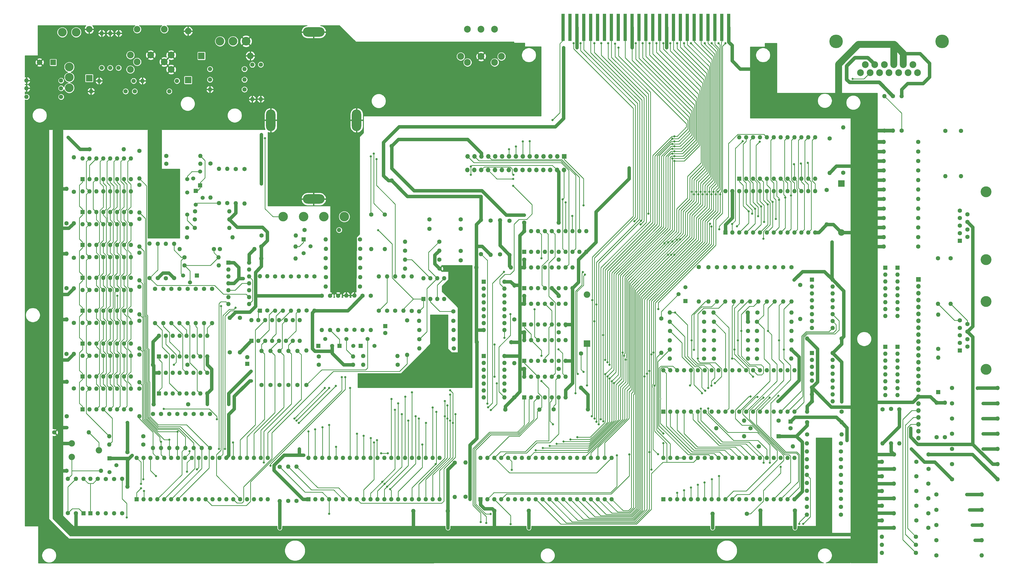
<source format=gtl>
G04 #@! TF.GenerationSoftware,KiCad,Pcbnew,(5.1.9-0-10_14)*
G04 #@! TF.CreationDate,2021-03-15T15:37:22+01:00*
G04 #@! TF.ProjectId,Atari800XL,41746172-6938-4303-9058-4c2e6b696361,rev?*
G04 #@! TF.SameCoordinates,Original*
G04 #@! TF.FileFunction,Copper,L1,Top*
G04 #@! TF.FilePolarity,Positive*
%FSLAX46Y46*%
G04 Gerber Fmt 4.6, Leading zero omitted, Abs format (unit mm)*
G04 Created by KiCad (PCBNEW (5.1.9-0-10_14)) date 2021-03-15 15:37:22*
%MOMM*%
%LPD*%
G01*
G04 APERTURE LIST*
G04 #@! TA.AperFunction,ComponentPad*
%ADD10O,1.600000X1.600000*%
G04 #@! TD*
G04 #@! TA.AperFunction,ComponentPad*
%ADD11R,1.600000X1.600000*%
G04 #@! TD*
G04 #@! TA.AperFunction,ConnectorPad*
%ADD12R,1.270000X10.000000*%
G04 #@! TD*
G04 #@! TA.AperFunction,ComponentPad*
%ADD13C,1.600000*%
G04 #@! TD*
G04 #@! TA.AperFunction,ComponentPad*
%ADD14C,4.000000*%
G04 #@! TD*
G04 #@! TA.AperFunction,ComponentPad*
%ADD15C,3.200000*%
G04 #@! TD*
G04 #@! TA.AperFunction,ComponentPad*
%ADD16R,1.500000X1.500000*%
G04 #@! TD*
G04 #@! TA.AperFunction,ComponentPad*
%ADD17C,1.500000*%
G04 #@! TD*
G04 #@! TA.AperFunction,ComponentPad*
%ADD18C,3.500000*%
G04 #@! TD*
G04 #@! TA.AperFunction,ComponentPad*
%ADD19O,3.500000X8.000000*%
G04 #@! TD*
G04 #@! TA.AperFunction,ComponentPad*
%ADD20O,8.000000X3.500000*%
G04 #@! TD*
G04 #@! TA.AperFunction,ComponentPad*
%ADD21C,2.500000*%
G04 #@! TD*
G04 #@! TA.AperFunction,ComponentPad*
%ADD22C,5.000000*%
G04 #@! TD*
G04 #@! TA.AperFunction,ComponentPad*
%ADD23C,2.340000*%
G04 #@! TD*
G04 #@! TA.AperFunction,ComponentPad*
%ADD24O,1.700000X1.700000*%
G04 #@! TD*
G04 #@! TA.AperFunction,ComponentPad*
%ADD25R,1.700000X1.700000*%
G04 #@! TD*
G04 #@! TA.AperFunction,ComponentPad*
%ADD26C,2.400000*%
G04 #@! TD*
G04 #@! TA.AperFunction,ComponentPad*
%ADD27O,2.400000X2.400000*%
G04 #@! TD*
G04 #@! TA.AperFunction,ComponentPad*
%ADD28R,2.400000X2.400000*%
G04 #@! TD*
G04 #@! TA.AperFunction,ComponentPad*
%ADD29C,2.000000*%
G04 #@! TD*
G04 #@! TA.AperFunction,ComponentPad*
%ADD30R,2.000000X2.000000*%
G04 #@! TD*
G04 #@! TA.AperFunction,ViaPad*
%ADD31C,0.800000*%
G04 #@! TD*
G04 #@! TA.AperFunction,Conductor*
%ADD32C,1.270000*%
G04 #@! TD*
G04 #@! TA.AperFunction,Conductor*
%ADD33C,0.250000*%
G04 #@! TD*
G04 #@! TA.AperFunction,Conductor*
%ADD34C,1.350000*%
G04 #@! TD*
G04 #@! TA.AperFunction,Conductor*
%ADD35C,1.240000*%
G04 #@! TD*
G04 #@! TA.AperFunction,Conductor*
%ADD36C,2.500000*%
G04 #@! TD*
G04 #@! TA.AperFunction,Conductor*
%ADD37C,0.254000*%
G04 #@! TD*
G04 #@! TA.AperFunction,Conductor*
%ADD38C,0.100000*%
G04 #@! TD*
G04 APERTURE END LIST*
D10*
X52800000Y-94380000D03*
X70580000Y-102000000D03*
X55340000Y-94380000D03*
X68040000Y-102000000D03*
X57880000Y-94380000D03*
X65500000Y-102000000D03*
X60420000Y-94380000D03*
X62960000Y-102000000D03*
X62960000Y-94380000D03*
X60420000Y-102000000D03*
X65500000Y-94380000D03*
X57880000Y-102000000D03*
X68040000Y-94380000D03*
X55340000Y-102000000D03*
X70580000Y-94380000D03*
D11*
X52800000Y-102000000D03*
D10*
X136000000Y-192460000D03*
X184260000Y-207700000D03*
X138540000Y-192460000D03*
X181720000Y-207700000D03*
X141080000Y-192460000D03*
X179180000Y-207700000D03*
X143620000Y-192460000D03*
X176640000Y-207700000D03*
X146160000Y-192460000D03*
X174100000Y-207700000D03*
X148700000Y-192460000D03*
X171560000Y-207700000D03*
X151240000Y-192460000D03*
X169020000Y-207700000D03*
X153780000Y-192460000D03*
X166480000Y-207700000D03*
X156320000Y-192460000D03*
X163940000Y-207700000D03*
X158860000Y-192460000D03*
X161400000Y-207700000D03*
X161400000Y-192460000D03*
X158860000Y-207700000D03*
X163940000Y-192460000D03*
X156320000Y-207700000D03*
X166480000Y-192460000D03*
X153780000Y-207700000D03*
X169020000Y-192460000D03*
X151240000Y-207700000D03*
X171560000Y-192460000D03*
X148700000Y-207700000D03*
X174100000Y-192460000D03*
X146160000Y-207700000D03*
X176640000Y-192460000D03*
X143620000Y-207700000D03*
X179180000Y-192460000D03*
X141080000Y-207700000D03*
X181720000Y-192460000D03*
X138540000Y-207700000D03*
X184260000Y-192460000D03*
D11*
X136000000Y-207700000D03*
D12*
X229725000Y-34000000D03*
X232265000Y-34000000D03*
X234805000Y-34000000D03*
X237345000Y-34000000D03*
X239885000Y-34000000D03*
X242425000Y-34000000D03*
X244965000Y-34000000D03*
X247505000Y-34000000D03*
X250045000Y-34000000D03*
X252585000Y-34000000D03*
X255125000Y-34000000D03*
X257665000Y-34000000D03*
X260205000Y-34000000D03*
X262745000Y-34000000D03*
X265285000Y-34000000D03*
X267825000Y-34000000D03*
X270365000Y-34000000D03*
X272905000Y-34000000D03*
X275445000Y-34000000D03*
X277985000Y-34000000D03*
X280525000Y-34000000D03*
X283065000Y-34000000D03*
X285605000Y-34000000D03*
X288145000Y-34000000D03*
X290685000Y-34000000D03*
D10*
X269000000Y-155900000D03*
D13*
X281600000Y-155900000D03*
D10*
X269000000Y-142400000D03*
D13*
X281600000Y-142400000D03*
D10*
X351400000Y-218200000D03*
D13*
X364100000Y-218200000D03*
D10*
X319400000Y-204600000D03*
D13*
X332000000Y-204600000D03*
D10*
X350400000Y-187200000D03*
D13*
X350400000Y-174500000D03*
D10*
X389600000Y-200400000D03*
D13*
X372900000Y-200400000D03*
D10*
X389600000Y-194800000D03*
D13*
X372900000Y-194800000D03*
D10*
X389600000Y-183600000D03*
D13*
X372900000Y-183600000D03*
D10*
X389600000Y-189200000D03*
D13*
X372900000Y-189200000D03*
D14*
X385400000Y-94500000D03*
X385400000Y-119500000D03*
D13*
X378540000Y-102845000D03*
X378540000Y-105615000D03*
X378540000Y-108385000D03*
X378540000Y-111155000D03*
X375700000Y-101460000D03*
X375700000Y-104230000D03*
X375700000Y-107000000D03*
X375700000Y-109770000D03*
D11*
X375700000Y-112540000D03*
D10*
X352800000Y-169360000D03*
X352800000Y-166820000D03*
X352800000Y-164280000D03*
X352800000Y-161740000D03*
X352800000Y-159200000D03*
X352800000Y-156660000D03*
X352800000Y-154120000D03*
D11*
X352800000Y-151580000D03*
D15*
X50450000Y-35800000D03*
X45350000Y-35800000D03*
X47900000Y-48600000D03*
X47900000Y-52400000D03*
X47900000Y-56300000D03*
D10*
X73700000Y-139660000D03*
D13*
X73700000Y-129500000D03*
D10*
X73700000Y-152160000D03*
D13*
X73700000Y-142000000D03*
D10*
X73700000Y-164660000D03*
D13*
X73700000Y-154500000D03*
D10*
X73700000Y-177160000D03*
D13*
X73700000Y-167000000D03*
D10*
X73700000Y-127160000D03*
D13*
X73700000Y-117000000D03*
D10*
X73700000Y-114660000D03*
D13*
X73700000Y-104500000D03*
D10*
X73700000Y-102160000D03*
D13*
X73700000Y-92000000D03*
D10*
X73700000Y-89660000D03*
D13*
X73700000Y-79500000D03*
D16*
X96100000Y-92200000D03*
D17*
X96100000Y-87120000D03*
X93560000Y-89660000D03*
D16*
X94500000Y-94200000D03*
D17*
X94500000Y-99280000D03*
X97040000Y-96740000D03*
D10*
X313800000Y-139000000D03*
D13*
X301200000Y-139000000D03*
D18*
X149150000Y-103700000D03*
X141650000Y-103700000D03*
X134150000Y-103700000D03*
X126650000Y-103700000D03*
D19*
X122100000Y-68200000D03*
X153700000Y-68200000D03*
D20*
X137900000Y-97200000D03*
X137900000Y-35700000D03*
D16*
X274700000Y-134800000D03*
D17*
X274700000Y-129720000D03*
X272160000Y-132260000D03*
D10*
X332200000Y-183900000D03*
D13*
X319500000Y-183900000D03*
D21*
X360200000Y-50700000D03*
X356700000Y-50700000D03*
X353200000Y-50700000D03*
X349700000Y-50700000D03*
X346200000Y-50700000D03*
X342700000Y-50700000D03*
X339200000Y-50700000D03*
X358450000Y-47700000D03*
X354950000Y-47700000D03*
X351450000Y-47700000D03*
X347950000Y-47700000D03*
X344450000Y-47700000D03*
X340950000Y-47700000D03*
D22*
X369200000Y-39200000D03*
X330200000Y-39200000D03*
D17*
X91350000Y-107800000D03*
X91350000Y-102900000D03*
X91350000Y-94800000D03*
X91350000Y-89900000D03*
D10*
X106800000Y-101700000D03*
D13*
X94200000Y-101700000D03*
D10*
X215400000Y-135780000D03*
X230640000Y-143400000D03*
X217940000Y-135780000D03*
X228100000Y-143400000D03*
X220480000Y-135780000D03*
X225560000Y-143400000D03*
X223020000Y-135780000D03*
X223020000Y-143400000D03*
X225560000Y-135780000D03*
X220480000Y-143400000D03*
X228100000Y-135780000D03*
X217940000Y-143400000D03*
X230640000Y-135780000D03*
D11*
X215400000Y-143400000D03*
D10*
X208120000Y-154960000D03*
X200500000Y-170200000D03*
X208120000Y-157500000D03*
X200500000Y-167660000D03*
X208120000Y-160040000D03*
X200500000Y-165120000D03*
X208120000Y-162580000D03*
X200500000Y-162580000D03*
X208120000Y-165120000D03*
X200500000Y-160040000D03*
X208120000Y-167660000D03*
X200500000Y-157500000D03*
X208120000Y-170200000D03*
D11*
X200500000Y-154960000D03*
D10*
X208120000Y-127620000D03*
X200500000Y-145400000D03*
X208120000Y-130160000D03*
X200500000Y-142860000D03*
X208120000Y-132700000D03*
X200500000Y-140320000D03*
X208120000Y-135240000D03*
X200500000Y-137780000D03*
X208120000Y-137780000D03*
X200500000Y-135240000D03*
X208120000Y-140320000D03*
X200500000Y-132700000D03*
X208120000Y-142860000D03*
X200500000Y-130160000D03*
X208120000Y-145400000D03*
D11*
X200500000Y-127620000D03*
D10*
X80900000Y-147580000D03*
X98680000Y-155200000D03*
X83440000Y-147580000D03*
X96140000Y-155200000D03*
X85980000Y-147580000D03*
X93600000Y-155200000D03*
X88520000Y-147580000D03*
X91060000Y-155200000D03*
X91060000Y-147580000D03*
X88520000Y-155200000D03*
X93600000Y-147580000D03*
X85980000Y-155200000D03*
X96140000Y-147580000D03*
X83440000Y-155200000D03*
X98680000Y-147580000D03*
D11*
X80900000Y-155200000D03*
D10*
X80900000Y-161180000D03*
X98680000Y-168800000D03*
X83440000Y-161180000D03*
X96140000Y-168800000D03*
X85980000Y-161180000D03*
X93600000Y-168800000D03*
X88520000Y-161180000D03*
X91060000Y-168800000D03*
X91060000Y-161180000D03*
X88520000Y-168800000D03*
X93600000Y-161180000D03*
X85980000Y-168800000D03*
X96140000Y-161180000D03*
X83440000Y-168800000D03*
X98680000Y-161180000D03*
D11*
X80900000Y-168800000D03*
D10*
X328900000Y-126920000D03*
X321280000Y-144700000D03*
X328900000Y-129460000D03*
X321280000Y-142160000D03*
X328900000Y-132000000D03*
X321280000Y-139620000D03*
X328900000Y-134540000D03*
X321280000Y-137080000D03*
X328900000Y-137080000D03*
X321280000Y-134540000D03*
X328900000Y-139620000D03*
X321280000Y-132000000D03*
X328900000Y-142160000D03*
X321280000Y-129460000D03*
X328900000Y-144700000D03*
D11*
X321280000Y-126920000D03*
D10*
X328900000Y-153920000D03*
X321280000Y-171700000D03*
X328900000Y-156460000D03*
X321280000Y-169160000D03*
X328900000Y-159000000D03*
X321280000Y-166620000D03*
X328900000Y-161540000D03*
X321280000Y-164080000D03*
X328900000Y-164080000D03*
X321280000Y-161540000D03*
X328900000Y-166620000D03*
X321280000Y-159000000D03*
X328900000Y-169160000D03*
X321280000Y-156460000D03*
X328900000Y-171700000D03*
D11*
X321280000Y-153920000D03*
D10*
X266600000Y-192460000D03*
X314860000Y-207700000D03*
X269140000Y-192460000D03*
X312320000Y-207700000D03*
X271680000Y-192460000D03*
X309780000Y-207700000D03*
X274220000Y-192460000D03*
X307240000Y-207700000D03*
X276760000Y-192460000D03*
X304700000Y-207700000D03*
X279300000Y-192460000D03*
X302160000Y-207700000D03*
X281840000Y-192460000D03*
X299620000Y-207700000D03*
X284380000Y-192460000D03*
X297080000Y-207700000D03*
X286920000Y-192460000D03*
X294540000Y-207700000D03*
X289460000Y-192460000D03*
X292000000Y-207700000D03*
X292000000Y-192460000D03*
X289460000Y-207700000D03*
X294540000Y-192460000D03*
X286920000Y-207700000D03*
X297080000Y-192460000D03*
X284380000Y-207700000D03*
X299620000Y-192460000D03*
X281840000Y-207700000D03*
X302160000Y-192460000D03*
X279300000Y-207700000D03*
X304700000Y-192460000D03*
X276760000Y-207700000D03*
X307240000Y-192460000D03*
X274220000Y-207700000D03*
X309780000Y-192460000D03*
X271680000Y-207700000D03*
X312320000Y-192460000D03*
X269140000Y-207700000D03*
X314860000Y-192460000D03*
D11*
X266600000Y-207700000D03*
D10*
X266600000Y-160260000D03*
X314860000Y-175500000D03*
X269140000Y-160260000D03*
X312320000Y-175500000D03*
X271680000Y-160260000D03*
X309780000Y-175500000D03*
X274220000Y-160260000D03*
X307240000Y-175500000D03*
X276760000Y-160260000D03*
X304700000Y-175500000D03*
X279300000Y-160260000D03*
X302160000Y-175500000D03*
X281840000Y-160260000D03*
X299620000Y-175500000D03*
X284380000Y-160260000D03*
X297080000Y-175500000D03*
X286920000Y-160260000D03*
X294540000Y-175500000D03*
X289460000Y-160260000D03*
X292000000Y-175500000D03*
X292000000Y-160260000D03*
X289460000Y-175500000D03*
X294540000Y-160260000D03*
X286920000Y-175500000D03*
X297080000Y-160260000D03*
X284380000Y-175500000D03*
X299620000Y-160260000D03*
X281840000Y-175500000D03*
X302160000Y-160260000D03*
X279300000Y-175500000D03*
X304700000Y-160260000D03*
X276760000Y-175500000D03*
X307240000Y-160260000D03*
X274220000Y-175500000D03*
X309780000Y-160260000D03*
X271680000Y-175500000D03*
X312320000Y-160260000D03*
X269140000Y-175500000D03*
X314860000Y-160260000D03*
D11*
X266600000Y-175500000D03*
D10*
X114120000Y-120660000D03*
X106500000Y-135900000D03*
X114120000Y-123200000D03*
X106500000Y-133360000D03*
X114120000Y-125740000D03*
X106500000Y-130820000D03*
X114120000Y-128280000D03*
X106500000Y-128280000D03*
X114120000Y-130820000D03*
X106500000Y-125740000D03*
X114120000Y-133360000D03*
X106500000Y-123200000D03*
X114120000Y-135900000D03*
D11*
X106500000Y-120660000D03*
X115000000Y-149400000D03*
D10*
X132780000Y-141780000D03*
X117540000Y-149400000D03*
X130240000Y-141780000D03*
X120080000Y-149400000D03*
X127700000Y-141780000D03*
X122620000Y-149400000D03*
X125160000Y-141780000D03*
X125160000Y-149400000D03*
X122620000Y-141780000D03*
X127700000Y-149400000D03*
X120080000Y-141780000D03*
X130240000Y-149400000D03*
X117540000Y-141780000D03*
X132780000Y-149400000D03*
X115000000Y-141780000D03*
D11*
X215400000Y-156800000D03*
D10*
X230640000Y-149180000D03*
X217940000Y-156800000D03*
X228100000Y-149180000D03*
X220480000Y-156800000D03*
X225560000Y-149180000D03*
X223020000Y-156800000D03*
X223020000Y-149180000D03*
X225560000Y-156800000D03*
X220480000Y-149180000D03*
X228100000Y-156800000D03*
X217940000Y-149180000D03*
X230640000Y-156800000D03*
X215400000Y-149180000D03*
X215400000Y-162580000D03*
X230640000Y-170200000D03*
X217940000Y-162580000D03*
X228100000Y-170200000D03*
X220480000Y-162580000D03*
X225560000Y-170200000D03*
X223020000Y-162580000D03*
X223020000Y-170200000D03*
X225560000Y-162580000D03*
X220480000Y-170200000D03*
X228100000Y-162580000D03*
X217940000Y-170200000D03*
X230640000Y-162580000D03*
D11*
X215400000Y-170200000D03*
D10*
X72700000Y-192460000D03*
X120960000Y-207700000D03*
X75240000Y-192460000D03*
X118420000Y-207700000D03*
X77780000Y-192460000D03*
X115880000Y-207700000D03*
X80320000Y-192460000D03*
X113340000Y-207700000D03*
X82860000Y-192460000D03*
X110800000Y-207700000D03*
X85400000Y-192460000D03*
X108260000Y-207700000D03*
X87940000Y-192460000D03*
X105720000Y-207700000D03*
X90480000Y-192460000D03*
X103180000Y-207700000D03*
X93020000Y-192460000D03*
X100640000Y-207700000D03*
X95560000Y-192460000D03*
X98100000Y-207700000D03*
X98100000Y-192460000D03*
X95560000Y-207700000D03*
X100640000Y-192460000D03*
X93020000Y-207700000D03*
X103180000Y-192460000D03*
X90480000Y-207700000D03*
X105720000Y-192460000D03*
X87940000Y-207700000D03*
X108260000Y-192460000D03*
X85400000Y-207700000D03*
X110800000Y-192460000D03*
X82860000Y-207700000D03*
X113340000Y-192460000D03*
X80320000Y-207700000D03*
X115880000Y-192460000D03*
X77780000Y-207700000D03*
X118420000Y-192460000D03*
X75240000Y-207700000D03*
X120960000Y-192460000D03*
D11*
X72700000Y-207700000D03*
D10*
X52800000Y-130680000D03*
X70580000Y-138300000D03*
X55340000Y-130680000D03*
X68040000Y-138300000D03*
X57880000Y-130680000D03*
X65500000Y-138300000D03*
X60420000Y-130680000D03*
X62960000Y-138300000D03*
X62960000Y-130680000D03*
X60420000Y-138300000D03*
X65500000Y-130680000D03*
X57880000Y-138300000D03*
X68040000Y-130680000D03*
X55340000Y-138300000D03*
X70580000Y-130680000D03*
D11*
X52800000Y-138300000D03*
D10*
X52800000Y-142780000D03*
X70580000Y-150400000D03*
X55340000Y-142780000D03*
X68040000Y-150400000D03*
X57880000Y-142780000D03*
X65500000Y-150400000D03*
X60420000Y-142780000D03*
X62960000Y-150400000D03*
X62960000Y-142780000D03*
X60420000Y-150400000D03*
X65500000Y-142780000D03*
X57880000Y-150400000D03*
X68040000Y-142780000D03*
X55340000Y-150400000D03*
X70580000Y-142780000D03*
D11*
X52800000Y-150400000D03*
D10*
X52800000Y-154880000D03*
X70580000Y-162500000D03*
X55340000Y-154880000D03*
X68040000Y-162500000D03*
X57880000Y-154880000D03*
X65500000Y-162500000D03*
X60420000Y-154880000D03*
X62960000Y-162500000D03*
X62960000Y-154880000D03*
X60420000Y-162500000D03*
X65500000Y-154880000D03*
X57880000Y-162500000D03*
X68040000Y-154880000D03*
X55340000Y-162500000D03*
X70580000Y-154880000D03*
D11*
X52800000Y-162500000D03*
D10*
X52800000Y-166980000D03*
X70580000Y-174600000D03*
X55340000Y-166980000D03*
X68040000Y-174600000D03*
X57880000Y-166980000D03*
X65500000Y-174600000D03*
X60420000Y-166980000D03*
X62960000Y-174600000D03*
X62960000Y-166980000D03*
X60420000Y-174600000D03*
X65500000Y-166980000D03*
X57880000Y-174600000D03*
X68040000Y-166980000D03*
X55340000Y-174600000D03*
X70580000Y-166980000D03*
D11*
X52800000Y-174600000D03*
D10*
X52800000Y-118580000D03*
X70580000Y-126200000D03*
X55340000Y-118580000D03*
X68040000Y-126200000D03*
X57880000Y-118580000D03*
X65500000Y-126200000D03*
X60420000Y-118580000D03*
X62960000Y-126200000D03*
X62960000Y-118580000D03*
X60420000Y-126200000D03*
X65500000Y-118580000D03*
X57880000Y-126200000D03*
X68040000Y-118580000D03*
X55340000Y-126200000D03*
X70580000Y-118580000D03*
D11*
X52800000Y-126200000D03*
D10*
X52800000Y-106480000D03*
X70580000Y-114100000D03*
X55340000Y-106480000D03*
X68040000Y-114100000D03*
X57880000Y-106480000D03*
X65500000Y-114100000D03*
X60420000Y-106480000D03*
X62960000Y-114100000D03*
X62960000Y-106480000D03*
X60420000Y-114100000D03*
X65500000Y-106480000D03*
X57880000Y-114100000D03*
X68040000Y-106480000D03*
X55340000Y-114100000D03*
X70580000Y-106480000D03*
D11*
X52800000Y-114100000D03*
D10*
X52800000Y-82280000D03*
X70580000Y-89900000D03*
X55340000Y-82280000D03*
X68040000Y-89900000D03*
X57880000Y-82280000D03*
X65500000Y-89900000D03*
X60420000Y-82280000D03*
X62960000Y-89900000D03*
X62960000Y-82280000D03*
X60420000Y-89900000D03*
X65500000Y-82280000D03*
X57880000Y-89900000D03*
X68040000Y-82280000D03*
X55340000Y-89900000D03*
X70580000Y-82280000D03*
D11*
X52800000Y-89900000D03*
D10*
X199300000Y-192460000D03*
X247560000Y-207700000D03*
X201840000Y-192460000D03*
X245020000Y-207700000D03*
X204380000Y-192460000D03*
X242480000Y-207700000D03*
X206920000Y-192460000D03*
X239940000Y-207700000D03*
X209460000Y-192460000D03*
X237400000Y-207700000D03*
X212000000Y-192460000D03*
X234860000Y-207700000D03*
X214540000Y-192460000D03*
X232320000Y-207700000D03*
X217080000Y-192460000D03*
X229780000Y-207700000D03*
X219620000Y-192460000D03*
X227240000Y-207700000D03*
X222160000Y-192460000D03*
X224700000Y-207700000D03*
X224700000Y-192460000D03*
X222160000Y-207700000D03*
X227240000Y-192460000D03*
X219620000Y-207700000D03*
X229780000Y-192460000D03*
X217080000Y-207700000D03*
X232320000Y-192460000D03*
X214540000Y-207700000D03*
X234860000Y-192460000D03*
X212000000Y-207700000D03*
X237400000Y-192460000D03*
X209460000Y-207700000D03*
X239940000Y-192460000D03*
X206920000Y-207700000D03*
X242480000Y-192460000D03*
X204380000Y-207700000D03*
X245020000Y-192460000D03*
X201840000Y-207700000D03*
X247560000Y-192460000D03*
D11*
X199300000Y-207700000D03*
D10*
X289480000Y-94260000D03*
X322500000Y-109500000D03*
X292020000Y-94260000D03*
X319960000Y-109500000D03*
X294560000Y-94260000D03*
X317420000Y-109500000D03*
X297100000Y-94260000D03*
X314880000Y-109500000D03*
X299640000Y-94260000D03*
X312340000Y-109500000D03*
X302180000Y-94260000D03*
X309800000Y-109500000D03*
X304720000Y-94260000D03*
X307260000Y-109500000D03*
X307260000Y-94260000D03*
X304720000Y-109500000D03*
X309800000Y-94260000D03*
X302180000Y-109500000D03*
X312340000Y-94260000D03*
X299640000Y-109500000D03*
X314880000Y-94260000D03*
X297100000Y-109500000D03*
X317420000Y-94260000D03*
X294560000Y-109500000D03*
X319960000Y-94260000D03*
X292020000Y-109500000D03*
X322500000Y-94260000D03*
D11*
X289480000Y-109500000D03*
D10*
X294560000Y-74460000D03*
X322500000Y-89700000D03*
X297100000Y-74460000D03*
X319960000Y-89700000D03*
X299640000Y-74460000D03*
X317420000Y-89700000D03*
X302180000Y-74460000D03*
X314880000Y-89700000D03*
X304720000Y-74460000D03*
X312340000Y-89700000D03*
X307260000Y-74460000D03*
X309800000Y-89700000D03*
X309800000Y-74460000D03*
X307260000Y-89700000D03*
X312340000Y-74460000D03*
X304720000Y-89700000D03*
X314880000Y-74460000D03*
X302180000Y-89700000D03*
X317420000Y-74460000D03*
X299640000Y-89700000D03*
X319960000Y-74460000D03*
X297100000Y-89700000D03*
X322500000Y-74460000D03*
D11*
X294560000Y-89700000D03*
D10*
X215400000Y-108980000D03*
X238260000Y-116600000D03*
X217940000Y-108980000D03*
X235720000Y-116600000D03*
X220480000Y-108980000D03*
X233180000Y-116600000D03*
X223020000Y-108980000D03*
X230640000Y-116600000D03*
X225560000Y-108980000D03*
X228100000Y-116600000D03*
X228100000Y-108980000D03*
X225560000Y-116600000D03*
X230640000Y-108980000D03*
X223020000Y-116600000D03*
X233180000Y-108980000D03*
X220480000Y-116600000D03*
X235720000Y-108980000D03*
X217940000Y-116600000D03*
X238260000Y-108980000D03*
D11*
X215400000Y-116600000D03*
D10*
X215400000Y-122380000D03*
X233180000Y-130000000D03*
X217940000Y-122380000D03*
X230640000Y-130000000D03*
X220480000Y-122380000D03*
X228100000Y-130000000D03*
X223020000Y-122380000D03*
X225560000Y-130000000D03*
X225560000Y-122380000D03*
X223020000Y-130000000D03*
X228100000Y-122380000D03*
X220480000Y-130000000D03*
X230640000Y-122380000D03*
X217940000Y-130000000D03*
X233180000Y-122380000D03*
D11*
X215400000Y-130000000D03*
D10*
X178300000Y-126380000D03*
X185920000Y-134000000D03*
X180840000Y-126380000D03*
X183380000Y-134000000D03*
X183380000Y-126380000D03*
X180840000Y-134000000D03*
X185920000Y-126380000D03*
D11*
X178300000Y-134000000D03*
D15*
X103400000Y-39100000D03*
X108200000Y-39100000D03*
X113000000Y-39100000D03*
D10*
X348300000Y-169380000D03*
X348300000Y-166840000D03*
X348300000Y-164300000D03*
X348300000Y-161760000D03*
X348300000Y-159220000D03*
X348300000Y-156680000D03*
X348300000Y-154140000D03*
D11*
X348300000Y-151600000D03*
D10*
X352800000Y-140280000D03*
X352800000Y-137740000D03*
X352800000Y-135200000D03*
X352800000Y-132660000D03*
X352800000Y-130120000D03*
X352800000Y-127580000D03*
X352800000Y-125040000D03*
D11*
X352800000Y-122500000D03*
D10*
X348300000Y-140260000D03*
X348300000Y-137720000D03*
X348300000Y-135180000D03*
X348300000Y-132640000D03*
X348300000Y-130100000D03*
X348300000Y-127560000D03*
X348300000Y-125020000D03*
D11*
X348300000Y-122480000D03*
D10*
X367800000Y-139750000D03*
D13*
X367800000Y-152350000D03*
D10*
X347000000Y-221500000D03*
D13*
X359600000Y-221500000D03*
D10*
X347000000Y-224500000D03*
D13*
X359600000Y-224500000D03*
D10*
X347000000Y-227500000D03*
D13*
X359600000Y-227500000D03*
D10*
X319400000Y-198800000D03*
D13*
X332000000Y-198800000D03*
D10*
X319400000Y-213400000D03*
D13*
X332000000Y-213400000D03*
D10*
X292500000Y-134900000D03*
D13*
X292500000Y-122300000D03*
D10*
X295600000Y-134900000D03*
D13*
X295600000Y-122300000D03*
D10*
X298500000Y-134900000D03*
D13*
X298500000Y-122300000D03*
D10*
X301600000Y-134900000D03*
D13*
X301600000Y-122300000D03*
D10*
X319400000Y-187200000D03*
D13*
X332000000Y-187200000D03*
D10*
X319400000Y-190100000D03*
D13*
X332000000Y-190100000D03*
D10*
X319400000Y-193000000D03*
D13*
X332000000Y-193000000D03*
D10*
X319400000Y-195900000D03*
D13*
X332000000Y-195900000D03*
D10*
X319400000Y-201700000D03*
D13*
X332000000Y-201700000D03*
D10*
X319400000Y-207600000D03*
D13*
X332000000Y-207600000D03*
D10*
X319400000Y-210500000D03*
D13*
X332000000Y-210500000D03*
D10*
X289400000Y-134900000D03*
D13*
X289400000Y-122300000D03*
D10*
X283200000Y-134900000D03*
D13*
X283200000Y-122300000D03*
D10*
X286300000Y-134900000D03*
D13*
X286300000Y-122300000D03*
D10*
X138200000Y-138300000D03*
D13*
X138200000Y-125700000D03*
D10*
X109200000Y-98800000D03*
D13*
X109200000Y-86200000D03*
D10*
X96200000Y-84200000D03*
D13*
X83600000Y-84200000D03*
D10*
X106100000Y-86100000D03*
D13*
X106100000Y-98700000D03*
D10*
X96200000Y-81300000D03*
D13*
X83600000Y-81300000D03*
D10*
X103000000Y-86100000D03*
D13*
X103000000Y-98700000D03*
D10*
X99900000Y-96700000D03*
D13*
X99900000Y-84100000D03*
D10*
X62600000Y-184500000D03*
D13*
X75200000Y-184500000D03*
D10*
X62600000Y-187600000D03*
D13*
X75200000Y-187600000D03*
D10*
X211700000Y-128900000D03*
D13*
X211700000Y-141500000D03*
D10*
X100500000Y-142900000D03*
D13*
X100500000Y-130300000D03*
D10*
X88500000Y-142900000D03*
D13*
X88500000Y-130300000D03*
D10*
X94500000Y-142900000D03*
D13*
X94500000Y-130300000D03*
D10*
X82500000Y-142900000D03*
D13*
X82500000Y-130300000D03*
D10*
X97500000Y-142900000D03*
D13*
X97500000Y-130300000D03*
D10*
X85500000Y-142900000D03*
D13*
X85500000Y-130300000D03*
D10*
X91500000Y-142900000D03*
D13*
X91500000Y-130300000D03*
D10*
X79500000Y-142900000D03*
D13*
X79500000Y-130300000D03*
D10*
X152400000Y-158200000D03*
D13*
X139800000Y-158200000D03*
D10*
X347300000Y-187200000D03*
D13*
X347300000Y-174600000D03*
D10*
X353500000Y-187200000D03*
D13*
X353500000Y-174600000D03*
D10*
X269000000Y-149200000D03*
D13*
X281600000Y-149200000D03*
D10*
X269000000Y-152600000D03*
D13*
X281600000Y-152600000D03*
D10*
X265800000Y-153800000D03*
D13*
X265800000Y-141200000D03*
D10*
X317000000Y-141400000D03*
D13*
X317000000Y-128800000D03*
D10*
X313650000Y-155900000D03*
D13*
X301050000Y-155900000D03*
D10*
X281700000Y-145800000D03*
D13*
X269100000Y-145800000D03*
D10*
X269000000Y-139000000D03*
D13*
X281600000Y-139000000D03*
D10*
X284700000Y-213100000D03*
D13*
X297300000Y-213100000D03*
D10*
X297800000Y-155900000D03*
D13*
X285200000Y-155900000D03*
D10*
X297800000Y-152600000D03*
D13*
X285200000Y-152600000D03*
D10*
X297800000Y-149200000D03*
D13*
X285200000Y-149200000D03*
D10*
X297800000Y-145800000D03*
D13*
X285200000Y-145800000D03*
D10*
X236300000Y-166700000D03*
D13*
X236300000Y-154100000D03*
D10*
X304700000Y-134900000D03*
D13*
X304700000Y-122300000D03*
D10*
X307600000Y-134900000D03*
D13*
X307600000Y-122300000D03*
D10*
X310700000Y-134900000D03*
D13*
X310700000Y-122300000D03*
D10*
X313800000Y-134900000D03*
D13*
X313800000Y-122300000D03*
D10*
X285100000Y-139000000D03*
D13*
X297700000Y-139000000D03*
D10*
X285200000Y-142400000D03*
D13*
X297800000Y-142400000D03*
D10*
X80500000Y-113700000D03*
D13*
X80500000Y-126300000D03*
D10*
X86500000Y-113700000D03*
D13*
X86500000Y-126300000D03*
D10*
X88550000Y-115600000D03*
D13*
X101150000Y-115600000D03*
D10*
X102900000Y-118650000D03*
D13*
X90300000Y-118650000D03*
D10*
X102950000Y-121650000D03*
D13*
X90350000Y-121650000D03*
D10*
X142300000Y-129400000D03*
D13*
X154900000Y-129400000D03*
D10*
X155000000Y-125950000D03*
D13*
X142400000Y-125950000D03*
D10*
X140900000Y-145400000D03*
D13*
X140900000Y-132800000D03*
D10*
X143900000Y-145400000D03*
D13*
X143900000Y-132800000D03*
D10*
X152400000Y-155200000D03*
D13*
X139800000Y-155200000D03*
D10*
X146900000Y-145400000D03*
D13*
X146900000Y-132800000D03*
D10*
X168700000Y-155000000D03*
D13*
X156100000Y-155000000D03*
D10*
X149900000Y-132700000D03*
D13*
X149900000Y-145300000D03*
D10*
X158900000Y-145400000D03*
D13*
X158900000Y-132800000D03*
D10*
X152900000Y-132700000D03*
D13*
X152900000Y-145300000D03*
D10*
X155900000Y-145400000D03*
D13*
X155900000Y-132800000D03*
D10*
X142400000Y-115500000D03*
D13*
X155000000Y-115500000D03*
X154950000Y-112050000D03*
D10*
X142350000Y-112050000D03*
X131300000Y-110600000D03*
D13*
X118700000Y-110600000D03*
D10*
X131200000Y-114700000D03*
D13*
X118600000Y-114700000D03*
D10*
X131200000Y-119100000D03*
D13*
X118600000Y-119100000D03*
D10*
X120800000Y-125600000D03*
D13*
X120800000Y-138200000D03*
D10*
X123700000Y-138300000D03*
D13*
X123700000Y-125700000D03*
D10*
X126600000Y-138300000D03*
D13*
X126600000Y-125700000D03*
D10*
X129500000Y-138300000D03*
D13*
X129500000Y-125700000D03*
D10*
X132400000Y-138300000D03*
D13*
X132400000Y-125700000D03*
D10*
X135300000Y-125600000D03*
D13*
X135300000Y-138200000D03*
D10*
X131900000Y-153100000D03*
D13*
X131900000Y-165700000D03*
D10*
X118700000Y-153100000D03*
D13*
X118700000Y-165700000D03*
D10*
X122000000Y-153100000D03*
D13*
X122000000Y-165700000D03*
D10*
X125300000Y-153100000D03*
D13*
X125300000Y-165700000D03*
D10*
X128600000Y-153100000D03*
D13*
X128600000Y-165700000D03*
D10*
X314300000Y-188300000D03*
D13*
X301700000Y-188300000D03*
D10*
X286050000Y-181600000D03*
D13*
X298650000Y-181600000D03*
D23*
X48800000Y-187200000D03*
X58800000Y-189700000D03*
X48800000Y-192200000D03*
D10*
X47400000Y-200200000D03*
D13*
X47400000Y-212800000D03*
D10*
X61400000Y-212900000D03*
D13*
X61400000Y-200300000D03*
D10*
X64400000Y-212900000D03*
D13*
X64400000Y-200300000D03*
D10*
X189800000Y-206900000D03*
D13*
X189800000Y-194300000D03*
D10*
X125400000Y-208400000D03*
D13*
X125400000Y-195800000D03*
D10*
X68000000Y-78900000D03*
D13*
X55400000Y-78900000D03*
D10*
X128500000Y-195700000D03*
D13*
X128500000Y-208300000D03*
D10*
X99700000Y-188900000D03*
D13*
X99700000Y-176300000D03*
D10*
X96700000Y-188900000D03*
D13*
X96700000Y-176300000D03*
D10*
X93700000Y-188900000D03*
D13*
X93700000Y-176300000D03*
D10*
X90700000Y-188900000D03*
D13*
X90700000Y-176300000D03*
D10*
X78700000Y-188900000D03*
D13*
X78700000Y-176300000D03*
D10*
X81700000Y-188900000D03*
D13*
X81700000Y-176300000D03*
D10*
X84700000Y-188900000D03*
D13*
X84700000Y-176300000D03*
D10*
X87700000Y-188900000D03*
D13*
X87700000Y-176300000D03*
D10*
X193800000Y-194200000D03*
D13*
X193800000Y-206800000D03*
D10*
X131600000Y-195700000D03*
D13*
X131600000Y-208300000D03*
D10*
X221000000Y-174700000D03*
D13*
X208400000Y-174700000D03*
D10*
X211700000Y-157600000D03*
D13*
X211700000Y-170200000D03*
D10*
X238800000Y-174600000D03*
D13*
X226200000Y-174600000D03*
D10*
X210000000Y-117800000D03*
D13*
X210000000Y-105200000D03*
D10*
X203000000Y-117700000D03*
D13*
X203000000Y-105100000D03*
D10*
X199500000Y-104900000D03*
D13*
X199500000Y-117500000D03*
D10*
X206500000Y-105000000D03*
D13*
X206500000Y-117600000D03*
D10*
X164900000Y-125700000D03*
D13*
X164900000Y-138300000D03*
D10*
X167900000Y-125700000D03*
D13*
X167900000Y-138300000D03*
D10*
X161900000Y-125700000D03*
D13*
X161900000Y-138300000D03*
D10*
X170900000Y-138300000D03*
D13*
X170900000Y-125700000D03*
D10*
X189400000Y-145400000D03*
D13*
X176800000Y-145400000D03*
D10*
X176700000Y-138600000D03*
D13*
X189300000Y-138600000D03*
D10*
X176700000Y-142000000D03*
D13*
X189300000Y-142000000D03*
D10*
X189400000Y-148800000D03*
D13*
X176800000Y-148800000D03*
D10*
X184100000Y-116200000D03*
D13*
X171500000Y-116200000D03*
D10*
X171500000Y-119500000D03*
D13*
X184100000Y-119500000D03*
D10*
X171500000Y-112900000D03*
D13*
X184100000Y-112900000D03*
D16*
X94900000Y-125400000D03*
D17*
X89820000Y-125400000D03*
X92360000Y-127940000D03*
D16*
X139600000Y-151300000D03*
D17*
X144680000Y-151300000D03*
X142140000Y-148760000D03*
D16*
X147400000Y-151300000D03*
D17*
X152480000Y-151300000D03*
X149940000Y-148760000D03*
D16*
X134200000Y-112100000D03*
D17*
X134200000Y-117180000D03*
X136740000Y-114640000D03*
D16*
X155200000Y-151300000D03*
D17*
X160280000Y-151300000D03*
X157740000Y-148760000D03*
D16*
X62700000Y-192700000D03*
D17*
X62700000Y-197780000D03*
X65240000Y-195240000D03*
D10*
X383800000Y-228400000D03*
D13*
X367100000Y-228400000D03*
D10*
X383800000Y-222800000D03*
D13*
X367100000Y-222800000D03*
D10*
X383800000Y-217200000D03*
D13*
X367100000Y-217200000D03*
D10*
X383800000Y-211600000D03*
D13*
X367100000Y-211600000D03*
D10*
X383800000Y-206000000D03*
D13*
X367100000Y-206000000D03*
D10*
X389600000Y-166800000D03*
D13*
X372900000Y-166800000D03*
D10*
X389600000Y-172400000D03*
D13*
X372900000Y-172400000D03*
D10*
X389600000Y-178000000D03*
D13*
X372900000Y-178000000D03*
D10*
X372350000Y-135750000D03*
D13*
X372350000Y-119050000D03*
D10*
X367700000Y-135750000D03*
D13*
X367700000Y-119050000D03*
D10*
X376200000Y-88800000D03*
D13*
X376200000Y-72100000D03*
D10*
X370400000Y-88800000D03*
D13*
X370400000Y-72100000D03*
D10*
X332200000Y-179400000D03*
D13*
X319500000Y-179400000D03*
D10*
X279600000Y-134900000D03*
D13*
X279600000Y-122200000D03*
D10*
X332800000Y-70800000D03*
D13*
X332800000Y-87500000D03*
D10*
X159100000Y-115650000D03*
D13*
X159100000Y-102950000D03*
D10*
X108000000Y-111300000D03*
D13*
X91300000Y-111300000D03*
D10*
X164100000Y-115600000D03*
D13*
X164100000Y-102900000D03*
D10*
X147250000Y-108600000D03*
D13*
X134550000Y-108600000D03*
D10*
X110700000Y-153600000D03*
D13*
X110700000Y-140900000D03*
D10*
X112400000Y-53250000D03*
D13*
X99700000Y-53250000D03*
D10*
X112400000Y-49350000D03*
D13*
X99700000Y-49350000D03*
D10*
X84700000Y-57550000D03*
D13*
X72000000Y-57550000D03*
D10*
X32200000Y-59600000D03*
D13*
X44900000Y-59600000D03*
D24*
X360500000Y-185200000D03*
X360500000Y-182660000D03*
X360500000Y-180120000D03*
X360500000Y-177580000D03*
X360500000Y-175040000D03*
X360500000Y-172500000D03*
X360500000Y-169960000D03*
X360500000Y-167420000D03*
X360500000Y-164880000D03*
X360500000Y-162340000D03*
X360500000Y-159800000D03*
X360500000Y-157260000D03*
X360500000Y-154720000D03*
X360500000Y-152180000D03*
X360500000Y-149640000D03*
X360500000Y-147100000D03*
X360500000Y-144560000D03*
X360500000Y-142020000D03*
X360500000Y-139480000D03*
X360500000Y-136940000D03*
X360500000Y-134400000D03*
X360500000Y-131860000D03*
X360500000Y-129320000D03*
D25*
X360500000Y-126780000D03*
D21*
X82900000Y-46700000D03*
D26*
X72900000Y-34700000D03*
D21*
X85400000Y-44200000D03*
X77900000Y-44200000D03*
X70400000Y-44200000D03*
X72900000Y-46700000D03*
X82900000Y-34700000D03*
X70400000Y-49500000D03*
X85400000Y-49500000D03*
D14*
X385400000Y-134900000D03*
X385400000Y-159900000D03*
D13*
X378540000Y-143245000D03*
X378540000Y-146015000D03*
X378540000Y-148785000D03*
X378540000Y-151555000D03*
X375700000Y-141860000D03*
X375700000Y-144630000D03*
X375700000Y-147400000D03*
X375700000Y-150170000D03*
D11*
X375700000Y-152940000D03*
D24*
X194440000Y-86540000D03*
X194540000Y-81500000D03*
X196980000Y-86540000D03*
X197080000Y-81500000D03*
X199520000Y-86540000D03*
X199620000Y-81500000D03*
X202060000Y-86540000D03*
X202160000Y-81500000D03*
X204600000Y-86540000D03*
X204700000Y-81500000D03*
X207140000Y-86540000D03*
X207240000Y-81500000D03*
X209680000Y-86540000D03*
X209780000Y-81500000D03*
X212220000Y-86540000D03*
X212320000Y-81500000D03*
X214760000Y-86540000D03*
X214860000Y-81500000D03*
X217300000Y-86540000D03*
X217400000Y-81500000D03*
X219840000Y-86540000D03*
X219940000Y-81500000D03*
X222380000Y-86540000D03*
X222480000Y-81500000D03*
X224920000Y-86540000D03*
X225020000Y-81500000D03*
X227460000Y-86540000D03*
X227560000Y-81500000D03*
X230000000Y-86540000D03*
D25*
X230100000Y-81500000D03*
D21*
X204500000Y-46900000D03*
X194500000Y-34700000D03*
X207000000Y-44700000D03*
X199500000Y-44700000D03*
X192000000Y-44700000D03*
X194500000Y-46900000D03*
X204500000Y-34700000D03*
X199500000Y-34700000D03*
D10*
X367800000Y-155550000D03*
D11*
X367800000Y-168250000D03*
D10*
X118100000Y-125600000D03*
D11*
X118100000Y-138300000D03*
D10*
X53200000Y-200200000D03*
D11*
X53200000Y-212900000D03*
D10*
X55700000Y-200200000D03*
D11*
X55700000Y-212900000D03*
D10*
X296300000Y-184500000D03*
D11*
X309000000Y-184500000D03*
D10*
X58900000Y-53700000D03*
D13*
X71600000Y-53700000D03*
D10*
X106800000Y-107800000D03*
D13*
X94100000Y-107800000D03*
D10*
X354300000Y-59300000D03*
D13*
X354300000Y-72000000D03*
D10*
X112400000Y-98900000D03*
D13*
X112400000Y-86200000D03*
D10*
X215400000Y-132900000D03*
D13*
X228100000Y-132900000D03*
D10*
X197900000Y-149900000D03*
D13*
X210600000Y-149900000D03*
D10*
X215400000Y-146300000D03*
D13*
X228100000Y-146300000D03*
D10*
X210500000Y-122400000D03*
D13*
X197800000Y-122400000D03*
D10*
X351500000Y-191200000D03*
D13*
X364200000Y-191200000D03*
X313400000Y-181600000D03*
D11*
X313400000Y-179100000D03*
D10*
X347000000Y-204700000D03*
D13*
X359700000Y-204700000D03*
D10*
X370200000Y-172200000D03*
D13*
X370200000Y-184900000D03*
D10*
X367150000Y-172200000D03*
D13*
X367150000Y-184900000D03*
D10*
X347000000Y-193900000D03*
D13*
X359700000Y-193900000D03*
D10*
X351500000Y-196600000D03*
D13*
X364200000Y-196600000D03*
D10*
X347000000Y-199300000D03*
D13*
X359700000Y-199300000D03*
D10*
X351400000Y-202000000D03*
D13*
X364100000Y-202000000D03*
D10*
X351400000Y-207400000D03*
D13*
X364100000Y-207400000D03*
D10*
X347000000Y-210100000D03*
D13*
X359700000Y-210100000D03*
D10*
X351400000Y-212900000D03*
D13*
X364100000Y-212900000D03*
D10*
X347000000Y-215500000D03*
D13*
X359700000Y-215500000D03*
D10*
X347700000Y-86700000D03*
D13*
X360400000Y-86700000D03*
D10*
X347700000Y-79700000D03*
D13*
X360400000Y-79700000D03*
D10*
X347700000Y-83200000D03*
D13*
X360400000Y-83200000D03*
D10*
X347700000Y-76200000D03*
D13*
X360400000Y-76200000D03*
D10*
X351100000Y-72000000D03*
D13*
X351100000Y-59300000D03*
D27*
X332100000Y-109500000D03*
D28*
X332100000Y-91500000D03*
D10*
X360400000Y-90200000D03*
D13*
X347700000Y-90200000D03*
D10*
X360400000Y-93700000D03*
D13*
X347700000Y-93700000D03*
D10*
X360400000Y-97200000D03*
D13*
X347700000Y-97200000D03*
D10*
X360400000Y-100700000D03*
D13*
X347700000Y-100700000D03*
D10*
X347700000Y-104200000D03*
D13*
X360400000Y-104200000D03*
D10*
X347700000Y-107700000D03*
D13*
X360400000Y-107700000D03*
D10*
X347700000Y-111200000D03*
D13*
X360400000Y-111200000D03*
D10*
X347700000Y-114700000D03*
D13*
X360400000Y-114700000D03*
D10*
X319500000Y-148600000D03*
D13*
X332200000Y-148600000D03*
D10*
X319500000Y-175500000D03*
D13*
X332200000Y-175500000D03*
D10*
X302300000Y-211900000D03*
D13*
X315000000Y-211900000D03*
D10*
X313800000Y-142400000D03*
D13*
X301100000Y-142400000D03*
D10*
X313800000Y-149200000D03*
D13*
X301100000Y-149200000D03*
D10*
X313800000Y-152600000D03*
D13*
X301100000Y-152600000D03*
D10*
X313800000Y-145800000D03*
D13*
X301100000Y-145800000D03*
D10*
X296300000Y-178800000D03*
D13*
X309000000Y-178800000D03*
D10*
X106800000Y-104700000D03*
D13*
X94100000Y-104700000D03*
D10*
X83500000Y-113700000D03*
D13*
X83500000Y-126400000D03*
D10*
X77500000Y-113600000D03*
D13*
X77500000Y-126300000D03*
D10*
X116100000Y-115600000D03*
D13*
X103400000Y-115600000D03*
D10*
X142350000Y-122500000D03*
D13*
X155050000Y-122500000D03*
D10*
X155000000Y-119000000D03*
D13*
X142300000Y-119000000D03*
D10*
X156100000Y-158200000D03*
D13*
X168800000Y-158200000D03*
D10*
X135200000Y-153000000D03*
D13*
X135200000Y-165700000D03*
D10*
X107000000Y-140900000D03*
D13*
X107000000Y-153600000D03*
X113400000Y-155400000D03*
D11*
X113400000Y-157900000D03*
D27*
X238500000Y-132400000D03*
D28*
X238500000Y-150400000D03*
D10*
X55100000Y-183100000D03*
D13*
X42400000Y-183100000D03*
D10*
X59600000Y-197200000D03*
D13*
X46900000Y-197200000D03*
D10*
X50400000Y-200200000D03*
D13*
X50400000Y-212900000D03*
D10*
X58400000Y-212900000D03*
D13*
X58400000Y-200200000D03*
D10*
X67400000Y-200200000D03*
D13*
X67400000Y-212900000D03*
D10*
X215400000Y-159700000D03*
D13*
X228100000Y-159700000D03*
D10*
X69300000Y-203100000D03*
D13*
X69300000Y-190400000D03*
D10*
X49600000Y-130100000D03*
D13*
X49600000Y-142800000D03*
D10*
X46900000Y-141500000D03*
D13*
X46900000Y-154200000D03*
D10*
X49600000Y-154200000D03*
D13*
X49600000Y-166900000D03*
D10*
X47000000Y-164500000D03*
D13*
X47000000Y-177200000D03*
D10*
X46900000Y-117300000D03*
D13*
X46900000Y-130000000D03*
D10*
X49600000Y-106100000D03*
D13*
X49600000Y-118800000D03*
D10*
X46900000Y-93400000D03*
D13*
X46900000Y-106100000D03*
D10*
X49600000Y-81800000D03*
D13*
X49600000Y-94500000D03*
D10*
X78700000Y-158200000D03*
D13*
X91400000Y-158200000D03*
D10*
X217100000Y-212000000D03*
D13*
X204400000Y-212000000D03*
D10*
X174600000Y-212100000D03*
D13*
X187300000Y-212100000D03*
D10*
X79000000Y-172800000D03*
D13*
X91700000Y-172800000D03*
D10*
X326700000Y-106600000D03*
D13*
X326700000Y-93900000D03*
D10*
X327800000Y-87600000D03*
D13*
X327800000Y-74900000D03*
D10*
X228100000Y-105900000D03*
D13*
X215400000Y-105900000D03*
D10*
X228100000Y-119500000D03*
D13*
X215400000Y-119500000D03*
X164200000Y-146500000D03*
D11*
X164200000Y-144000000D03*
D10*
X172300000Y-154600000D03*
D13*
X172300000Y-141900000D03*
X180500000Y-104700000D03*
X180500000Y-108200000D03*
D10*
X171500000Y-122800000D03*
D13*
X184200000Y-122800000D03*
X192000000Y-116300000D03*
X192000000Y-119800000D03*
X192000000Y-104700000D03*
X192000000Y-108200000D03*
D10*
X166600000Y-90400000D03*
D13*
X166600000Y-77700000D03*
X189500000Y-152200000D03*
D10*
X176800000Y-152200000D03*
X174000000Y-125700000D03*
D13*
X174000000Y-138400000D03*
D10*
X115300000Y-60450000D03*
D13*
X115300000Y-47750000D03*
D10*
X55950000Y-57550000D03*
D13*
X68650000Y-57550000D03*
D10*
X118400000Y-60400000D03*
D13*
X118400000Y-47700000D03*
D10*
X348000000Y-59300000D03*
D13*
X348000000Y-72000000D03*
D10*
X32200000Y-56400000D03*
D13*
X44900000Y-56400000D03*
D27*
X114550000Y-44500000D03*
D28*
X96550000Y-44500000D03*
D10*
X66050000Y-36200000D03*
D13*
X66050000Y-48900000D03*
D10*
X32200000Y-53600000D03*
D13*
X44900000Y-53600000D03*
D10*
X99700000Y-56850000D03*
D13*
X112400000Y-56850000D03*
D10*
X74850000Y-53700000D03*
D13*
X87550000Y-53700000D03*
D10*
X62950000Y-36200000D03*
D13*
X62950000Y-48900000D03*
D10*
X59850000Y-36200000D03*
D13*
X59850000Y-48900000D03*
D27*
X91650000Y-35400000D03*
D28*
X91650000Y-53400000D03*
D27*
X55250000Y-34700000D03*
D28*
X55250000Y-52700000D03*
D29*
X37000000Y-46900000D03*
D30*
X42000000Y-46900000D03*
D31*
X315000000Y-218300000D03*
X284700000Y-218300000D03*
X332200008Y-171800000D03*
X217100000Y-218300000D03*
X187300000Y-218300000D03*
X314700000Y-127000000D03*
X328700000Y-113000000D03*
X114900000Y-164100000D03*
X125400000Y-218300000D03*
X111900000Y-126500000D03*
X69264999Y-179464999D03*
X47500000Y-74500000D03*
X215400000Y-103100000D03*
X118600000Y-91600000D03*
X118600000Y-73500000D03*
X336300000Y-53000000D03*
X237200000Y-160874990D03*
X225800000Y-68100000D03*
X210400000Y-216900000D03*
X69100000Y-214400000D03*
X238500000Y-165800000D03*
X334200000Y-186100000D03*
X357900000Y-189200000D03*
X305100000Y-145800004D03*
X311000000Y-152600000D03*
X309200000Y-149199996D03*
X160000000Y-80500000D03*
X158900000Y-81500000D03*
X161000000Y-82500000D03*
X269900000Y-75000004D03*
X246000000Y-157300006D03*
X211300000Y-92300000D03*
X262200000Y-154400000D03*
X262200000Y-196825010D03*
X177899994Y-187600000D03*
X92200000Y-190074990D03*
X210800000Y-196900000D03*
X283800000Y-106300002D03*
X201800000Y-172500000D03*
X148200000Y-162800000D03*
X274193000Y-39878000D03*
X279500000Y-95500000D03*
X308000000Y-104500000D03*
X211400000Y-88300000D03*
X182800000Y-194800000D03*
X183000000Y-175600000D03*
X268300000Y-117700000D03*
X278700000Y-94500000D03*
X303700000Y-105600000D03*
X302100000Y-76100000D03*
X211300000Y-89800000D03*
X181700000Y-174000000D03*
X272800000Y-112100000D03*
X269900000Y-76900000D03*
X256413000Y-39878000D03*
X234900000Y-184900000D03*
X143600000Y-180400000D03*
X87758493Y-182883813D03*
X245199998Y-161700000D03*
X270700000Y-77800000D03*
X232400000Y-185700000D03*
X141100000Y-181200000D03*
X84700000Y-185800000D03*
X246000000Y-162500000D03*
X261493000Y-39878000D03*
X269900000Y-80500000D03*
X224800000Y-188100000D03*
X153800000Y-183600000D03*
X248400000Y-165025010D03*
X270700000Y-83200000D03*
X314700000Y-84400000D03*
X252774970Y-156317115D03*
X161200000Y-186000000D03*
X271653000Y-39878000D03*
X277900000Y-95500000D03*
X295800000Y-75900000D03*
X291900000Y-106400000D03*
X186200000Y-177200000D03*
X186200000Y-171600000D03*
X271600000Y-112200000D03*
X264033000Y-39878000D03*
X269900000Y-82300000D03*
X317200000Y-84100000D03*
X209800000Y-78900000D03*
X252124981Y-154937343D03*
X219600000Y-189700000D03*
X158900000Y-185200000D03*
X280300000Y-94500000D03*
X301500000Y-103500000D03*
X179200000Y-179600000D03*
X269499994Y-117700000D03*
X270700000Y-81400000D03*
X319800000Y-83900000D03*
X212300000Y-77900000D03*
X251625098Y-153697072D03*
X222200000Y-188900000D03*
X156300000Y-184400000D03*
X276733000Y-39878000D03*
X281100000Y-95500000D03*
X299300000Y-102600000D03*
X176600000Y-178000000D03*
X270700000Y-117700000D03*
X258953000Y-39878000D03*
X269900000Y-78700000D03*
X214900000Y-76000000D03*
X229900000Y-186500000D03*
X138400000Y-182000000D03*
X81700000Y-186600000D03*
X246800000Y-163299998D03*
X281900000Y-94500000D03*
X298000000Y-101700000D03*
X174100000Y-168400000D03*
X270700000Y-79600000D03*
X217400000Y-75900000D03*
X227300000Y-187300000D03*
X136000000Y-182800000D03*
X247600002Y-164300000D03*
X282700000Y-95500000D03*
X300400000Y-100800000D03*
X171600000Y-170000000D03*
X313600000Y-95900000D03*
X287530865Y-95469135D03*
X276400000Y-165800000D03*
X166000000Y-204000000D03*
X175400000Y-177200000D03*
X75400000Y-204700000D03*
X263375021Y-165919644D03*
X281813000Y-39878000D03*
X283500000Y-94500000D03*
X302600000Y-100000000D03*
X169020000Y-172420000D03*
X286893000Y-39878000D03*
X286700000Y-94500000D03*
X311500000Y-96700000D03*
X172700000Y-178800000D03*
X164900000Y-203100000D03*
X74300000Y-203700000D03*
X261399978Y-190399996D03*
X261399978Y-160500000D03*
X284300000Y-95500000D03*
X305000000Y-99200000D03*
X79800000Y-199200000D03*
X166500000Y-170800000D03*
X285900000Y-95500000D03*
X309200000Y-97500000D03*
X260600000Y-161500000D03*
X170300000Y-176400000D03*
X74300000Y-202100000D03*
X164000000Y-202074990D03*
X284353000Y-39878000D03*
X285100000Y-94500000D03*
X306800000Y-98300000D03*
X163100000Y-201300000D03*
X167800000Y-174800000D03*
X75200000Y-200400000D03*
X259700000Y-162500000D03*
X229514999Y-97314999D03*
X237199998Y-99500000D03*
X382187338Y-166812658D03*
X384314935Y-189200000D03*
X384300000Y-183600000D03*
X384200000Y-178000000D03*
X384318234Y-172400000D03*
X378300000Y-206000000D03*
X379300000Y-211600000D03*
X380300000Y-217200000D03*
X381300000Y-222800000D03*
X233553000Y-39878000D03*
X130800000Y-178000000D03*
X142000000Y-166800000D03*
X102274990Y-178256599D03*
X82700000Y-174500000D03*
X240400000Y-134400000D03*
X240299996Y-177200000D03*
X236093000Y-39878000D03*
X132400000Y-179600000D03*
X146000000Y-166000000D03*
X241200000Y-142200008D03*
X241275004Y-178000000D03*
X241173000Y-39878000D03*
X190100000Y-176400000D03*
X258400000Y-105200000D03*
X242799994Y-180100000D03*
X243713000Y-39878000D03*
X258200002Y-106600000D03*
X246253000Y-39878000D03*
X249500000Y-191600000D03*
X243592885Y-178292885D03*
X248793000Y-40005000D03*
X146100000Y-188400000D03*
X244400000Y-147300000D03*
X244474990Y-179025010D03*
X266573000Y-39878000D03*
X189100000Y-179600000D03*
X188100000Y-167600000D03*
X267000000Y-113500006D03*
X269113000Y-39878000D03*
X188100000Y-178800000D03*
X188100000Y-169200000D03*
X268399994Y-113200000D03*
X289433000Y-39878000D03*
X264700000Y-137700000D03*
X230639999Y-98460001D03*
X255900000Y-105400000D03*
X131600000Y-178800000D03*
X143600000Y-166800000D03*
X242000014Y-136000000D03*
X242000006Y-179200000D03*
X264625010Y-191187183D03*
X261100000Y-102600000D03*
X284300000Y-107300000D03*
X254074990Y-191200000D03*
X262949945Y-153700000D03*
X277100000Y-94500000D03*
X293700000Y-107200000D03*
X187100000Y-178000000D03*
X187100000Y-173200000D03*
X269900000Y-112800000D03*
X103800000Y-136600000D03*
X109100000Y-137200000D03*
X161650000Y-108650000D03*
X143600000Y-213100000D03*
X203000000Y-213200000D03*
X119500000Y-194200000D03*
X94900002Y-196700000D03*
X295300000Y-145800000D03*
X294000000Y-149200000D03*
X292800000Y-152600000D03*
X299600000Y-162600000D03*
X291900004Y-155900000D03*
X301200000Y-170100000D03*
X282000000Y-167800000D03*
X221700000Y-118999998D03*
X309800000Y-195799994D03*
X270925010Y-139000000D03*
X303400000Y-170300000D03*
X283100000Y-166800000D03*
X280800000Y-168700000D03*
X298700000Y-169900000D03*
X277899996Y-152700000D03*
X266600000Y-187100000D03*
X266600000Y-183500000D03*
X279300000Y-155900000D03*
X285600000Y-164999994D03*
X308900000Y-169600000D03*
X65600000Y-132800000D03*
X305700000Y-170300000D03*
X284300000Y-165900000D03*
X277000000Y-149200000D03*
X271700000Y-205400000D03*
X274200000Y-204400000D03*
X276800000Y-203400000D03*
X279300000Y-202400000D03*
X281800000Y-201600000D03*
X284500000Y-200400000D03*
X287100000Y-199200000D03*
X316600000Y-216800000D03*
X201400000Y-216500000D03*
X318100000Y-216800000D03*
X199400000Y-216100000D03*
X120000000Y-74800000D03*
X149500002Y-162800000D03*
X202100001Y-173900000D03*
X122000000Y-195400000D03*
X91300000Y-197600000D03*
X207900000Y-124000000D03*
X237700000Y-125000000D03*
X235100000Y-161600000D03*
X237000000Y-124100000D03*
X234300000Y-168700000D03*
X303400000Y-111800000D03*
X228100000Y-108980000D03*
X233100000Y-103400000D03*
X287200000Y-108300000D03*
X226000000Y-180125010D03*
X151300000Y-166800000D03*
X160100000Y-186800000D03*
X108200000Y-186800000D03*
X228000000Y-152500000D03*
X208100000Y-148300000D03*
X221700000Y-154900000D03*
X219200000Y-137800000D03*
X205300000Y-165100000D03*
X203100000Y-174900000D03*
X204425010Y-150800000D03*
X204425010Y-162600000D03*
X210300000Y-139600000D03*
X308800002Y-171700000D03*
X357600000Y-181600000D03*
X36000000Y-160700000D03*
X36000000Y-170700000D03*
X36000000Y-180700000D03*
X36000000Y-190700000D03*
X36000000Y-200800000D03*
X168100000Y-226500000D03*
X186700000Y-226600000D03*
X149700000Y-226600000D03*
X62800000Y-65300000D03*
X59300000Y-67700000D03*
X36000000Y-87200000D03*
X36000000Y-97200000D03*
X36000000Y-107200000D03*
X36000000Y-117200000D03*
X36000000Y-127300000D03*
X291900000Y-41450000D03*
X267825000Y-41425000D03*
X255125000Y-41445000D03*
X234800000Y-41450000D03*
X327700000Y-220700000D03*
X302300000Y-220700000D03*
X229850000Y-41450000D03*
X250095000Y-41445000D03*
X195700000Y-88300000D03*
X195700000Y-85200000D03*
X174600000Y-220700000D03*
X221700000Y-164200000D03*
X233180000Y-146180000D03*
X235400000Y-119500000D03*
X283100000Y-174300000D03*
X280437340Y-174362660D03*
X305800000Y-194300000D03*
X303500000Y-194300000D03*
X195400000Y-207700000D03*
X241800000Y-101900000D03*
X233200000Y-159700000D03*
X233200000Y-165000000D03*
X233100000Y-162400000D03*
X204399990Y-220700010D03*
X195396325Y-193774591D03*
X195435001Y-191533627D03*
X165200000Y-190800000D03*
X162700000Y-190800000D03*
X134200000Y-191500000D03*
X47000000Y-181300000D03*
X42400000Y-181300000D03*
X98700000Y-158200000D03*
X197900000Y-160599998D03*
X114800000Y-160600000D03*
X55800000Y-67700000D03*
X62800000Y-67700000D03*
X66300000Y-67700000D03*
X66400000Y-65400000D03*
X59300000Y-65400000D03*
X55800000Y-65400000D03*
X55800000Y-63100000D03*
X59300000Y-63100000D03*
X62800000Y-63100000D03*
X66400000Y-63200000D03*
X42500000Y-93399996D03*
X87400000Y-67000000D03*
X132600000Y-189200000D03*
X105225010Y-189200000D03*
X103000000Y-189200000D03*
X71000000Y-191600000D03*
X106600000Y-172800000D03*
X78800000Y-79200000D03*
X114800000Y-107600000D03*
X42464999Y-107935001D03*
X98700000Y-172800000D03*
X86410000Y-158210000D03*
X233200000Y-132900000D03*
X199500000Y-96200000D03*
X228100000Y-96200000D03*
X270700000Y-76000000D03*
X270700000Y-74099984D03*
X245200000Y-156400004D03*
X246800000Y-158200000D03*
X217100000Y-51700000D03*
X217100000Y-61700000D03*
X198800000Y-61700000D03*
X180500000Y-61700000D03*
X303600000Y-51700000D03*
X303600000Y-61800000D03*
X314600000Y-61800000D03*
X337800000Y-135300000D03*
X112500000Y-226600000D03*
X94100000Y-226700000D03*
X75500000Y-226600000D03*
X34300000Y-214900000D03*
X211900000Y-226600000D03*
X246000000Y-226600000D03*
X268000000Y-226600000D03*
X309100000Y-226600000D03*
X43700000Y-67000000D03*
X253999996Y-85700000D03*
D32*
X332200000Y-150620000D02*
X328900000Y-153920000D01*
X332200000Y-148600000D02*
X332200000Y-150620000D01*
X353500000Y-181000000D02*
X353500000Y-174600000D01*
X347300000Y-187200000D02*
X353500000Y-181000000D01*
X328900000Y-126920000D02*
X332999999Y-131019999D01*
X332999999Y-131019999D02*
X332999999Y-147800001D01*
X332999999Y-147800001D02*
X332200000Y-148600000D01*
X315000000Y-211900000D02*
X315000000Y-218300000D01*
X284700000Y-213100000D02*
X284700000Y-218300000D01*
X328900000Y-153920000D02*
X332200008Y-157220008D01*
X332200008Y-157220008D02*
X332200008Y-171234315D01*
X332200008Y-171234315D02*
X332200008Y-171800000D01*
X311070000Y-184500000D02*
X309000000Y-184500000D01*
X315531370Y-184500000D02*
X311070000Y-184500000D01*
X319500000Y-180531370D02*
X315531370Y-184500000D01*
X319500000Y-179400000D02*
X319500000Y-180531370D01*
X199620000Y-80297919D02*
X194522081Y-75200000D01*
X194522081Y-75200000D02*
X169100000Y-75200000D01*
X169100000Y-75200000D02*
X166600000Y-77700000D01*
X199620000Y-81500000D02*
X199620000Y-80297919D01*
X217100000Y-207720000D02*
X217080000Y-207700000D01*
X217100000Y-212000000D02*
X217100000Y-218300000D01*
X217100000Y-218300000D02*
X217100000Y-218300000D01*
X187300000Y-196800000D02*
X187300000Y-218300000D01*
X189800000Y-194300000D02*
X187300000Y-196800000D01*
X314700000Y-127000000D02*
X317800000Y-123900000D01*
X325880000Y-123900000D02*
X328900000Y-126920000D01*
X317800000Y-123900000D02*
X325880000Y-123900000D01*
X297700000Y-142300000D02*
X297800000Y-142400000D01*
X297700000Y-139000000D02*
X297700000Y-142300000D01*
X292020000Y-94260000D02*
X292020000Y-104080000D01*
X289480000Y-106620000D02*
X289480000Y-109500000D01*
X292020000Y-104080000D02*
X289480000Y-106620000D01*
X328700000Y-126720000D02*
X328900000Y-126920000D01*
X328700000Y-113000000D02*
X328700000Y-126720000D01*
X317710022Y-204849978D02*
X317710022Y-186678652D01*
X314860000Y-207700000D02*
X317710022Y-204849978D01*
X317710022Y-186678652D02*
X315531370Y-184500000D01*
X206500000Y-114300000D02*
X206500000Y-105000000D01*
X210000000Y-117800000D02*
X206500000Y-114300000D01*
X238800000Y-174600000D02*
X238800000Y-169200000D01*
X236300000Y-166700000D02*
X238800000Y-169200000D01*
X215400000Y-162580000D02*
X215400000Y-159700000D01*
X215400000Y-122380000D02*
X215400000Y-119500000D01*
X215400000Y-146300000D02*
X215400000Y-149180000D01*
X215400000Y-105900000D02*
X215400000Y-108980000D01*
X211700000Y-128900000D02*
X211700000Y-129200000D01*
X215400000Y-132900000D02*
X215400000Y-135780000D01*
X213809998Y-122380000D02*
X215400000Y-122380000D01*
X213764999Y-122335001D02*
X213809998Y-122380000D01*
X215400000Y-146300000D02*
X214268630Y-146300000D01*
X213920000Y-135780000D02*
X213764999Y-135935001D01*
X215400000Y-135780000D02*
X213920000Y-135780000D01*
X213764999Y-145796369D02*
X213764999Y-135935001D01*
X213764999Y-145796369D02*
X213764999Y-149864999D01*
X213740000Y-154960000D02*
X208120000Y-154960000D01*
X213764999Y-154935001D02*
X213740000Y-154960000D01*
X213729998Y-149900000D02*
X213764999Y-149864999D01*
X210600000Y-149900000D02*
X213729998Y-149900000D01*
X213764999Y-149864999D02*
X213764999Y-154935001D01*
X213764999Y-110615001D02*
X215400000Y-108980000D01*
X213764999Y-122335001D02*
X213764999Y-110615001D01*
X211700000Y-128900000D02*
X213500000Y-128900000D01*
X213500000Y-128900000D02*
X213764999Y-129164999D01*
X213764999Y-129164999D02*
X213764999Y-122335001D01*
X213764999Y-135935001D02*
X213764999Y-129164999D01*
X210420000Y-127620000D02*
X208120000Y-127620000D01*
X211700000Y-128900000D02*
X210420000Y-127620000D01*
X213764999Y-168135001D02*
X211700000Y-170200000D01*
X213764999Y-160035001D02*
X213764999Y-168135001D01*
X214100000Y-159700000D02*
X213764999Y-160035001D01*
X215400000Y-159700000D02*
X214100000Y-159700000D01*
X213764999Y-154935001D02*
X213764999Y-160035001D01*
X208400000Y-173500000D02*
X208400000Y-174700000D01*
X211700000Y-170200000D02*
X208400000Y-173500000D01*
X84600000Y-124400000D02*
X85700001Y-125500001D01*
X82400000Y-124400000D02*
X84600000Y-124400000D01*
X85700001Y-125500001D02*
X86500000Y-126300000D01*
X80500000Y-126300000D02*
X82400000Y-124400000D01*
X125400000Y-208400000D02*
X125400000Y-218300000D01*
X114120000Y-120660000D02*
X114140000Y-120660000D01*
X114334315Y-164100000D02*
X108600000Y-169834315D01*
X114900000Y-164100000D02*
X114334315Y-164100000D01*
X108600000Y-169834315D02*
X108600000Y-174500000D01*
X106519999Y-191660001D02*
X105720000Y-192460000D01*
X106624999Y-191555001D02*
X106519999Y-191660001D01*
X106624999Y-176475001D02*
X106624999Y-191555001D01*
X108600000Y-174500000D02*
X106624999Y-176475001D01*
X114120000Y-117580000D02*
X116100000Y-115600000D01*
X114120000Y-120660000D02*
X114120000Y-117580000D01*
X210000000Y-121900000D02*
X210500000Y-122400000D01*
X210000000Y-117800000D02*
X210000000Y-121900000D01*
X111900000Y-126500000D02*
X110300000Y-126500000D01*
X110300000Y-122390000D02*
X110300000Y-126500000D01*
X108570000Y-120660000D02*
X110300000Y-122390000D01*
X106500000Y-120660000D02*
X108570000Y-120660000D01*
X79000000Y-158500000D02*
X78700000Y-158200000D01*
X80900000Y-161180000D02*
X79080000Y-161180000D01*
X79000000Y-161100000D02*
X79000000Y-158500000D01*
X79080000Y-161180000D02*
X79000000Y-161100000D01*
X79000000Y-172800000D02*
X79000000Y-161100000D01*
X78700000Y-149780000D02*
X80900000Y-147580000D01*
X78700000Y-158200000D02*
X78700000Y-149780000D01*
X69300000Y-179500000D02*
X69264999Y-179464999D01*
X69300000Y-190400000D02*
X69300000Y-179500000D01*
X108520000Y-128280000D02*
X106500000Y-128280000D01*
X110300000Y-126500000D02*
X108520000Y-128280000D01*
X51900000Y-78900000D02*
X47500000Y-74500000D01*
X55400000Y-78900000D02*
X51900000Y-78900000D01*
X208800000Y-103100000D02*
X215400000Y-103100000D01*
X199800000Y-94100000D02*
X208800000Y-103100000D01*
X174800000Y-94100000D02*
X199800000Y-94100000D01*
X166600000Y-85900000D02*
X174800000Y-94100000D01*
X166600000Y-77700000D02*
X166600000Y-85900000D01*
X118600000Y-91600000D02*
X118600000Y-73500000D01*
D33*
X342700000Y-50700000D02*
X340400000Y-53000000D01*
X340400000Y-53000000D02*
X336865685Y-53000000D01*
X336865685Y-53000000D02*
X336300000Y-53000000D01*
X354300000Y-65600000D02*
X354300000Y-72000000D01*
X348000000Y-59300000D02*
X354300000Y-65600000D01*
D32*
X114900000Y-149400000D02*
X110700000Y-153600000D01*
X115000000Y-149400000D02*
X114900000Y-149400000D01*
X148900000Y-158200000D02*
X152400000Y-158200000D01*
X144680000Y-153980000D02*
X148900000Y-158200000D01*
X138300000Y-153200000D02*
X144500000Y-153200000D01*
X137400001Y-152300001D02*
X138300000Y-153200000D01*
X144500000Y-153200000D02*
X144680000Y-153020000D01*
X144680000Y-153020000D02*
X144680000Y-153980000D01*
X137400001Y-139099999D02*
X137400001Y-152300001D01*
X138200000Y-138300000D02*
X137400001Y-139099999D01*
X144680000Y-151300000D02*
X144680000Y-153020000D01*
X150400000Y-138300000D02*
X155900000Y-132800000D01*
X138200000Y-138300000D02*
X150400000Y-138300000D01*
D33*
X236300000Y-159974990D02*
X236300000Y-154100000D01*
X237200000Y-160874990D02*
X236300000Y-159974990D01*
X229725000Y-38775000D02*
X229725000Y-34000000D01*
X228500000Y-40000000D02*
X229725000Y-38775000D01*
X228500000Y-65400000D02*
X228500000Y-40000000D01*
X225800000Y-68100000D02*
X228500000Y-65400000D01*
X108260000Y-207003590D02*
X108260000Y-207700000D01*
X111500000Y-209100000D02*
X109660000Y-209100000D01*
X112100000Y-208500000D02*
X111500000Y-209100000D01*
X112100000Y-203163590D02*
X112100000Y-208500000D01*
X122500000Y-192763590D02*
X112100000Y-203163590D01*
X145100000Y-160700000D02*
X122500000Y-183300000D01*
X109660000Y-209100000D02*
X108260000Y-207700000D01*
X172300000Y-154600000D02*
X172300000Y-157900000D01*
X122500000Y-183300000D02*
X122500000Y-192763590D01*
X169500000Y-160700000D02*
X145100000Y-160700000D01*
X172300000Y-157900000D02*
X169500000Y-160700000D01*
X183380000Y-128920000D02*
X183380000Y-134000000D01*
X185920000Y-126380000D02*
X183380000Y-128920000D01*
X164900000Y-135300000D02*
X161900000Y-138300000D01*
X164900000Y-125700000D02*
X164900000Y-135300000D01*
X67400000Y-200200000D02*
X67400000Y-207600000D01*
X69100000Y-209300000D02*
X69100000Y-214400000D01*
X67400000Y-207600000D02*
X69100000Y-209300000D01*
X210400000Y-213720000D02*
X204380000Y-207700000D01*
X210400000Y-216900000D02*
X210400000Y-213720000D01*
X57600001Y-200999999D02*
X58400000Y-200200000D01*
X56700000Y-201900000D02*
X57600001Y-200999999D01*
X53200000Y-200200000D02*
X54900000Y-201900000D01*
X55700000Y-212900000D02*
X55700000Y-202700000D01*
X55700000Y-202700000D02*
X55700000Y-201900000D01*
X55700000Y-201900000D02*
X56700000Y-201900000D01*
X54900000Y-201900000D02*
X55700000Y-201900000D01*
X47400000Y-203200000D02*
X50400000Y-200200000D01*
X47400000Y-212800000D02*
X47400000Y-203200000D01*
X49000000Y-211200000D02*
X47400000Y-212800000D01*
X51500000Y-211200000D02*
X49000000Y-211200000D01*
X53200000Y-212900000D02*
X51500000Y-211200000D01*
X59600000Y-197200000D02*
X50400000Y-197200000D01*
X48800000Y-197200000D02*
X48800000Y-192200000D01*
X48800000Y-198800000D02*
X48800000Y-197200000D01*
X47400000Y-200200000D02*
X48800000Y-198800000D01*
X50400000Y-197200000D02*
X48800000Y-197200000D01*
X58800000Y-186800000D02*
X55100000Y-183100000D01*
X58800000Y-189700000D02*
X58800000Y-186800000D01*
X238500000Y-165800000D02*
X238500000Y-150400000D01*
X131900000Y-153100000D02*
X133300000Y-154500000D01*
X133300000Y-154500000D02*
X133300000Y-170900000D01*
X120960000Y-183240000D02*
X120960000Y-192460000D01*
X133300000Y-170900000D02*
X120960000Y-183240000D01*
X157050011Y-160049989D02*
X140850011Y-160049989D01*
X157740000Y-148760000D02*
X157740000Y-159360000D01*
X135999999Y-164900001D02*
X135200000Y-165700000D01*
X157740000Y-159360000D02*
X157050011Y-160049989D01*
X140850011Y-160049989D02*
X135999999Y-164900001D01*
X80500000Y-123300000D02*
X77500000Y-126300000D01*
X80500000Y-113700000D02*
X80500000Y-123300000D01*
X112994999Y-132234999D02*
X104634999Y-132234999D01*
X114120000Y-133360000D02*
X112994999Y-132234999D01*
X80215001Y-129015001D02*
X78299999Y-127099999D01*
X78299999Y-127099999D02*
X77500000Y-126300000D01*
X101415001Y-129015001D02*
X80215001Y-129015001D01*
X104634999Y-132234999D02*
X101415001Y-129015001D01*
D32*
X334200000Y-181400000D02*
X332200000Y-179400000D01*
X334200000Y-186100000D02*
X334200000Y-181400000D01*
X372900000Y-200400000D02*
X366500000Y-194000000D01*
X366500000Y-194000000D02*
X362700000Y-194000000D01*
X362700000Y-194000000D02*
X358299999Y-189599999D01*
X358299999Y-189599999D02*
X357900000Y-189200000D01*
X313400000Y-179100000D02*
X315000000Y-177500000D01*
X330300000Y-177500000D02*
X332200000Y-179400000D01*
X315000000Y-177500000D02*
X330300000Y-177500000D01*
D33*
X307600000Y-134900000D02*
X305100000Y-137400000D01*
X305100000Y-137400000D02*
X305100000Y-145234319D01*
X305100000Y-145234319D02*
X305100000Y-145800004D01*
X305100000Y-145800004D02*
X306500000Y-147200004D01*
X308400000Y-164180000D02*
X297879999Y-174700001D01*
X297879999Y-174700001D02*
X297080000Y-175500000D01*
X306500000Y-156100000D02*
X308400000Y-158000000D01*
X308400000Y-158000000D02*
X308400000Y-164180000D01*
X306500000Y-147200004D02*
X306500000Y-156100000D01*
X311000000Y-137700000D02*
X311000000Y-152034315D01*
X311000000Y-152034315D02*
X311000000Y-152600000D01*
X313800000Y-134900000D02*
X311000000Y-137700000D01*
X311000000Y-153165685D02*
X311000000Y-152600000D01*
X313445001Y-158445001D02*
X311000000Y-156000000D01*
X313445001Y-163754999D02*
X313445001Y-158445001D01*
X302160000Y-175040000D02*
X313445001Y-163754999D01*
X311000000Y-156000000D02*
X311000000Y-153165685D01*
X302160000Y-175500000D02*
X302160000Y-175040000D01*
X309200000Y-136400000D02*
X309200000Y-148634311D01*
X310700000Y-134900000D02*
X309200000Y-136400000D01*
X309200000Y-148634311D02*
X309200000Y-149199996D01*
X309200000Y-149765681D02*
X309200000Y-149199996D01*
X299620000Y-175280000D02*
X310905001Y-163994999D01*
X310905001Y-157955001D02*
X309200000Y-156250000D01*
X299620000Y-175500000D02*
X299620000Y-175280000D01*
X310905001Y-163994999D02*
X310905001Y-157955001D01*
X309200000Y-156250000D02*
X309200000Y-149765681D01*
X304700000Y-134900000D02*
X303500000Y-136100000D01*
X303500000Y-140000000D02*
X301100000Y-142400000D01*
X303500000Y-136100000D02*
X303500000Y-140000000D01*
X295339999Y-174700001D02*
X294540000Y-175500000D01*
X305800000Y-164240000D02*
X295339999Y-174700001D01*
X305825001Y-160800001D02*
X305800000Y-160825002D01*
X305800000Y-158100000D02*
X305800000Y-159694998D01*
X303700000Y-145000000D02*
X303700000Y-156000000D01*
X305800000Y-159694998D02*
X305825001Y-159719999D01*
X305800000Y-160825002D02*
X305800000Y-164240000D01*
X303700000Y-156000000D02*
X305800000Y-158100000D01*
X305825001Y-159719999D02*
X305825001Y-160800001D01*
X301100000Y-142400000D02*
X303700000Y-145000000D01*
D34*
X343200001Y-46450001D02*
X344450000Y-47700000D01*
X341900000Y-45150000D02*
X343200001Y-46450001D01*
X334100000Y-53187004D02*
X334100000Y-48200000D01*
X346075002Y-54275002D02*
X335187998Y-54275002D01*
X334100000Y-48200000D02*
X337150000Y-45150000D01*
X337150000Y-45150000D02*
X341900000Y-45150000D01*
X335187998Y-54275002D02*
X334100000Y-53187004D01*
X351100000Y-59300000D02*
X346075002Y-54275002D01*
D32*
X378540000Y-148785000D02*
X378540000Y-148760000D01*
X380400000Y-191200000D02*
X364200000Y-191200000D01*
X389600000Y-200400000D02*
X380400000Y-191200000D01*
D33*
X91350000Y-105050000D02*
X94100000Y-107800000D01*
X91350000Y-102900000D02*
X91350000Y-105050000D01*
X117540000Y-138740000D02*
X117200000Y-138400000D01*
X117540000Y-141780000D02*
X117540000Y-138740000D01*
X160000000Y-98800000D02*
X164100000Y-102900000D01*
X160000000Y-80500000D02*
X160000000Y-98800000D01*
X158900000Y-102750000D02*
X159100000Y-102950000D01*
X158900000Y-81500000D02*
X158900000Y-102750000D01*
X161000000Y-82500000D02*
X161000000Y-92200000D01*
X167900000Y-99100000D02*
X167900000Y-125700000D01*
X161000000Y-92200000D02*
X167900000Y-99100000D01*
X270465685Y-75000004D02*
X269900000Y-75000004D01*
X271999996Y-75000004D02*
X270465685Y-75000004D01*
X252585000Y-45185000D02*
X275600000Y-68200000D01*
X275600000Y-68200000D02*
X275600000Y-71400000D01*
X275600000Y-71400000D02*
X271999996Y-75000004D01*
X252585000Y-34000000D02*
X252585000Y-45185000D01*
X246000000Y-123700000D02*
X246000000Y-156734321D01*
X269900000Y-75000004D02*
X263500000Y-81400004D01*
X263500000Y-81400004D02*
X263500000Y-106200000D01*
X263500000Y-106200000D02*
X246000000Y-123700000D01*
X246000000Y-156734321D02*
X246000000Y-157300006D01*
X304700000Y-189400000D02*
X304700000Y-192460000D01*
X301400000Y-186100000D02*
X304700000Y-189400000D01*
X292440000Y-186100000D02*
X301400000Y-186100000D01*
X281840000Y-175500000D02*
X292440000Y-186100000D01*
X231439999Y-121580001D02*
X230640000Y-122380000D01*
X231765001Y-121254999D02*
X231439999Y-121580001D01*
X231765001Y-86565999D02*
X231765001Y-121254999D01*
X228999002Y-83800000D02*
X231765001Y-86565999D01*
X196840000Y-83800000D02*
X228999002Y-83800000D01*
X194540000Y-81500000D02*
X196840000Y-83800000D01*
X177899994Y-196000006D02*
X177899994Y-188165685D01*
X169020000Y-204880000D02*
X177899994Y-196000006D01*
X177899994Y-188165685D02*
X177899994Y-187600000D01*
X169020000Y-207700000D02*
X169020000Y-204880000D01*
X92200000Y-190740000D02*
X92200000Y-190640675D01*
X90480000Y-192460000D02*
X92200000Y-190740000D01*
X92200000Y-190640675D02*
X92200000Y-190074990D01*
X210800000Y-193800000D02*
X209460000Y-192460000D01*
X210800000Y-196900000D02*
X210800000Y-193800000D01*
X207320001Y-129360001D02*
X208120000Y-130160000D01*
X208300000Y-124900000D02*
X206400000Y-126800000D01*
X210200000Y-124900000D02*
X208300000Y-124900000D01*
X206400000Y-126800000D02*
X206400000Y-128440000D01*
X211625001Y-123474999D02*
X210200000Y-124900000D01*
X211625001Y-106474999D02*
X211625001Y-123474999D01*
X218300000Y-102700000D02*
X216300000Y-104700000D01*
X213400000Y-104700000D02*
X211625001Y-106474999D01*
X206400000Y-128440000D02*
X207320001Y-129360001D01*
X216300000Y-104700000D02*
X213400000Y-104700000D01*
X218300000Y-99300000D02*
X218300000Y-102700000D01*
X211300000Y-92300000D02*
X218300000Y-99300000D01*
X283500000Y-106600002D02*
X283800000Y-106300002D01*
X283500000Y-113500000D02*
X283500000Y-106600002D01*
X262200000Y-134800000D02*
X283500000Y-113500000D01*
X262200000Y-154400000D02*
X262200000Y-134800000D01*
X262124988Y-154475012D02*
X262124988Y-196184313D01*
X262200000Y-154400000D02*
X262124988Y-154475012D01*
X262200000Y-196259325D02*
X262200000Y-196825010D01*
X262124988Y-196184313D02*
X262200000Y-196259325D01*
X234305001Y-88469588D02*
X234305001Y-115474999D01*
X228960425Y-83125012D02*
X234305001Y-88469588D01*
X233979999Y-115800001D02*
X233180000Y-116600000D01*
X198705012Y-83125012D02*
X228960425Y-83125012D01*
X234305001Y-115474999D02*
X233979999Y-115800001D01*
X197080000Y-81500000D02*
X198705012Y-83125012D01*
X201800000Y-119800000D02*
X201800000Y-171934315D01*
X201800000Y-171934315D02*
X201800000Y-172500000D01*
X199500000Y-117500000D02*
X201800000Y-119800000D01*
X148200000Y-167700000D02*
X148200000Y-162800000D01*
X114600000Y-201300000D02*
X148200000Y-167700000D01*
X100400000Y-210000000D02*
X113100000Y-210000000D01*
X113100000Y-210000000D02*
X114600000Y-208500000D01*
X114600000Y-208500000D02*
X114600000Y-201300000D01*
X98100000Y-207700000D02*
X100400000Y-210000000D01*
X308000000Y-104500000D02*
X308000000Y-97500000D01*
X307260000Y-96760000D02*
X307260000Y-94260000D01*
X308000000Y-97500000D02*
X307260000Y-96760000D01*
X306134999Y-75585001D02*
X306460001Y-75259999D01*
X306134999Y-90240001D02*
X306134999Y-75585001D01*
X306460001Y-75259999D02*
X307260000Y-74460000D01*
X307260000Y-91365002D02*
X306134999Y-90240001D01*
X307260000Y-94260000D02*
X307260000Y-91365002D01*
X211000001Y-87900001D02*
X211400000Y-88300000D01*
X211000001Y-86120999D02*
X211000001Y-87900001D01*
X210244001Y-85364999D02*
X211000001Y-86120999D01*
X200695001Y-85364999D02*
X210244001Y-85364999D01*
X199520000Y-86540000D02*
X200695001Y-85364999D01*
X182400001Y-195199999D02*
X182800000Y-194800000D01*
X174100000Y-203500000D02*
X182400001Y-195199999D01*
X174100000Y-207700000D02*
X174100000Y-203500000D01*
X183000000Y-194600000D02*
X183000000Y-175600000D01*
X182800000Y-194800000D02*
X183000000Y-194600000D01*
X275500000Y-102482843D02*
X275500000Y-110500000D01*
X279500000Y-95500000D02*
X279500000Y-98482843D01*
X279500000Y-98482843D02*
X275500000Y-102482843D01*
X275500000Y-110500000D02*
X268699999Y-117300001D01*
X268699999Y-117300001D02*
X268300000Y-117700000D01*
X267900001Y-118099999D02*
X268300000Y-117700000D01*
X255900000Y-130100000D02*
X267900001Y-118099999D01*
X255900000Y-169000000D02*
X255900000Y-130100000D01*
X245020000Y-207700000D02*
X249719890Y-212399890D01*
X255600000Y-169300000D02*
X255900000Y-169000000D01*
X255600000Y-210900000D02*
X255600000Y-169300000D01*
X254100110Y-212399890D02*
X255600000Y-210900000D01*
X249719890Y-212399890D02*
X254100110Y-212399890D01*
X279500000Y-94934315D02*
X279500000Y-95500000D01*
X283000000Y-49700000D02*
X283000000Y-87500000D01*
X274193000Y-39878000D02*
X274193000Y-40893000D01*
X279500000Y-91000000D02*
X279500000Y-94934315D01*
X283000000Y-87500000D02*
X279500000Y-91000000D01*
X274193000Y-40893000D02*
X283000000Y-49700000D01*
X303700000Y-105600000D02*
X303700000Y-99500000D01*
X302180000Y-97980000D02*
X302180000Y-94260000D01*
X303700000Y-99500000D02*
X302180000Y-97980000D01*
X300765001Y-77434999D02*
X300765001Y-89965001D01*
X302100000Y-76100000D02*
X300765001Y-77434999D01*
X302180000Y-91380000D02*
X302180000Y-94260000D01*
X300765001Y-89965001D02*
X302180000Y-91380000D01*
X205320000Y-89800000D02*
X211300000Y-89800000D01*
X202060000Y-86540000D02*
X205320000Y-89800000D01*
X255400064Y-158599936D02*
X255400000Y-158600000D01*
X181720000Y-191328630D02*
X181700000Y-191308630D01*
X181720000Y-192460000D02*
X181720000Y-191328630D01*
X181700000Y-191308630D02*
X181700000Y-174000000D01*
X278700000Y-90600000D02*
X278700000Y-94500000D01*
X282500000Y-50900000D02*
X282500000Y-86800000D01*
X282500000Y-86800000D02*
X278700000Y-90600000D01*
X272905000Y-41305000D02*
X282500000Y-50900000D01*
X272905000Y-34000000D02*
X272905000Y-41305000D01*
X272400001Y-112499999D02*
X272800000Y-112100000D01*
X255400064Y-158599936D02*
X255400064Y-129499936D01*
X274700000Y-102100000D02*
X274700000Y-110200000D01*
X274700000Y-110200000D02*
X273199999Y-111700001D01*
X278700000Y-98100000D02*
X274700000Y-102100000D01*
X278700000Y-94500000D02*
X278700000Y-98100000D01*
X273199999Y-111700001D02*
X272800000Y-112100000D01*
X255400064Y-129499936D02*
X272400001Y-112499999D01*
X251760000Y-211900000D02*
X247560000Y-207700000D01*
X253800000Y-211900000D02*
X251760000Y-211900000D01*
X254800000Y-168800000D02*
X254800000Y-210900000D01*
X255400064Y-168199936D02*
X254800000Y-168800000D01*
X254800000Y-210900000D02*
X253800000Y-211900000D01*
X255400064Y-158599936D02*
X255400064Y-168199936D01*
X229146824Y-82675001D02*
X235720000Y-89248177D01*
X202160000Y-81500000D02*
X203335001Y-82675001D01*
X235720000Y-89248177D02*
X235720000Y-107848630D01*
X203335001Y-82675001D02*
X229146824Y-82675001D01*
X235720000Y-107848630D02*
X235720000Y-108980000D01*
X311540001Y-75259999D02*
X312340000Y-74460000D01*
X311214999Y-75585001D02*
X311540001Y-75259999D01*
X312340000Y-91365002D02*
X311214999Y-90240001D01*
X311214999Y-90240001D02*
X311214999Y-75585001D01*
X312340000Y-94260000D02*
X312340000Y-91365002D01*
X143600000Y-192440000D02*
X143620000Y-192460000D01*
X143600000Y-180400000D02*
X143600000Y-192440000D01*
X87700000Y-192220000D02*
X87940000Y-192460000D01*
X87700000Y-188900000D02*
X87700000Y-192220000D01*
X87700000Y-188900000D02*
X87700000Y-182942306D01*
X87700000Y-182942306D02*
X87758493Y-182883813D01*
X73900000Y-139660000D02*
X73900000Y-140334998D01*
X75725025Y-177988620D02*
X76076508Y-178340099D01*
X87192808Y-182883813D02*
X87758493Y-182883813D01*
X75475012Y-165038601D02*
X75725023Y-165288612D01*
X75725023Y-165288612D02*
X75725023Y-177615818D01*
X74999956Y-152823545D02*
X75475012Y-153298601D01*
X75725023Y-177615818D02*
X75725025Y-177988620D01*
X75475012Y-153298601D02*
X75475012Y-165038601D01*
X80620223Y-182883813D02*
X87192808Y-182883813D01*
X73700000Y-139660000D02*
X74999956Y-140959956D01*
X76076508Y-178340099D02*
X80620223Y-182883813D01*
X74999956Y-140959956D02*
X74999956Y-152823545D01*
X270465685Y-76900000D02*
X269900000Y-76900000D01*
X256413000Y-45713000D02*
X276500022Y-65800022D01*
X276500022Y-65800022D02*
X276500022Y-72899978D01*
X256413000Y-39878000D02*
X256413000Y-45713000D01*
X272500000Y-76900000D02*
X270465685Y-76900000D01*
X276500022Y-72899978D02*
X272500000Y-76900000D01*
X245599997Y-161300001D02*
X245199998Y-161700000D01*
X269900000Y-76900000D02*
X269334315Y-76900000D01*
X265100000Y-81134315D02*
X265100000Y-106900000D01*
X269334315Y-76900000D02*
X265100000Y-81134315D01*
X265100000Y-106900000D02*
X247600000Y-124400000D01*
X247600000Y-124400000D02*
X247600000Y-159299998D01*
X247600000Y-159299998D02*
X245599997Y-161300001D01*
X245200000Y-179400000D02*
X245200000Y-161700002D01*
X245200000Y-161700002D02*
X245199998Y-161700000D01*
X234900000Y-184900000D02*
X239700000Y-184900000D01*
X239700000Y-184900000D02*
X245200000Y-179400000D01*
X297000000Y-187300000D02*
X301360001Y-191660001D01*
X287700000Y-187300000D02*
X297000000Y-187300000D01*
X301360001Y-191660001D02*
X302160000Y-192460000D01*
X279300000Y-178900000D02*
X287700000Y-187300000D01*
X279300000Y-175500000D02*
X279300000Y-178900000D01*
X313754999Y-90240001D02*
X313754999Y-75585001D01*
X314080001Y-75259999D02*
X314880000Y-74460000D01*
X314880000Y-91365002D02*
X313754999Y-90240001D01*
X313754999Y-75585001D02*
X314080001Y-75259999D01*
X314880000Y-94260000D02*
X314880000Y-91365002D01*
X141100000Y-192440000D02*
X141080000Y-192460000D01*
X141100000Y-181200000D02*
X141100000Y-192440000D01*
X84700000Y-185800000D02*
X84700000Y-188900000D01*
X84700000Y-191760000D02*
X85400000Y-192460000D01*
X84700000Y-188900000D02*
X84700000Y-191760000D01*
X73900000Y-152160000D02*
X73900000Y-152834998D01*
X84134315Y-185800000D02*
X84700000Y-185800000D01*
X82900000Y-185800000D02*
X84134315Y-185800000D01*
X75025001Y-153485001D02*
X75025001Y-165225001D01*
X75025001Y-165225001D02*
X75275012Y-165475012D01*
X73700000Y-152160000D02*
X75025001Y-153485001D01*
X75275012Y-178175012D02*
X82900000Y-185800000D01*
X75275012Y-165475012D02*
X75275012Y-178175012D01*
X272800000Y-77800000D02*
X270700000Y-77800000D01*
X277000000Y-73600000D02*
X272800000Y-77800000D01*
X277000000Y-64700000D02*
X277000000Y-73600000D01*
X257665000Y-45365000D02*
X277000000Y-64700000D01*
X257665000Y-34000000D02*
X257665000Y-45365000D01*
X232400000Y-185700000D02*
X239636411Y-185700000D01*
X239636411Y-185700000D02*
X246000000Y-179336411D01*
X246000000Y-163065685D02*
X246000000Y-162500000D01*
X246000000Y-179336411D02*
X246000000Y-163065685D01*
X246399999Y-162100001D02*
X246000000Y-162500000D01*
X248400000Y-160100000D02*
X246399999Y-162100001D01*
X248400000Y-124700000D02*
X248400000Y-160100000D01*
X265900000Y-107200000D02*
X248400000Y-124700000D01*
X265900000Y-81400000D02*
X265900000Y-107200000D01*
X269500000Y-77800000D02*
X265900000Y-81400000D01*
X270700000Y-77800000D02*
X269500000Y-77800000D01*
X277559999Y-178359999D02*
X277559999Y-176299999D01*
X287100000Y-187900000D02*
X277559999Y-178359999D01*
X277559999Y-176299999D02*
X276760000Y-175500000D01*
X295060000Y-187900000D02*
X287100000Y-187900000D01*
X299620000Y-192460000D02*
X295060000Y-187900000D01*
X321374999Y-90478588D02*
X321374999Y-75585001D01*
X322500000Y-91603589D02*
X321374999Y-90478588D01*
X322500000Y-94260000D02*
X322500000Y-91603589D01*
X321374999Y-75585001D02*
X321700001Y-75259999D01*
X321700001Y-75259999D02*
X322500000Y-74460000D01*
X153800000Y-192440000D02*
X153780000Y-192460000D01*
X153800000Y-183600000D02*
X153800000Y-192440000D01*
X81119999Y-206900001D02*
X80320000Y-207700000D01*
X89354999Y-198665001D02*
X81119999Y-206900001D01*
X89354999Y-190245001D02*
X89354999Y-198665001D01*
X90700000Y-188900000D02*
X89354999Y-190245001D01*
X76175034Y-165102212D02*
X76175034Y-177802217D01*
X76438647Y-178065828D02*
X80372819Y-182000000D01*
X75925023Y-153112201D02*
X75925023Y-164852201D01*
X75449967Y-140773557D02*
X75449967Y-152637145D01*
X73700000Y-127160000D02*
X75025001Y-128485001D01*
X76175034Y-177802217D02*
X76438647Y-178065828D01*
X75025001Y-140348591D02*
X75449967Y-140773557D01*
X90700000Y-184800000D02*
X90700000Y-187768630D01*
X87900000Y-182000000D02*
X90700000Y-184800000D01*
X75925023Y-164852201D02*
X76175034Y-165102212D01*
X90700000Y-187768630D02*
X90700000Y-188900000D01*
X80372819Y-182000000D02*
X87900000Y-182000000D01*
X75025001Y-128485001D02*
X75025001Y-140348591D01*
X75449967Y-152637145D02*
X75925023Y-153112201D01*
X270465685Y-80500000D02*
X269900000Y-80500000D01*
X273600000Y-80500000D02*
X270465685Y-80500000D01*
X278500000Y-75600000D02*
X273600000Y-80500000D01*
X278500000Y-61200000D02*
X278500000Y-75600000D01*
X261493000Y-44193000D02*
X278500000Y-61200000D01*
X261493000Y-39878000D02*
X261493000Y-44193000D01*
X224800000Y-188100000D02*
X239172822Y-188100000D01*
X248799999Y-164625011D02*
X248400000Y-165025010D01*
X250800000Y-162625010D02*
X248799999Y-164625011D01*
X248400000Y-178872822D02*
X248400000Y-165590695D01*
X239172822Y-188100000D02*
X248400000Y-178872822D01*
X248400000Y-165590695D02*
X248400000Y-165025010D01*
X269900000Y-80500000D02*
X269334315Y-80500000D01*
X268300000Y-81534315D02*
X268300000Y-107900000D01*
X250800000Y-125400000D02*
X250800000Y-162625010D01*
X269334315Y-80500000D02*
X268300000Y-81534315D01*
X268300000Y-107900000D02*
X250800000Y-125400000D01*
X291200001Y-191660001D02*
X292000000Y-192460000D01*
X289240000Y-189700000D02*
X291200001Y-191660001D01*
X277900000Y-189700000D02*
X289240000Y-189700000D01*
X269140000Y-180940000D02*
X277900000Y-189700000D01*
X269140000Y-175500000D02*
X269140000Y-180940000D01*
X315679999Y-108700001D02*
X314880000Y-109500000D01*
X316005001Y-108374999D02*
X315679999Y-108700001D01*
X316005001Y-93719999D02*
X316005001Y-108374999D01*
X315679999Y-90499999D02*
X315679999Y-93394997D01*
X315679999Y-93394997D02*
X316005001Y-93719999D01*
X314880000Y-89700000D02*
X315679999Y-90499999D01*
X314880000Y-89700000D02*
X314880000Y-84580000D01*
X314880000Y-84580000D02*
X314700000Y-84400000D01*
X161200000Y-192260000D02*
X161400000Y-192460000D01*
X161200000Y-186000000D02*
X161200000Y-192260000D01*
X88739999Y-206900001D02*
X87940000Y-207700000D01*
X99400000Y-196240000D02*
X88739999Y-206900001D01*
X99400000Y-189200000D02*
X99400000Y-196240000D01*
X99700000Y-188900000D02*
X99400000Y-189200000D01*
X80582050Y-180300000D02*
X91100000Y-180300000D01*
X77525067Y-177243017D02*
X80582050Y-180300000D01*
X77525067Y-164543012D02*
X77525067Y-177243017D01*
X77275056Y-164293001D02*
X77525067Y-164543012D01*
X77275056Y-152553001D02*
X77275056Y-164293001D01*
X76800000Y-140214356D02*
X76800000Y-152077945D01*
X76375034Y-127725801D02*
X76375034Y-139789390D01*
X76350031Y-127700798D02*
X76375034Y-127725801D01*
X76350031Y-92310031D02*
X76350031Y-127700798D01*
X76375034Y-139789390D02*
X76800000Y-140214356D01*
X73700000Y-89660000D02*
X76350031Y-92310031D01*
X91100000Y-180300000D02*
X98900001Y-188100001D01*
X76800000Y-152077945D02*
X77275056Y-152553001D01*
X98900001Y-188100001D02*
X99700000Y-188900000D01*
X274300000Y-83200000D02*
X271265685Y-83200000D01*
X265285000Y-34000000D02*
X265285000Y-42485000D01*
X280000000Y-77500000D02*
X274300000Y-83200000D01*
X271265685Y-83200000D02*
X270700000Y-83200000D01*
X280000000Y-57200000D02*
X280000000Y-77500000D01*
X265285000Y-42485000D02*
X280000000Y-57200000D01*
X252774970Y-155751430D02*
X252774970Y-156317115D01*
X253000000Y-155526400D02*
X252774970Y-155751430D01*
X253000000Y-126400000D02*
X253000000Y-155526400D01*
X270700000Y-108700000D02*
X253000000Y-126400000D01*
X270700000Y-83200000D02*
X270700000Y-108700000D01*
X219040000Y-190500000D02*
X217879999Y-191660001D01*
X217879999Y-191660001D02*
X217080000Y-192460000D01*
X252774970Y-156317115D02*
X252774970Y-164525030D01*
X252774970Y-164525030D02*
X250800000Y-166500000D01*
X238682055Y-190500000D02*
X219040000Y-190500000D01*
X250800000Y-178382055D02*
X238682055Y-190500000D01*
X250800000Y-166500000D02*
X250800000Y-178382055D01*
X265024988Y-180624988D02*
X265024988Y-159375012D01*
X265024988Y-159375012D02*
X265715012Y-158684988D01*
X270104988Y-158684988D02*
X270880001Y-159460001D01*
X283254999Y-191334999D02*
X275734999Y-191334999D01*
X270880001Y-159460001D02*
X271680000Y-160260000D01*
X265715012Y-158684988D02*
X270104988Y-158684988D01*
X284380000Y-192460000D02*
X283254999Y-191334999D01*
X275734999Y-191334999D02*
X265024988Y-180624988D01*
X291900000Y-109380000D02*
X292020000Y-109500000D01*
X291900000Y-106400000D02*
X291900000Y-109380000D01*
X295400001Y-76299999D02*
X295800000Y-75900000D01*
X293145001Y-78554999D02*
X295400001Y-76299999D01*
X293145001Y-105154999D02*
X293145001Y-78554999D01*
X291900000Y-106400000D02*
X293145001Y-105154999D01*
X186200000Y-177200000D02*
X186200000Y-192600000D01*
X186200000Y-192600000D02*
X176640000Y-202160000D01*
X176640000Y-206568630D02*
X176640000Y-207700000D01*
X176640000Y-202160000D02*
X176640000Y-206568630D01*
X186200000Y-177200000D02*
X186200000Y-171600000D01*
X277900000Y-94934315D02*
X277900000Y-95500000D01*
X277900000Y-90200000D02*
X277900000Y-94934315D01*
X282000000Y-52100000D02*
X282000000Y-86100000D01*
X282000000Y-86100000D02*
X277900000Y-90200000D01*
X271653000Y-41753000D02*
X282000000Y-52100000D01*
X271653000Y-39878000D02*
X271653000Y-41753000D01*
X277900000Y-97800000D02*
X273900000Y-101800000D01*
X271999999Y-111800001D02*
X271600000Y-112200000D01*
X273900000Y-109900000D02*
X271999999Y-111800001D01*
X273900000Y-101800000D02*
X273900000Y-109900000D01*
X277900000Y-95500000D02*
X277900000Y-97800000D01*
X271200001Y-112599999D02*
X271600000Y-112200000D01*
X254900000Y-128900000D02*
X271200001Y-112599999D01*
X254900000Y-167350000D02*
X254900000Y-128900000D01*
X245020000Y-186880000D02*
X254000000Y-177900000D01*
X254000000Y-168250000D02*
X254900000Y-167350000D01*
X254000000Y-177900000D02*
X254000000Y-168250000D01*
X245020000Y-192460000D02*
X245020000Y-186880000D01*
X318219999Y-108700001D02*
X317420000Y-109500000D01*
X317420000Y-90831370D02*
X318545001Y-91956371D01*
X317420000Y-89700000D02*
X317420000Y-90831370D01*
X318545001Y-108374999D02*
X318219999Y-108700001D01*
X318545001Y-91956371D02*
X318545001Y-108374999D01*
X317420000Y-89700000D02*
X317420000Y-84320000D01*
X317420000Y-84320000D02*
X317200000Y-84100000D01*
X209780000Y-78920000D02*
X209800000Y-78900000D01*
X209780000Y-81500000D02*
X209780000Y-78920000D01*
X158900000Y-192420000D02*
X158860000Y-192460000D01*
X158900000Y-185200000D02*
X158900000Y-192420000D01*
X96700000Y-196400000D02*
X85400000Y-207700000D01*
X96700000Y-188900000D02*
X96700000Y-196400000D01*
X76349989Y-140400757D02*
X76349989Y-152264345D01*
X75900020Y-127887198D02*
X75925023Y-127912201D01*
X95900001Y-188100001D02*
X96700000Y-188900000D01*
X76349989Y-152264345D02*
X76825045Y-152739401D01*
X76825045Y-164479401D02*
X77075056Y-164729412D01*
X73700000Y-102160000D02*
X75900020Y-104360020D01*
X75925023Y-139975791D02*
X76349989Y-140400757D01*
X80645640Y-181000000D02*
X88800000Y-181000000D01*
X77075056Y-164729412D02*
X77075056Y-177429417D01*
X88800000Y-181000000D02*
X95900001Y-188100001D01*
X75900020Y-104360020D02*
X75900020Y-127887198D01*
X75925023Y-127912201D02*
X75925023Y-139975791D01*
X76825045Y-152739401D02*
X76825045Y-164479401D01*
X77075056Y-177429417D02*
X80645640Y-181000000D01*
X270465685Y-82300000D02*
X269900000Y-82300000D01*
X274200000Y-82300000D02*
X270465685Y-82300000D01*
X279500000Y-77000000D02*
X274200000Y-82300000D01*
X264033000Y-43133000D02*
X279500000Y-58600000D01*
X279500000Y-58600000D02*
X279500000Y-77000000D01*
X264033000Y-39878000D02*
X264033000Y-43133000D01*
X252124981Y-154371658D02*
X252124981Y-154937343D01*
X252500000Y-125900000D02*
X252500000Y-153996639D01*
X269900000Y-108500000D02*
X252500000Y-125900000D01*
X252500000Y-153996639D02*
X252124981Y-154371658D01*
X269900000Y-82300000D02*
X269900000Y-108500000D01*
X250000000Y-178545644D02*
X238845644Y-189700000D01*
X220165685Y-189700000D02*
X219600000Y-189700000D01*
X250000000Y-166100000D02*
X250000000Y-178545644D01*
X252049968Y-164050032D02*
X250000000Y-166100000D01*
X238845644Y-189700000D02*
X220165685Y-189700000D01*
X252049968Y-155012356D02*
X252049968Y-164050032D01*
X252124981Y-154937343D02*
X252049968Y-155012356D01*
X268014999Y-159134999D02*
X268340001Y-159460001D01*
X265550009Y-170513599D02*
X265474999Y-170438589D01*
X266059999Y-159134999D02*
X268014999Y-159134999D01*
X265474999Y-179774999D02*
X265474999Y-170961411D01*
X286920000Y-192460000D02*
X285344988Y-190884988D01*
X265474999Y-170438589D02*
X265474999Y-159719999D01*
X268340001Y-159460001D02*
X269140000Y-160260000D01*
X285344988Y-190884988D02*
X276584988Y-190884988D01*
X265474999Y-159719999D02*
X266059999Y-159134999D01*
X265474999Y-170961411D02*
X265550009Y-170886401D01*
X276584988Y-190884988D02*
X265474999Y-179774999D01*
X265550009Y-170886401D02*
X265550009Y-170513599D01*
X301500000Y-103500000D02*
X301500000Y-100200000D01*
X299640000Y-98340000D02*
X299640000Y-94260000D01*
X301500000Y-100200000D02*
X299640000Y-98340000D01*
X298840001Y-75259999D02*
X299640000Y-74460000D01*
X298514999Y-90240001D02*
X298514999Y-75585001D01*
X298514999Y-75585001D02*
X298840001Y-75259999D01*
X299640000Y-91365002D02*
X298514999Y-90240001D01*
X299640000Y-94260000D02*
X299640000Y-91365002D01*
X179180000Y-179620000D02*
X179200000Y-179600000D01*
X179180000Y-192460000D02*
X179180000Y-179620000D01*
X283500000Y-88200000D02*
X280300000Y-91400000D01*
X283500000Y-48400000D02*
X283500000Y-88200000D01*
X280300000Y-91400000D02*
X280300000Y-94500000D01*
X275445000Y-40345000D02*
X283500000Y-48400000D01*
X275445000Y-34000000D02*
X275445000Y-40345000D01*
X280300000Y-94500000D02*
X280300000Y-98900000D01*
X276300000Y-102900000D02*
X276300000Y-110899994D01*
X280300000Y-98900000D02*
X276300000Y-102900000D01*
X276300000Y-110899994D02*
X269899993Y-117300001D01*
X269899993Y-117300001D02*
X269499994Y-117700000D01*
X242480000Y-207700000D02*
X247629901Y-212849901D01*
X256400000Y-130799994D02*
X269099995Y-118099999D01*
X256400000Y-210800000D02*
X256400000Y-130799994D01*
X269099995Y-118099999D02*
X269499994Y-117700000D01*
X254350099Y-212849901D02*
X256400000Y-210800000D01*
X247629901Y-212849901D02*
X254350099Y-212849901D01*
X321085001Y-108374999D02*
X320759999Y-108700001D01*
X321085001Y-90825001D02*
X321085001Y-108374999D01*
X319960000Y-89700000D02*
X321085001Y-90825001D01*
X320759999Y-108700001D02*
X319960000Y-109500000D01*
X319960000Y-84060000D02*
X319800000Y-83900000D01*
X319960000Y-89700000D02*
X319960000Y-84060000D01*
X212320000Y-77920000D02*
X212300000Y-77900000D01*
X212320000Y-81500000D02*
X212320000Y-77920000D01*
X156300000Y-192440000D02*
X156320000Y-192460000D01*
X156300000Y-184400000D02*
X156300000Y-192440000D01*
X83659999Y-206900001D02*
X82860000Y-207700000D01*
X94145001Y-196414999D02*
X83659999Y-206900001D01*
X94145001Y-189345001D02*
X94145001Y-196414999D01*
X93700000Y-188900000D02*
X94145001Y-189345001D01*
X76375034Y-164665801D02*
X76625045Y-164915812D01*
X75450009Y-116410009D02*
X75450009Y-128073598D01*
X76625045Y-164915812D02*
X76625045Y-177615817D01*
X88286399Y-181549989D02*
X93700000Y-186963590D01*
X75475012Y-140162191D02*
X75899978Y-140587157D01*
X75899978Y-140587157D02*
X75899978Y-152450745D01*
X75475012Y-128098601D02*
X75475012Y-140162191D01*
X73700000Y-114660000D02*
X75450009Y-116410009D01*
X75899978Y-152450745D02*
X76375034Y-152925801D01*
X80559219Y-181549989D02*
X88286399Y-181549989D01*
X93700000Y-186963590D02*
X93700000Y-187768630D01*
X76375034Y-152925801D02*
X76375034Y-164665801D01*
X76625045Y-177615817D02*
X80559219Y-181549989D01*
X93700000Y-187768630D02*
X93700000Y-188900000D01*
X75450009Y-128073598D02*
X75475012Y-128098601D01*
X271265685Y-81400000D02*
X270700000Y-81400000D01*
X262745000Y-43745000D02*
X279000000Y-60000000D01*
X279000000Y-76300000D02*
X273900000Y-81400000D01*
X273900000Y-81400000D02*
X271265685Y-81400000D01*
X279000000Y-60000000D02*
X279000000Y-76300000D01*
X262745000Y-34000000D02*
X262745000Y-43745000D01*
X251625098Y-153131387D02*
X251625098Y-153697072D01*
X251625098Y-125674902D02*
X251625098Y-153131387D01*
X269100000Y-81900000D02*
X269100000Y-108200000D01*
X269100000Y-108200000D02*
X251625098Y-125674902D01*
X269600000Y-81400000D02*
X269100000Y-81900000D01*
X270700000Y-81400000D02*
X269600000Y-81400000D01*
X239009233Y-188900000D02*
X222765685Y-188900000D01*
X249200000Y-178709233D02*
X239009233Y-188900000D01*
X249200000Y-165600000D02*
X249200000Y-178709233D01*
X251399979Y-163400021D02*
X249200000Y-165600000D01*
X222765685Y-188900000D02*
X222200000Y-188900000D01*
X251625098Y-154262757D02*
X251399979Y-154487876D01*
X251399979Y-154487876D02*
X251399979Y-163400021D01*
X251625098Y-153697072D02*
X251625098Y-154262757D01*
X267399999Y-161059999D02*
X266600000Y-160260000D01*
X267725001Y-161385001D02*
X267399999Y-161059999D01*
X267725001Y-180825001D02*
X267725001Y-161385001D01*
X289460000Y-192460000D02*
X287300000Y-190300000D01*
X277200000Y-190300000D02*
X267725001Y-180825001D01*
X287300000Y-190300000D02*
X277200000Y-190300000D01*
X297100000Y-75923000D02*
X297100000Y-75591370D01*
X295974999Y-90240001D02*
X295974999Y-77048001D01*
X297100000Y-94260000D02*
X297100000Y-91365002D01*
X297100000Y-91365002D02*
X295974999Y-90240001D01*
X295974999Y-77048001D02*
X297100000Y-75923000D01*
X297100000Y-75591370D02*
X297100000Y-74460000D01*
X299300000Y-101200000D02*
X297100000Y-99000000D01*
X299300000Y-102600000D02*
X299300000Y-101200000D01*
X297100000Y-99000000D02*
X297100000Y-94260000D01*
X176640000Y-178040000D02*
X176600000Y-178000000D01*
X176640000Y-192460000D02*
X176640000Y-178040000D01*
X281100000Y-91825000D02*
X281100000Y-95500000D01*
X284000000Y-47145000D02*
X284000000Y-88925000D01*
X284000000Y-88925000D02*
X281100000Y-91825000D01*
X276733000Y-39878000D02*
X284000000Y-47145000D01*
X277100000Y-103300000D02*
X277100000Y-111300000D01*
X281100000Y-99300000D02*
X277100000Y-103300000D01*
X271099999Y-117300001D02*
X270700000Y-117700000D01*
X281100000Y-95500000D02*
X281100000Y-99300000D01*
X277100000Y-111300000D02*
X271099999Y-117300001D01*
X270300001Y-118099999D02*
X270700000Y-117700000D01*
X245539912Y-213299912D02*
X254700088Y-213299912D01*
X256900000Y-131500000D02*
X270300001Y-118099999D01*
X254700088Y-213299912D02*
X256900000Y-211100000D01*
X256900000Y-211100000D02*
X256900000Y-131500000D01*
X239940000Y-207700000D02*
X245539912Y-213299912D01*
X316620001Y-75259999D02*
X317420000Y-74460000D01*
X316281448Y-93121448D02*
X316281448Y-75598552D01*
X316281448Y-75598552D02*
X316620001Y-75259999D01*
X317420000Y-94260000D02*
X316281448Y-93121448D01*
X214860000Y-76040000D02*
X214900000Y-76000000D01*
X214860000Y-81500000D02*
X214860000Y-76040000D01*
X138400000Y-192320000D02*
X138540000Y-192460000D01*
X138400000Y-182000000D02*
X138400000Y-192320000D01*
X81700000Y-186600000D02*
X81700000Y-188900000D01*
X81700000Y-191300000D02*
X82860000Y-192460000D01*
X81700000Y-188900000D02*
X81700000Y-191300000D01*
X81300001Y-186200001D02*
X81700000Y-186600000D01*
X81300001Y-184900001D02*
X81300001Y-186200001D01*
X74825001Y-178425001D02*
X81300001Y-184900001D01*
X74825001Y-165785001D02*
X74825001Y-178425001D01*
X73700000Y-164660000D02*
X74825001Y-165785001D01*
X270465685Y-78700000D02*
X269900000Y-78700000D01*
X273100000Y-78700000D02*
X270465685Y-78700000D01*
X277500000Y-74300000D02*
X273100000Y-78700000D01*
X258953000Y-45153000D02*
X277500000Y-63700000D01*
X277500000Y-63700000D02*
X277500000Y-74300000D01*
X258953000Y-39878000D02*
X258953000Y-45153000D01*
X249200000Y-160899998D02*
X247199999Y-162899999D01*
X247199999Y-162899999D02*
X246800000Y-163299998D01*
X249200000Y-124900000D02*
X249200000Y-160899998D01*
X266700000Y-107400000D02*
X249200000Y-124900000D01*
X266700000Y-81334315D02*
X266700000Y-107400000D01*
X269334315Y-78700000D02*
X266700000Y-81334315D01*
X269900000Y-78700000D02*
X269334315Y-78700000D01*
X246800000Y-179200000D02*
X246800000Y-163865683D01*
X246800000Y-163865683D02*
X246800000Y-163299998D01*
X239500000Y-186500000D02*
X246800000Y-179200000D01*
X229900000Y-186500000D02*
X239500000Y-186500000D01*
X274220000Y-183520000D02*
X279200000Y-188500000D01*
X296280001Y-191660001D02*
X297080000Y-192460000D01*
X293120000Y-188500000D02*
X296280001Y-191660001D01*
X279200000Y-188500000D02*
X293120000Y-188500000D01*
X274220000Y-175500000D02*
X274220000Y-183520000D01*
X295974999Y-92164999D02*
X294560000Y-90750000D01*
X295974999Y-99674999D02*
X295974999Y-92164999D01*
X298000000Y-101700000D02*
X295974999Y-99674999D01*
X294560000Y-90750000D02*
X294560000Y-89700000D01*
X298000000Y-106060000D02*
X294560000Y-109500000D01*
X298000000Y-101700000D02*
X298000000Y-106060000D01*
X174100000Y-192460000D02*
X174100000Y-168400000D01*
X281900000Y-92250000D02*
X281900000Y-94500000D01*
X284500000Y-89650000D02*
X281900000Y-92250000D01*
X284500000Y-45765000D02*
X284500000Y-89650000D01*
X277985000Y-39250000D02*
X284500000Y-45765000D01*
X277985000Y-34000000D02*
X277985000Y-39250000D01*
X238199999Y-208499999D02*
X237400000Y-207700000D01*
X254950077Y-213749923D02*
X243449923Y-213749923D01*
X257400000Y-211300000D02*
X254950077Y-213749923D01*
X257400000Y-132100000D02*
X257400000Y-211300000D01*
X277900000Y-111600000D02*
X257400000Y-132100000D01*
X243449923Y-213749923D02*
X238199999Y-208499999D01*
X277900000Y-103700000D02*
X277900000Y-111600000D01*
X281900000Y-99700000D02*
X277900000Y-103700000D01*
X281900000Y-94500000D02*
X281900000Y-99700000D01*
X319160001Y-75259999D02*
X319960000Y-74460000D01*
X318694983Y-75725017D02*
X319160001Y-75259999D01*
X318694983Y-90594983D02*
X318694983Y-75725017D01*
X319960000Y-91860000D02*
X318694983Y-90594983D01*
X319960000Y-94260000D02*
X319960000Y-91860000D01*
X136000000Y-182800000D02*
X136000000Y-192460000D01*
X78700000Y-190840000D02*
X80320000Y-192460000D01*
X78700000Y-188900000D02*
X78700000Y-190840000D01*
X78700000Y-183000000D02*
X78700000Y-188900000D01*
X73700000Y-178000000D02*
X78700000Y-183000000D01*
X73700000Y-177160000D02*
X73700000Y-178000000D01*
X271265685Y-79600000D02*
X270700000Y-79600000D01*
X278000000Y-74900000D02*
X273300000Y-79600000D01*
X278000000Y-62500000D02*
X278000000Y-74900000D01*
X273300000Y-79600000D02*
X271265685Y-79600000D01*
X260205000Y-44705000D02*
X278000000Y-62500000D01*
X260205000Y-34000000D02*
X260205000Y-44705000D01*
X247600002Y-164865685D02*
X247600002Y-164300000D01*
X247600002Y-179036409D02*
X247600002Y-164865685D01*
X250000000Y-161900002D02*
X248000001Y-163900001D01*
X239336411Y-187300000D02*
X247600002Y-179036409D01*
X267500000Y-107700000D02*
X250000000Y-125200000D01*
X267500000Y-81600000D02*
X267500000Y-107700000D01*
X270700000Y-79600000D02*
X269500000Y-79600000D01*
X227300000Y-187300000D02*
X239336411Y-187300000D01*
X269500000Y-79600000D02*
X267500000Y-81600000D01*
X250000000Y-125200000D02*
X250000000Y-161900002D01*
X248000001Y-163900001D02*
X247600002Y-164300000D01*
X217400000Y-81500000D02*
X217400000Y-75900000D01*
X293740001Y-191660001D02*
X294540000Y-192460000D01*
X291180000Y-189100000D02*
X293740001Y-191660001D01*
X278500000Y-189100000D02*
X291180000Y-189100000D01*
X271680000Y-182280000D02*
X278500000Y-189100000D01*
X271680000Y-175500000D02*
X271680000Y-182280000D01*
X300400000Y-106200000D02*
X297100000Y-109500000D01*
X300400000Y-100800000D02*
X300400000Y-106200000D01*
X297899999Y-90499999D02*
X297100000Y-89700000D01*
X298514999Y-91114999D02*
X297899999Y-90499999D01*
X298514999Y-98914999D02*
X298514999Y-91114999D01*
X300400000Y-100800000D02*
X298514999Y-98914999D01*
X171560000Y-170040000D02*
X171600000Y-170000000D01*
X171560000Y-192460000D02*
X171560000Y-170040000D01*
X282700000Y-92600000D02*
X282700000Y-95500000D01*
X285000000Y-90300000D02*
X282700000Y-92600000D01*
X285000000Y-44700000D02*
X285000000Y-90300000D01*
X280525000Y-40225000D02*
X285000000Y-44700000D01*
X280525000Y-34000000D02*
X280525000Y-40225000D01*
X235659999Y-208499999D02*
X234860000Y-207700000D01*
X255200066Y-214199934D02*
X241359934Y-214199934D01*
X257900000Y-211500000D02*
X255200066Y-214199934D01*
X278700000Y-111850000D02*
X257900000Y-132650000D01*
X278700000Y-104200000D02*
X278700000Y-111850000D01*
X282700000Y-100200000D02*
X278700000Y-104200000D01*
X241359934Y-214199934D02*
X235659999Y-208499999D01*
X257900000Y-132650000D02*
X257900000Y-211500000D01*
X282700000Y-95500000D02*
X282700000Y-100200000D01*
X313600000Y-90960000D02*
X312340000Y-89700000D01*
X313600000Y-95900000D02*
X313600000Y-90960000D01*
X313600000Y-108240000D02*
X312340000Y-109500000D01*
X313600000Y-95900000D02*
X313600000Y-108240000D01*
X287530865Y-94903450D02*
X287530865Y-95469135D01*
X287900022Y-94534293D02*
X287530865Y-94903450D01*
X288145000Y-34000000D02*
X288145000Y-39250000D01*
X288145000Y-39250000D02*
X287900022Y-39494978D01*
X287900022Y-39494978D02*
X287900022Y-94534293D01*
X276760000Y-165440000D02*
X276400000Y-165800000D01*
X276760000Y-160260000D02*
X276760000Y-165440000D01*
X166399999Y-204399999D02*
X166000000Y-204000000D01*
X166480000Y-204480000D02*
X166399999Y-204399999D01*
X166480000Y-207700000D02*
X166480000Y-204480000D01*
X166000000Y-204000000D02*
X174200000Y-195800000D01*
X174200000Y-195800000D02*
X175400000Y-194600000D01*
X175400000Y-194600000D02*
X175400000Y-177200000D01*
X75400000Y-207540000D02*
X75240000Y-207700000D01*
X75400000Y-204700000D02*
X75400000Y-207540000D01*
X228820000Y-216900000D02*
X220419999Y-208499999D01*
X220419999Y-208499999D02*
X219620000Y-207700000D01*
X256700001Y-216900000D02*
X228820000Y-216900000D01*
X262200000Y-211400001D02*
X256700001Y-216900000D01*
X277660000Y-194100000D02*
X266400000Y-194100000D01*
X262200000Y-198300000D02*
X262200000Y-211400001D01*
X266400000Y-194100000D02*
X262200000Y-198300000D01*
X279300000Y-192460000D02*
X277660000Y-194100000D01*
X263674955Y-135425045D02*
X263674955Y-165619710D01*
X263674955Y-165619710D02*
X263375021Y-165919644D01*
X287530865Y-95469135D02*
X287530865Y-102169135D01*
X263375021Y-166485329D02*
X263375021Y-165919644D01*
X263375021Y-182684436D02*
X263375021Y-166485329D01*
X267900000Y-194000000D02*
X267900000Y-187209415D01*
X287530865Y-102169135D02*
X285100000Y-104600000D01*
X285100000Y-114000000D02*
X263674955Y-135425045D01*
X267900000Y-187209415D02*
X263375021Y-182684436D01*
X285100000Y-104600000D02*
X285100000Y-114000000D01*
X301054999Y-91114999D02*
X300439999Y-90499999D01*
X301054999Y-98454999D02*
X301054999Y-91114999D01*
X300439999Y-90499999D02*
X299640000Y-89700000D01*
X302600000Y-100000000D02*
X301054999Y-98454999D01*
X302600000Y-106540000D02*
X299640000Y-109500000D01*
X302600000Y-100000000D02*
X302600000Y-106540000D01*
X169020000Y-192460000D02*
X169020000Y-172420000D01*
X283500000Y-93000000D02*
X283500000Y-94500000D01*
X285500000Y-91000000D02*
X283500000Y-93000000D01*
X285500000Y-43800000D02*
X285500000Y-91000000D01*
X281813000Y-40113000D02*
X285500000Y-43800000D01*
X281813000Y-39878000D02*
X281813000Y-40113000D01*
X239269945Y-214649945D02*
X233119999Y-208499999D01*
X255450055Y-214649945D02*
X239269945Y-214649945D01*
X258400000Y-211700000D02*
X255450055Y-214649945D01*
X258400000Y-133300000D02*
X258400000Y-211700000D01*
X283500000Y-94500000D02*
X283500000Y-100600000D01*
X279500000Y-112200000D02*
X258400000Y-133300000D01*
X283500000Y-100600000D02*
X279500000Y-104600000D01*
X233119999Y-208499999D02*
X232320000Y-207700000D01*
X279500000Y-104600000D02*
X279500000Y-112200000D01*
X286893000Y-39878000D02*
X287450011Y-40435011D01*
X287099999Y-94100001D02*
X286700000Y-94500000D01*
X287450011Y-40435011D02*
X287450011Y-93749989D01*
X287450011Y-93749989D02*
X287099999Y-94100001D01*
X310599999Y-90499999D02*
X309800000Y-89700000D01*
X310925001Y-90825001D02*
X310599999Y-90499999D01*
X310925001Y-95559316D02*
X310925001Y-90825001D01*
X311500000Y-96134315D02*
X310925001Y-95559316D01*
X311500000Y-96700000D02*
X311500000Y-96134315D01*
X311500000Y-107800000D02*
X309800000Y-109500000D01*
X311500000Y-96700000D02*
X311500000Y-107800000D01*
X165299999Y-202700001D02*
X164900000Y-203100000D01*
X163940000Y-204060000D02*
X164500001Y-203499999D01*
X164500001Y-203499999D02*
X164900000Y-203100000D01*
X172700000Y-178800000D02*
X172700000Y-195300000D01*
X172700000Y-195300000D02*
X165299999Y-202700001D01*
X163940000Y-207700000D02*
X163940000Y-204060000D01*
X72700000Y-205300000D02*
X72700000Y-207700000D01*
X74300000Y-203700000D02*
X72700000Y-205300000D01*
X286700000Y-101800000D02*
X282700000Y-105800000D01*
X282700000Y-113250000D02*
X261399978Y-134550022D01*
X286700000Y-94500000D02*
X286700000Y-101800000D01*
X282700000Y-105800000D02*
X282700000Y-113250000D01*
X261399978Y-190399996D02*
X261399978Y-189834311D01*
X261399978Y-134550022D02*
X261399978Y-159934315D01*
X261399978Y-159934315D02*
X261399978Y-160500000D01*
X261399978Y-189834311D02*
X261399978Y-160500000D01*
X261399978Y-211481817D02*
X261399978Y-190965681D01*
X256431806Y-216449989D02*
X261399978Y-211481817D01*
X261399978Y-190965681D02*
X261399978Y-190399996D01*
X230909989Y-216449989D02*
X256431806Y-216449989D01*
X222160000Y-207700000D02*
X230909989Y-216449989D01*
X305000000Y-106680000D02*
X302180000Y-109500000D01*
X305000000Y-99200000D02*
X305000000Y-106680000D01*
X302979999Y-90499999D02*
X302180000Y-89700000D01*
X303400000Y-97600000D02*
X303400000Y-90920000D01*
X303400000Y-90920000D02*
X302979999Y-90499999D01*
X305000000Y-99200000D02*
X303400000Y-97600000D01*
X77780000Y-197180000D02*
X77780000Y-192460000D01*
X79800000Y-199200000D02*
X77780000Y-197180000D01*
X166480000Y-170820000D02*
X166500000Y-170800000D01*
X166480000Y-192460000D02*
X166480000Y-170820000D01*
X284300000Y-93300000D02*
X284300000Y-95500000D01*
X286000000Y-42800000D02*
X286000000Y-91600000D01*
X283065000Y-39865000D02*
X286000000Y-42800000D01*
X286000000Y-91600000D02*
X284300000Y-93300000D01*
X283065000Y-34000000D02*
X283065000Y-39865000D01*
X230579999Y-208499999D02*
X229780000Y-207700000D01*
X258900000Y-211900000D02*
X255700044Y-215099956D01*
X258900000Y-133900000D02*
X258900000Y-211900000D01*
X237179956Y-215099956D02*
X230579999Y-208499999D01*
X280300000Y-104900000D02*
X280300000Y-112500000D01*
X284300000Y-100900000D02*
X280300000Y-104900000D01*
X255700044Y-215099956D02*
X237179956Y-215099956D01*
X280300000Y-112500000D02*
X258900000Y-133900000D01*
X284300000Y-95500000D02*
X284300000Y-100900000D01*
X308385001Y-90825001D02*
X308059999Y-90499999D01*
X308059999Y-90499999D02*
X307260000Y-89700000D01*
X308385001Y-96119316D02*
X308385001Y-90825001D01*
X309200000Y-96934315D02*
X308385001Y-96119316D01*
X309200000Y-97500000D02*
X309200000Y-96934315D01*
X309200000Y-107560000D02*
X307260000Y-109500000D01*
X309200000Y-97500000D02*
X309200000Y-107560000D01*
X260600000Y-161500000D02*
X260600000Y-211500000D01*
X260600000Y-211500000D02*
X256100022Y-215999978D01*
X232999978Y-215999978D02*
X225499999Y-208499999D01*
X225499999Y-208499999D02*
X224700000Y-207700000D01*
X256100022Y-215999978D02*
X232999978Y-215999978D01*
X74300000Y-194060000D02*
X72700000Y-192460000D01*
X74300000Y-202100000D02*
X74300000Y-194060000D01*
X163600001Y-202474989D02*
X164000000Y-202074990D01*
X164399999Y-201674991D02*
X164000000Y-202074990D01*
X161400000Y-207700000D02*
X161400000Y-204674990D01*
X170300000Y-176400000D02*
X170300000Y-195774990D01*
X161400000Y-204674990D02*
X163600001Y-202474989D01*
X170300000Y-195774990D02*
X164399999Y-201674991D01*
X285900000Y-94100000D02*
X285900000Y-95500000D01*
X287000000Y-41700000D02*
X287000000Y-93000000D01*
X285605000Y-40305000D02*
X287000000Y-41700000D01*
X287000000Y-93000000D02*
X285900000Y-94100000D01*
X285605000Y-34000000D02*
X285605000Y-40305000D01*
X260600000Y-160934315D02*
X260600000Y-161500000D01*
X260600000Y-134300000D02*
X260600000Y-160934315D01*
X281900000Y-113000000D02*
X260600000Y-134300000D01*
X281900000Y-105500000D02*
X281900000Y-113000000D01*
X285900000Y-101500000D02*
X281900000Y-105500000D01*
X285900000Y-95500000D02*
X285900000Y-101500000D01*
X306800000Y-107420000D02*
X304720000Y-109500000D01*
X306800000Y-98300000D02*
X306800000Y-107420000D01*
X304720000Y-92020000D02*
X304720000Y-90831370D01*
X304720000Y-90831370D02*
X304720000Y-89700000D01*
X306000000Y-93300000D02*
X304720000Y-92020000D01*
X306000000Y-97500000D02*
X306000000Y-93300000D01*
X306800000Y-98300000D02*
X306000000Y-97500000D01*
X162700001Y-201699999D02*
X163100000Y-201300000D01*
X158860000Y-205540000D02*
X162700001Y-201699999D01*
X158860000Y-207700000D02*
X158860000Y-205540000D01*
X163100000Y-201300000D02*
X167800000Y-196600000D01*
X167800000Y-196600000D02*
X167800000Y-174800000D01*
X75200000Y-192500000D02*
X75240000Y-192460000D01*
X75200000Y-200400000D02*
X75200000Y-192500000D01*
X285100000Y-93700000D02*
X285100000Y-94500000D01*
X286500000Y-42025000D02*
X286500000Y-92300000D01*
X286500000Y-92300000D02*
X285100000Y-93700000D01*
X284353000Y-39878000D02*
X286500000Y-42025000D01*
X255886443Y-215549967D02*
X259700000Y-211736410D01*
X285100000Y-94500000D02*
X285100000Y-101200000D01*
X259700000Y-134200000D02*
X259700000Y-161934315D01*
X281100000Y-112800000D02*
X259700000Y-134200000D01*
X227240000Y-207700000D02*
X235089967Y-215549967D01*
X235089967Y-215549967D02*
X255886443Y-215549967D01*
X259700000Y-161934315D02*
X259700000Y-162500000D01*
X259700000Y-211736410D02*
X259700000Y-163065685D01*
X285100000Y-101200000D02*
X281100000Y-105200000D01*
X281100000Y-105200000D02*
X281100000Y-112800000D01*
X259700000Y-163065685D02*
X259700000Y-162500000D01*
X230000000Y-96829998D02*
X229914998Y-96915000D01*
X229514999Y-115474999D02*
X229514999Y-97880684D01*
X229914998Y-96915000D02*
X229514999Y-97314999D01*
X230640000Y-116600000D02*
X229514999Y-115474999D01*
X230000000Y-86540000D02*
X230000000Y-96829998D01*
X229514999Y-97880684D02*
X229514999Y-97314999D01*
X237199998Y-98934315D02*
X237199998Y-99500000D01*
X230100000Y-81500000D02*
X230100000Y-82600000D01*
X237199998Y-89699998D02*
X237199998Y-98934315D01*
X230100000Y-82600000D02*
X237199998Y-89699998D01*
D32*
X382199996Y-166800000D02*
X382187338Y-166812658D01*
X389600000Y-166800000D02*
X382199996Y-166800000D01*
X389600000Y-189200000D02*
X384314935Y-189200000D01*
D35*
X389600000Y-183600000D02*
X384300000Y-183600000D01*
X389600000Y-178000000D02*
X384200000Y-178000000D01*
D32*
X389600000Y-172400000D02*
X385251835Y-172400000D01*
D35*
X384318234Y-172400000D02*
X385251835Y-172400000D01*
D33*
X378540000Y-141940000D02*
X372350000Y-135750000D01*
X378540000Y-143245000D02*
X378540000Y-141940000D01*
X373810000Y-141860000D02*
X367700000Y-135750000D01*
X375700000Y-141860000D02*
X373810000Y-141860000D01*
D32*
X383800000Y-206000000D02*
X378300000Y-206000000D01*
X383800000Y-211600000D02*
X379300000Y-211600000D01*
X382668630Y-217200000D02*
X383800000Y-217200000D01*
X380300000Y-217200000D02*
X382668630Y-217200000D01*
X383800000Y-222800000D02*
X381300000Y-222800000D01*
D33*
X357722340Y-180120000D02*
X359297919Y-180120000D01*
X359297919Y-180120000D02*
X360500000Y-180120000D01*
X356500000Y-181342340D02*
X357722340Y-180120000D01*
X356500000Y-218400000D02*
X356500000Y-181342340D01*
X359600000Y-221500000D02*
X356500000Y-218400000D01*
X355700000Y-220600000D02*
X355700000Y-180500000D01*
X359600000Y-224500000D02*
X355700000Y-220600000D01*
X358620000Y-177580000D02*
X360500000Y-177580000D01*
X355700000Y-180500000D02*
X358620000Y-177580000D01*
X359600000Y-227500000D02*
X354700000Y-222600000D01*
X354700000Y-222600000D02*
X354700000Y-178400000D01*
X358060000Y-175040000D02*
X360500000Y-175040000D01*
X354700000Y-178400000D02*
X358060000Y-175040000D01*
X130800000Y-178000000D02*
X142000000Y-166800000D01*
X57080001Y-101200001D02*
X57880000Y-102000000D01*
X56754999Y-91025001D02*
X56754999Y-100874999D01*
X56754999Y-100874999D02*
X57080001Y-101200001D01*
X57880000Y-89900000D02*
X56754999Y-91025001D01*
X58679999Y-113300001D02*
X57880000Y-114100000D01*
X59005001Y-112974999D02*
X58679999Y-113300001D01*
X59005001Y-105939999D02*
X59005001Y-112974999D01*
X57880000Y-104814998D02*
X59005001Y-105939999D01*
X57880000Y-102000000D02*
X57880000Y-104814998D01*
X59005001Y-118039999D02*
X59005001Y-125074999D01*
X58679999Y-125400001D02*
X57880000Y-126200000D01*
X57880000Y-116914998D02*
X59005001Y-118039999D01*
X59005001Y-125074999D02*
X58679999Y-125400001D01*
X57880000Y-114100000D02*
X57880000Y-116914998D01*
X58679999Y-137500001D02*
X57880000Y-138300000D01*
X59005001Y-137174999D02*
X58679999Y-137500001D01*
X59005001Y-130139999D02*
X59005001Y-137174999D01*
X57880000Y-129014998D02*
X59005001Y-130139999D01*
X57880000Y-126200000D02*
X57880000Y-129014998D01*
X58679999Y-161700001D02*
X57880000Y-162500000D01*
X59005001Y-161374999D02*
X58679999Y-161700001D01*
X59005001Y-152656371D02*
X59005001Y-161374999D01*
X57880000Y-151531370D02*
X59005001Y-152656371D01*
X57880000Y-150400000D02*
X57880000Y-151531370D01*
X58679999Y-173800001D02*
X57880000Y-174600000D01*
X59005001Y-166439999D02*
X59005001Y-173474999D01*
X57880000Y-165314998D02*
X59005001Y-166439999D01*
X59005001Y-173474999D02*
X58679999Y-173800001D01*
X57880000Y-162500000D02*
X57880000Y-165314998D01*
X99500000Y-174500000D02*
X83265685Y-174500000D01*
X102274990Y-177274990D02*
X99500000Y-174500000D01*
X102274990Y-178256599D02*
X102274990Y-177274990D01*
X83265685Y-174500000D02*
X82700000Y-174500000D01*
X240400000Y-118600000D02*
X240400000Y-133834315D01*
X255500000Y-63800000D02*
X255500000Y-103500000D01*
X240400000Y-133834315D02*
X240400000Y-134400000D01*
X255500000Y-103500000D02*
X240400000Y-118600000D01*
X233553000Y-41853000D02*
X255500000Y-63800000D01*
X233553000Y-39878000D02*
X233553000Y-41853000D01*
X240400000Y-134400000D02*
X240400000Y-177099996D01*
X240400000Y-177099996D02*
X240299996Y-177200000D01*
X59005001Y-149274999D02*
X57880000Y-150400000D01*
X59005001Y-142239999D02*
X59005001Y-149274999D01*
X57880000Y-141114998D02*
X59005001Y-142239999D01*
X57880000Y-138300000D02*
X57880000Y-141114998D01*
X132400000Y-179600000D02*
X146000000Y-166000000D01*
X241200000Y-141634323D02*
X241200000Y-142200008D01*
X256300000Y-103800000D02*
X241200000Y-118900000D01*
X241200000Y-118900000D02*
X241200000Y-141634323D01*
X256300000Y-62800000D02*
X256300000Y-103800000D01*
X236093000Y-42593000D02*
X256300000Y-62800000D01*
X236093000Y-39878000D02*
X236093000Y-42593000D01*
X241200000Y-177924996D02*
X241275004Y-178000000D01*
X241200000Y-142200008D02*
X241200000Y-177924996D01*
X155280000Y-209200000D02*
X153780000Y-207700000D01*
X185000000Y-209200000D02*
X155280000Y-209200000D01*
X185800000Y-208400000D02*
X185000000Y-209200000D01*
X185800000Y-196517499D02*
X185800000Y-208400000D01*
X190100000Y-192217499D02*
X185800000Y-196517499D01*
X190100000Y-176400000D02*
X190100000Y-192217499D01*
X258700000Y-104900000D02*
X258400000Y-105200000D01*
X258700000Y-60800000D02*
X258700000Y-104900000D01*
X241173000Y-43273000D02*
X258700000Y-60800000D01*
X241173000Y-39878000D02*
X241173000Y-43273000D01*
X242799994Y-120800006D02*
X242799994Y-179534315D01*
X258400000Y-105200000D02*
X242799994Y-120800006D01*
X242799994Y-179534315D02*
X242799994Y-180100000D01*
X226685001Y-110105001D02*
X226685001Y-118514999D01*
X225560000Y-108980000D02*
X226685001Y-110105001D01*
X224434999Y-132989997D02*
X226800000Y-135354998D01*
X224434999Y-120765001D02*
X224434999Y-132989997D01*
X226685001Y-118514999D02*
X224434999Y-120765001D01*
X226800000Y-161340000D02*
X225560000Y-162580000D01*
X226800000Y-135354998D02*
X226800000Y-161340000D01*
X259500000Y-105300002D02*
X258600001Y-106200001D01*
X258600001Y-106200001D02*
X258200002Y-106600000D01*
X259500000Y-60000000D02*
X259500000Y-105300002D01*
X243713000Y-44213000D02*
X259500000Y-60000000D01*
X243713000Y-39878000D02*
X243713000Y-44213000D01*
X249500000Y-191600000D02*
X249500000Y-203000000D01*
X249500000Y-203000000D02*
X247200000Y-205300000D01*
X204240000Y-205300000D02*
X201840000Y-207700000D01*
X247200000Y-205300000D02*
X204240000Y-205300000D01*
X246253000Y-45353000D02*
X260300000Y-59400000D01*
X260300000Y-59400000D02*
X260300000Y-105800000D01*
X243592885Y-177727200D02*
X243592885Y-178292885D01*
X260300000Y-105800000D02*
X243592885Y-122507115D01*
X243592885Y-122507115D02*
X243592885Y-177727200D01*
X246253000Y-39878000D02*
X246253000Y-45353000D01*
X146100000Y-192400000D02*
X146160000Y-192460000D01*
X146100000Y-188400000D02*
X146100000Y-192400000D01*
X248793000Y-40005000D02*
X248793000Y-44793000D01*
X248793000Y-44793000D02*
X261900000Y-57900000D01*
X244400000Y-122900000D02*
X244400000Y-146734315D01*
X261900000Y-57900000D02*
X261900000Y-105400000D01*
X261900000Y-105400000D02*
X244400000Y-122900000D01*
X244400000Y-146734315D02*
X244400000Y-147300000D01*
X244400000Y-147300000D02*
X244400000Y-178950020D01*
X244400000Y-178950020D02*
X244474990Y-179025010D01*
X253499980Y-158786401D02*
X253499980Y-158799980D01*
X184260000Y-207700000D02*
X184260000Y-197140000D01*
X189100000Y-192300000D02*
X189100000Y-180165685D01*
X184260000Y-197140000D02*
X189100000Y-192300000D01*
X189100000Y-180165685D02*
X189100000Y-179600000D01*
X189100000Y-168600000D02*
X188499999Y-167999999D01*
X189100000Y-179600000D02*
X189100000Y-168600000D01*
X188499999Y-167999999D02*
X188100000Y-167600000D01*
X266600001Y-113900005D02*
X267000000Y-113500006D01*
X253499980Y-127000026D02*
X266600001Y-113900005D01*
X253499980Y-158786401D02*
X253499980Y-127000026D01*
X251600000Y-178260000D02*
X237400000Y-192460000D01*
X251600000Y-166900000D02*
X251600000Y-178260000D01*
X253499980Y-165000020D02*
X251600000Y-166900000D01*
X253499980Y-158786401D02*
X253499980Y-165000020D01*
X271500000Y-100800000D02*
X271500000Y-109000006D01*
X275500000Y-96800000D02*
X271500000Y-100800000D01*
X280500000Y-83900000D02*
X275500000Y-88900000D01*
X267399999Y-113100007D02*
X267000000Y-113500006D01*
X280500000Y-55900000D02*
X280500000Y-83900000D01*
X266573000Y-41973000D02*
X280500000Y-55900000D01*
X275500000Y-88900000D02*
X275500000Y-96800000D01*
X271500000Y-109000006D02*
X267399999Y-113100007D01*
X266573000Y-39878000D02*
X266573000Y-41973000D01*
X188100000Y-178800000D02*
X188100000Y-192400000D01*
X181720000Y-198780000D02*
X181720000Y-206568630D01*
X188100000Y-192400000D02*
X181720000Y-198780000D01*
X181720000Y-206568630D02*
X181720000Y-207700000D01*
X188100000Y-178800000D02*
X188100000Y-169200000D01*
X253950011Y-127649983D02*
X267999995Y-113599999D01*
X252400000Y-167300000D02*
X253950011Y-165749989D01*
X252400000Y-178163590D02*
X252400000Y-167300000D01*
X239940000Y-190623590D02*
X252400000Y-178163590D01*
X253950011Y-165749989D02*
X253950011Y-127649983D01*
X239940000Y-192460000D02*
X239940000Y-190623590D01*
X267999995Y-113599999D02*
X268399994Y-113200000D01*
X268799993Y-112800001D02*
X268399994Y-113200000D01*
X272300000Y-109299994D02*
X268799993Y-112800001D01*
X276300000Y-97200000D02*
X272300000Y-101200000D01*
X276300000Y-89381795D02*
X276300000Y-97200000D01*
X281000000Y-84681795D02*
X276300000Y-89381795D01*
X281000000Y-54500000D02*
X281000000Y-84681795D01*
X269113000Y-42613000D02*
X281000000Y-54500000D01*
X272300000Y-101200000D02*
X272300000Y-109299994D01*
X269113000Y-39878000D02*
X269113000Y-42613000D01*
X226200000Y-173468630D02*
X226200000Y-174600000D01*
X226974999Y-172693631D02*
X226200000Y-173468630D01*
X226974999Y-163705001D02*
X226974999Y-172693631D01*
X228100000Y-162580000D02*
X226974999Y-163705001D01*
X264700000Y-137134315D02*
X264700000Y-137700000D01*
X264700000Y-135354876D02*
X264700000Y-137134315D01*
X285900000Y-104900000D02*
X285900000Y-114154876D01*
X285900000Y-114154876D02*
X264700000Y-135354876D01*
X288354999Y-102445001D02*
X285900000Y-104900000D01*
X288354999Y-40956001D02*
X288354999Y-102445001D01*
X289433000Y-39878000D02*
X288354999Y-40956001D01*
X230640000Y-108980000D02*
X230639999Y-99025686D01*
X230639999Y-99025686D02*
X230639999Y-98460001D01*
X237345000Y-42245000D02*
X257100000Y-62000000D01*
X257100000Y-62000000D02*
X257100000Y-104200000D01*
X237345000Y-34000000D02*
X237345000Y-42245000D01*
X256299999Y-105000001D02*
X255900000Y-105400000D01*
X257100000Y-104200000D02*
X256299999Y-105000001D01*
X131600000Y-178800000D02*
X143600000Y-166800000D01*
X239885000Y-43285000D02*
X257900000Y-61300000D01*
X242000014Y-135434315D02*
X242000014Y-136000000D01*
X257900000Y-61300000D02*
X257900000Y-104600000D01*
X239885000Y-34000000D02*
X239885000Y-43285000D01*
X257900000Y-104600000D02*
X242000014Y-120499986D01*
X242000014Y-120499986D02*
X242000014Y-135434315D01*
X242000014Y-136000000D02*
X242000014Y-179199992D01*
X242000014Y-179199992D02*
X242000006Y-179200000D01*
X273088630Y-192460000D02*
X271680000Y-192460000D01*
X274220000Y-192460000D02*
X273088630Y-192460000D01*
X261100000Y-102034315D02*
X261100000Y-102600000D01*
X247505000Y-45005000D02*
X261100000Y-58600000D01*
X247505000Y-34000000D02*
X247505000Y-45005000D01*
X261100000Y-58600000D02*
X261100000Y-102034315D01*
X208820000Y-205800000D02*
X247400000Y-205800000D01*
X247400000Y-205800000D02*
X254074990Y-199125010D01*
X206920000Y-207700000D02*
X208820000Y-205800000D01*
X254074990Y-199125010D02*
X254074990Y-191765685D01*
X254074990Y-191765685D02*
X254074990Y-191200000D01*
X262949945Y-135100055D02*
X262949945Y-153134315D01*
X284300000Y-107300000D02*
X284300000Y-113750000D01*
X284300000Y-113750000D02*
X262949945Y-135100055D01*
X262949945Y-153134315D02*
X262949945Y-153700000D01*
X262949945Y-165271707D02*
X262949945Y-154265685D01*
X262650020Y-165571632D02*
X262949945Y-165271707D01*
X262800000Y-189362173D02*
X262800000Y-166600000D01*
X262650020Y-166450020D02*
X262650020Y-165571632D01*
X262800000Y-166600000D02*
X262650020Y-166450020D01*
X262949945Y-154265685D02*
X262949945Y-153700000D01*
X264625010Y-191187183D02*
X262800000Y-189362173D01*
X294560000Y-106340000D02*
X294560000Y-94260000D01*
X293700000Y-107200000D02*
X294560000Y-106340000D01*
X187100000Y-178000000D02*
X187100000Y-192500000D01*
X179180000Y-200420000D02*
X179180000Y-207700000D01*
X187100000Y-192500000D02*
X179180000Y-200420000D01*
X187100000Y-178000000D02*
X187100000Y-173200000D01*
X281500000Y-85400000D02*
X277100000Y-89800000D01*
X281500000Y-53300000D02*
X281500000Y-85400000D01*
X270365000Y-42165000D02*
X281500000Y-53300000D01*
X277100000Y-89800000D02*
X277100000Y-94500000D01*
X270365000Y-34000000D02*
X270365000Y-42165000D01*
X270299999Y-112400001D02*
X269900000Y-112800000D01*
X273100000Y-101500000D02*
X273100000Y-109600000D01*
X277100000Y-97500000D02*
X273100000Y-101500000D01*
X273100000Y-109600000D02*
X270299999Y-112400001D01*
X277100000Y-94500000D02*
X277100000Y-97500000D01*
X269500001Y-113199999D02*
X269900000Y-112800000D01*
X254400022Y-128299978D02*
X269500001Y-113199999D01*
X254400022Y-166599978D02*
X254400022Y-128299978D01*
X253200000Y-167800000D02*
X254400022Y-166599978D01*
X253200000Y-178000000D02*
X253200000Y-167800000D01*
X242480000Y-192460000D02*
X242480000Y-188720000D01*
X242480000Y-188720000D02*
X253200000Y-178000000D01*
X132331370Y-114700000D02*
X131200000Y-114700000D01*
X132600000Y-114700000D02*
X132331370Y-114700000D01*
X134200000Y-113100000D02*
X132600000Y-114700000D01*
X134200000Y-112100000D02*
X134200000Y-113100000D01*
X147400000Y-148900000D02*
X147400000Y-151300000D01*
X143900000Y-145400000D02*
X147400000Y-148900000D01*
X149940000Y-152740000D02*
X149940000Y-148760000D01*
X152400000Y-155200000D02*
X149940000Y-152740000D01*
X102054999Y-191345001D02*
X103800000Y-189600000D01*
X102054999Y-198954999D02*
X102054999Y-191345001D01*
X110800000Y-207700000D02*
X102054999Y-198954999D01*
X103800000Y-189600000D02*
X103800000Y-136600000D01*
X86500000Y-115981370D02*
X86500000Y-113700000D01*
X89168630Y-118650000D02*
X86500000Y-115981370D01*
X90300000Y-118650000D02*
X89168630Y-118650000D01*
X89500001Y-119449999D02*
X90300000Y-118650000D01*
X89070001Y-119879999D02*
X89500001Y-119449999D01*
X89070001Y-124650001D02*
X89070001Y-119879999D01*
X89820000Y-125400000D02*
X89070001Y-124650001D01*
X92360000Y-123660000D02*
X90350000Y-121650000D01*
X92360000Y-127940000D02*
X92360000Y-123660000D01*
X99900000Y-121650000D02*
X102900000Y-118650000D01*
X90350000Y-121650000D02*
X99900000Y-121650000D01*
X101150000Y-116900000D02*
X101150000Y-115600000D01*
X102900000Y-118650000D02*
X101150000Y-116900000D01*
X95080000Y-98700000D02*
X94500000Y-99280000D01*
X103000000Y-98700000D02*
X95080000Y-98700000D01*
X108500000Y-137800000D02*
X109100000Y-137200000D01*
X104500000Y-140100000D02*
X106800000Y-137800000D01*
X103180000Y-192460000D02*
X104500000Y-191140000D01*
X104500000Y-191140000D02*
X104500000Y-140100000D01*
X106800000Y-137800000D02*
X108500000Y-137800000D01*
X95039340Y-87120000D02*
X96100000Y-87120000D01*
X91350000Y-88839340D02*
X93069340Y-87120000D01*
X93069340Y-87120000D02*
X95039340Y-87120000D01*
X91350000Y-89900000D02*
X91350000Y-88839340D01*
X173960000Y-119500000D02*
X180840000Y-126380000D01*
X171500000Y-119500000D02*
X173960000Y-119500000D01*
X182580001Y-125580001D02*
X183380000Y-126380000D01*
X180200000Y-116800000D02*
X180200000Y-123200000D01*
X180200000Y-123200000D02*
X182580001Y-125580001D01*
X184100000Y-112900000D02*
X180200000Y-116800000D01*
X177599999Y-148000001D02*
X176800000Y-148800000D01*
X179600000Y-146000000D02*
X177599999Y-148000001D01*
X179600000Y-130160000D02*
X179600000Y-146000000D01*
X183380000Y-126380000D02*
X179600000Y-130160000D01*
X188168630Y-138600000D02*
X189300000Y-138600000D01*
X184308630Y-138600000D02*
X188168630Y-138600000D01*
X180840000Y-135131370D02*
X184308630Y-138600000D01*
X180840000Y-134000000D02*
X180840000Y-135131370D01*
X174600000Y-134000000D02*
X178300000Y-134000000D01*
X170900000Y-137700000D02*
X174600000Y-134000000D01*
X170900000Y-138300000D02*
X170900000Y-137700000D01*
X178300000Y-137000000D02*
X178300000Y-134000000D01*
X176700000Y-138600000D02*
X178300000Y-137000000D01*
X166774999Y-126240001D02*
X166774999Y-113774999D01*
X178300000Y-134000000D02*
X174534998Y-134000000D01*
X166774999Y-113774999D02*
X162049999Y-109049999D01*
X174534998Y-134000000D02*
X166774999Y-126240001D01*
X162049999Y-109049999D02*
X161650000Y-108650000D01*
X215400000Y-157500000D02*
X215400000Y-156800000D01*
X220480000Y-162580000D02*
X215400000Y-157500000D01*
X221799999Y-169854997D02*
X221799999Y-173900001D01*
X221799999Y-173900001D02*
X221000000Y-174700000D01*
X220480000Y-168534998D02*
X221799999Y-169854997D01*
X220480000Y-162580000D02*
X220480000Y-168534998D01*
X220200001Y-175499999D02*
X220200001Y-177799999D01*
X221000000Y-174700000D02*
X220200001Y-175499999D01*
X220200001Y-177799999D02*
X213500000Y-184500000D01*
X209800000Y-184500000D02*
X201840000Y-192460000D01*
X213500000Y-184500000D02*
X209800000Y-184500000D01*
X147040000Y-203500000D02*
X151240000Y-207700000D01*
X139400000Y-203500000D02*
X147040000Y-203500000D01*
X131600000Y-195700000D02*
X139400000Y-203500000D01*
X128500000Y-195700000D02*
X137100000Y-204300000D01*
X145300000Y-204300000D02*
X148700000Y-207700000D01*
X137100000Y-204300000D02*
X145300000Y-204300000D01*
X52800000Y-100950000D02*
X52800000Y-102000000D01*
X51674999Y-92075001D02*
X51674999Y-99824999D01*
X51674999Y-99824999D02*
X52800000Y-100950000D01*
X52800000Y-90950000D02*
X51674999Y-92075001D01*
X52800000Y-89900000D02*
X52800000Y-90950000D01*
X51674999Y-111924999D02*
X52800000Y-113050000D01*
X52800000Y-102000000D02*
X52800000Y-103050000D01*
X51674999Y-104175001D02*
X51674999Y-111924999D01*
X52800000Y-113050000D02*
X52800000Y-114100000D01*
X52800000Y-103050000D02*
X51674999Y-104175001D01*
X51674999Y-124024999D02*
X52800000Y-125150000D01*
X51674999Y-116275001D02*
X51674999Y-124024999D01*
X52800000Y-125150000D02*
X52800000Y-126200000D01*
X52800000Y-115150000D02*
X51674999Y-116275001D01*
X52800000Y-114100000D02*
X52800000Y-115150000D01*
X51674999Y-136124999D02*
X52800000Y-137250000D01*
X51674999Y-128375001D02*
X51674999Y-136124999D01*
X52800000Y-127250000D02*
X51674999Y-128375001D01*
X52800000Y-137250000D02*
X52800000Y-138300000D01*
X52800000Y-126200000D02*
X52800000Y-127250000D01*
X51674999Y-148224999D02*
X52800000Y-149350000D01*
X52800000Y-149350000D02*
X52800000Y-150400000D01*
X51674999Y-140475001D02*
X51674999Y-148224999D01*
X52800000Y-139350000D02*
X51674999Y-140475001D01*
X52800000Y-138300000D02*
X52800000Y-139350000D01*
X52800000Y-161450000D02*
X52800000Y-162500000D01*
X51674999Y-160324999D02*
X52800000Y-161450000D01*
X51674999Y-153790003D02*
X51674999Y-160324999D01*
X52800000Y-152665002D02*
X51674999Y-153790003D01*
X52800000Y-150400000D02*
X52800000Y-152665002D01*
X52800000Y-173550000D02*
X52800000Y-174600000D01*
X51674999Y-164675001D02*
X51674999Y-172424999D01*
X52800000Y-163550000D02*
X51674999Y-164675001D01*
X51674999Y-172424999D02*
X52800000Y-173550000D01*
X52800000Y-162500000D02*
X52800000Y-163550000D01*
X143620000Y-212180000D02*
X143620000Y-212180000D01*
X143620000Y-207700000D02*
X143620000Y-213080000D01*
X143620000Y-213080000D02*
X143600000Y-213100000D01*
X213300000Y-184000000D02*
X218900000Y-178400000D01*
X203100000Y-184000000D02*
X213300000Y-184000000D01*
X197500000Y-189600000D02*
X203100000Y-184000000D01*
X218900000Y-178400000D02*
X218900000Y-171780000D01*
X197500000Y-209500000D02*
X197500000Y-189600000D01*
X218900000Y-171780000D02*
X220480000Y-170200000D01*
X201200000Y-213200000D02*
X197500000Y-209500000D01*
X203000000Y-213200000D02*
X201200000Y-213200000D01*
X141020000Y-205100000D02*
X143620000Y-207700000D01*
X134600000Y-205100000D02*
X141020000Y-205100000D01*
X134600000Y-205000000D02*
X125400000Y-195800000D01*
X134600000Y-205100000D02*
X134600000Y-205000000D01*
X129725001Y-154225001D02*
X129725001Y-172574999D01*
X128600000Y-153100000D02*
X129725001Y-154225001D01*
X119545001Y-182754999D02*
X119545001Y-194154999D01*
X119545001Y-194154999D02*
X119500000Y-194200000D01*
X129725001Y-172574999D02*
X119545001Y-182754999D01*
X128600000Y-151040000D02*
X128600000Y-153100000D01*
X130240000Y-149400000D02*
X128600000Y-151040000D01*
X95560000Y-192460000D02*
X95560000Y-196040002D01*
X95560000Y-196040002D02*
X95300001Y-196300001D01*
X95300001Y-196300001D02*
X94900002Y-196700000D01*
X125300000Y-153100000D02*
X126900000Y-154700000D01*
X126900000Y-154700000D02*
X126900000Y-173900000D01*
X118420000Y-182380000D02*
X118420000Y-192460000D01*
X126900000Y-173900000D02*
X118420000Y-182380000D01*
X126900001Y-142579999D02*
X127700000Y-141780000D01*
X126285001Y-143194999D02*
X126900001Y-142579999D01*
X126285001Y-152114999D02*
X126285001Y-143194999D01*
X125300000Y-153100000D02*
X126285001Y-152114999D01*
X122000000Y-153100000D02*
X123600000Y-154700000D01*
X123600000Y-154700000D02*
X123600000Y-175800000D01*
X115880000Y-183520000D02*
X115880000Y-192460000D01*
X123600000Y-175800000D02*
X115880000Y-183520000D01*
X122000000Y-152560000D02*
X122000000Y-153100000D01*
X125160000Y-149400000D02*
X122000000Y-152560000D01*
X113340000Y-184760000D02*
X113340000Y-192460000D01*
X119825001Y-178274999D02*
X113340000Y-184760000D01*
X119825001Y-154225001D02*
X119825001Y-178274999D01*
X118700000Y-153100000D02*
X119825001Y-154225001D01*
X118700000Y-150780000D02*
X118700000Y-153100000D01*
X120080000Y-149400000D02*
X118700000Y-150780000D01*
X131600001Y-139099999D02*
X132400000Y-138300000D01*
X131365001Y-145734999D02*
X131365001Y-139334999D01*
X131365001Y-139334999D02*
X131600001Y-139099999D01*
X127700000Y-149400000D02*
X131365001Y-145734999D01*
X126020000Y-141780000D02*
X125160000Y-141780000D01*
X129500000Y-138300000D02*
X126020000Y-141780000D01*
X124034999Y-140265001D02*
X125200001Y-139099999D01*
X124034999Y-146853631D02*
X124034999Y-140265001D01*
X125200001Y-139099999D02*
X126000000Y-138300000D01*
X122620000Y-148268630D02*
X124034999Y-146853631D01*
X122620000Y-149400000D02*
X122620000Y-148268630D01*
X121494999Y-139805001D02*
X121494999Y-145445001D01*
X118339999Y-148600001D02*
X117540000Y-149400000D01*
X121494999Y-145445001D02*
X118339999Y-148600001D01*
X123000000Y-138300000D02*
X121494999Y-139805001D01*
X289460000Y-146660000D02*
X289460000Y-160260000D01*
X285200000Y-142400000D02*
X289460000Y-146660000D01*
X285100000Y-139000000D02*
X290700000Y-144600000D01*
X290700000Y-174260000D02*
X289460000Y-175500000D01*
X290700000Y-144600000D02*
X290700000Y-174260000D01*
X298250000Y-136700000D02*
X295300000Y-139650000D01*
X299800000Y-136700000D02*
X298250000Y-136700000D01*
X295300000Y-139650000D02*
X295300000Y-145800000D01*
X301600000Y-134900000D02*
X299800000Y-136700000D01*
X300419999Y-161059999D02*
X299620000Y-160260000D01*
X303400000Y-159000000D02*
X303400000Y-161300000D01*
X298472820Y-158200000D02*
X302600000Y-158200000D01*
X303400000Y-161300000D02*
X302800000Y-161900000D01*
X302600000Y-158200000D02*
X303400000Y-159000000D01*
X295300000Y-155027180D02*
X298472820Y-158200000D01*
X295300000Y-145800000D02*
X295300000Y-155027180D01*
X301260000Y-161900000D02*
X300419999Y-161059999D01*
X302800000Y-161900000D02*
X301260000Y-161900000D01*
X294000000Y-138600000D02*
X294000000Y-149200000D01*
X297700000Y-134900000D02*
X294000000Y-138600000D01*
X298500000Y-134900000D02*
X297700000Y-134900000D01*
X301360001Y-159460001D02*
X302160000Y-160260000D01*
X300584988Y-158684988D02*
X301360001Y-159460001D01*
X298084988Y-158684988D02*
X300584988Y-158684988D01*
X294000000Y-154600000D02*
X298084988Y-158684988D01*
X294000000Y-149200000D02*
X294000000Y-154600000D01*
X292800000Y-137400000D02*
X292800000Y-152600000D01*
X295300000Y-134900000D02*
X292800000Y-137400000D01*
X295600000Y-134900000D02*
X295300000Y-134900000D01*
X299200001Y-162200001D02*
X299600000Y-162600000D01*
X298205001Y-159719999D02*
X298205001Y-161205001D01*
X298205001Y-161205001D02*
X299200001Y-162200001D01*
X292800000Y-154314998D02*
X298205001Y-159719999D01*
X292800000Y-152600000D02*
X292800000Y-154314998D01*
X292500000Y-136031370D02*
X291900004Y-136631366D01*
X291900004Y-155334315D02*
X291900004Y-155900000D01*
X291900004Y-136631366D02*
X291900004Y-155334315D01*
X292465689Y-155900000D02*
X291900004Y-155900000D01*
X292500000Y-134900000D02*
X292500000Y-136031370D01*
X297080000Y-160260000D02*
X292720000Y-155900000D01*
X292720000Y-155900000D02*
X292465689Y-155900000D01*
X220480000Y-108980000D02*
X221700000Y-110200000D01*
X221700000Y-118434313D02*
X221700000Y-118999998D01*
X221700000Y-110200000D02*
X221700000Y-118434313D01*
X280714999Y-166514999D02*
X281600001Y-167400001D01*
X280714999Y-160009997D02*
X280714999Y-166514999D01*
X279605002Y-158900000D02*
X280714999Y-160009997D01*
X281600001Y-167400001D02*
X282000000Y-167800000D01*
X274500000Y-155200000D02*
X278200000Y-158900000D01*
X274500000Y-147900000D02*
X274500000Y-155200000D01*
X278200000Y-158900000D02*
X279605002Y-158900000D01*
X269000000Y-142400000D02*
X274500000Y-147900000D01*
X306725023Y-187373610D02*
X310905001Y-191553588D01*
X295800000Y-174934315D02*
X295800000Y-176448587D01*
X310905001Y-193394999D02*
X298300000Y-206000000D01*
X301572800Y-182199978D02*
X306725023Y-187352201D01*
X306725023Y-187352201D02*
X306725023Y-187373610D01*
X295800000Y-176448587D02*
X301551391Y-182199978D01*
X310905001Y-191553588D02*
X310905001Y-193394999D01*
X300634315Y-170100000D02*
X295800000Y-174934315D01*
X292799999Y-206900001D02*
X292000000Y-207700000D01*
X298300000Y-206000000D02*
X293700000Y-206000000D01*
X293700000Y-206000000D02*
X292799999Y-206900001D01*
X301200000Y-170100000D02*
X300634315Y-170100000D01*
X301551391Y-182199978D02*
X301572800Y-182199978D01*
X303400000Y-204500000D02*
X309800000Y-198100000D01*
X309800000Y-198100000D02*
X309800000Y-196365679D01*
X303400000Y-208400000D02*
X303400000Y-204500000D01*
X298700000Y-213100000D02*
X303400000Y-208400000D01*
X309800000Y-196365679D02*
X309800000Y-195799994D01*
X297300000Y-213100000D02*
X298700000Y-213100000D01*
X269000000Y-139000000D02*
X270925010Y-139000000D01*
X283100000Y-166234315D02*
X283100000Y-166800000D01*
X283100000Y-159854998D02*
X283100000Y-166234315D01*
X281595011Y-158350009D02*
X283100000Y-159854998D01*
X278750009Y-158350009D02*
X281595011Y-158350009D01*
X275500000Y-155100000D02*
X278750009Y-158350009D01*
X275500000Y-143574990D02*
X275500000Y-155100000D01*
X270925010Y-139000000D02*
X275500000Y-143574990D01*
X313445001Y-201494999D02*
X308039999Y-206900001D01*
X303000001Y-170699999D02*
X302754999Y-170699999D01*
X302754999Y-170699999D02*
X298300000Y-175154998D01*
X307175034Y-187187210D02*
X311322823Y-191334999D01*
X311322823Y-191334999D02*
X312860001Y-191334999D01*
X301737791Y-181749967D02*
X301759200Y-181749967D01*
X298300000Y-175154998D02*
X298300000Y-178312176D01*
X308039999Y-206900001D02*
X307240000Y-207700000D01*
X298300000Y-178312176D02*
X301737791Y-181749967D01*
X312860001Y-191334999D02*
X313445001Y-191919999D01*
X307175034Y-187165801D02*
X307175034Y-187187210D01*
X313445001Y-191919999D02*
X313445001Y-201494999D01*
X303400000Y-170300000D02*
X303000001Y-170699999D01*
X301759200Y-181749967D02*
X307175034Y-187165801D01*
X280800000Y-168500000D02*
X280800000Y-168700000D01*
X277885001Y-165585001D02*
X280800000Y-168500000D01*
X277885001Y-159719999D02*
X277885001Y-165585001D01*
X273500000Y-155334998D02*
X277885001Y-159719999D01*
X269100000Y-145800000D02*
X273500000Y-150200000D01*
X273500000Y-150200000D02*
X273500000Y-155334998D01*
X301364991Y-182649989D02*
X301386400Y-182649989D01*
X308500000Y-189784998D02*
X308500000Y-193300000D01*
X306275012Y-187560010D02*
X308500000Y-189784998D01*
X293125001Y-174909314D02*
X293125001Y-178025001D01*
X293125001Y-178025001D02*
X295574999Y-180474999D01*
X299190001Y-180474999D02*
X301364991Y-182649989D01*
X295574999Y-180474999D02*
X299190001Y-180474999D01*
X306275012Y-187538601D02*
X306275012Y-187560010D01*
X298134315Y-169900000D02*
X293125001Y-174909314D01*
X297100000Y-204700000D02*
X292460000Y-204700000D01*
X308500000Y-193300000D02*
X297100000Y-204700000D01*
X292460000Y-204700000D02*
X290259999Y-206900001D01*
X290259999Y-206900001D02*
X289460000Y-207700000D01*
X298700000Y-169900000D02*
X298134315Y-169900000D01*
X301386400Y-182649989D02*
X306275012Y-187538601D01*
X265800000Y-153800000D02*
X264124966Y-155475034D01*
X269140000Y-191328630D02*
X269140000Y-192460000D01*
X269140000Y-187326502D02*
X269140000Y-191328630D01*
X264124966Y-155475034D02*
X264124966Y-182311468D01*
X264124966Y-182311468D02*
X269140000Y-187326502D01*
X286300000Y-134900000D02*
X284300000Y-136900000D01*
X284300000Y-136900000D02*
X280705040Y-136900000D01*
X280705040Y-136900000D02*
X277899996Y-139705044D01*
X277899996Y-139705044D02*
X277899996Y-152134315D01*
X277899996Y-152134315D02*
X277899996Y-152700000D01*
X266600000Y-189200000D02*
X266600000Y-187100000D01*
X266600000Y-192460000D02*
X266600000Y-189200000D01*
X264574977Y-181474977D02*
X266200001Y-183100001D01*
X264574977Y-157025023D02*
X264574977Y-181474977D01*
X266200001Y-183100001D02*
X266600000Y-183500000D01*
X269000000Y-152600000D02*
X264574977Y-157025023D01*
X281400000Y-137400000D02*
X286900000Y-137400000D01*
X279300000Y-155900000D02*
X279300000Y-139500000D01*
X279300000Y-139500000D02*
X281400000Y-137400000D01*
X286900000Y-137400000D02*
X289400000Y-134900000D01*
X285999999Y-164599995D02*
X285600000Y-164999994D01*
X288045001Y-159719999D02*
X288045001Y-162554993D01*
X279300000Y-156600000D02*
X280149989Y-157449989D01*
X288045001Y-162554993D02*
X285999999Y-164599995D01*
X285774991Y-157449989D02*
X288045001Y-159719999D01*
X280149989Y-157449989D02*
X285774991Y-157449989D01*
X279300000Y-155900000D02*
X279300000Y-156600000D01*
X316750011Y-203269989D02*
X313119999Y-206900001D01*
X311604979Y-190304979D02*
X315741390Y-190304979D01*
X306114999Y-184814999D02*
X311604979Y-190304979D01*
X306114999Y-172385001D02*
X306114999Y-184814999D01*
X308900000Y-169600000D02*
X306114999Y-172385001D01*
X313119999Y-206900001D02*
X312320000Y-207700000D01*
X316750011Y-191313600D02*
X316750011Y-203269989D01*
X315741390Y-190304979D02*
X316750011Y-191313600D01*
X82100000Y-145500000D02*
X79500000Y-142900000D01*
X82100000Y-151700000D02*
X82100000Y-145500000D01*
X84700000Y-154300000D02*
X82100000Y-151700000D01*
X84700000Y-164980000D02*
X84700000Y-154300000D01*
X88520000Y-168800000D02*
X84700000Y-164980000D01*
X63759999Y-101200001D02*
X62960000Y-102000000D01*
X64300000Y-100660000D02*
X63759999Y-101200001D01*
X62960000Y-89900000D02*
X62960000Y-91060000D01*
X64300000Y-92400000D02*
X64300000Y-100660000D01*
X62960000Y-91060000D02*
X64300000Y-92400000D01*
X64085001Y-112974999D02*
X63759999Y-113300001D01*
X64085001Y-105939999D02*
X64085001Y-112974999D01*
X63759999Y-113300001D02*
X62960000Y-114100000D01*
X62960000Y-104814998D02*
X64085001Y-105939999D01*
X62960000Y-102000000D02*
X62960000Y-104814998D01*
X64085001Y-125074999D02*
X63759999Y-125400001D01*
X63759999Y-125400001D02*
X62960000Y-126200000D01*
X64085001Y-118039999D02*
X64085001Y-125074999D01*
X62960000Y-116914998D02*
X64085001Y-118039999D01*
X62960000Y-114100000D02*
X62960000Y-116914998D01*
X63759999Y-137500001D02*
X62960000Y-138300000D01*
X64085001Y-137174999D02*
X63759999Y-137500001D01*
X62960000Y-129014998D02*
X64085001Y-130139999D01*
X64085001Y-130139999D02*
X64085001Y-137174999D01*
X62960000Y-126200000D02*
X62960000Y-129014998D01*
X64085001Y-142239999D02*
X64085001Y-149274999D01*
X64085001Y-149274999D02*
X63759999Y-149600001D01*
X62960000Y-141114998D02*
X64085001Y-142239999D01*
X63759999Y-149600001D02*
X62960000Y-150400000D01*
X62960000Y-138300000D02*
X62960000Y-141114998D01*
X63759999Y-161700001D02*
X62960000Y-162500000D01*
X64085001Y-154339999D02*
X64085001Y-161374999D01*
X64085001Y-161374999D02*
X63759999Y-161700001D01*
X62960000Y-153214998D02*
X64085001Y-154339999D01*
X62960000Y-150400000D02*
X62960000Y-153214998D01*
X64085001Y-173474999D02*
X63759999Y-173800001D01*
X63759999Y-173800001D02*
X62960000Y-174600000D01*
X64085001Y-166439999D02*
X64085001Y-173474999D01*
X62960000Y-165314998D02*
X64085001Y-166439999D01*
X62960000Y-162500000D02*
X62960000Y-165314998D01*
X95340001Y-168000001D02*
X96140000Y-168800000D01*
X95014999Y-167674999D02*
X95340001Y-168000001D01*
X95014999Y-160149997D02*
X95014999Y-167674999D01*
X92299999Y-157434997D02*
X95014999Y-160149997D01*
X92299999Y-143699999D02*
X92299999Y-157434997D01*
X91500000Y-142900000D02*
X92299999Y-143699999D01*
X68839999Y-101200001D02*
X68040000Y-102000000D01*
X69165001Y-91765001D02*
X69165001Y-100874999D01*
X69165001Y-100874999D02*
X68839999Y-101200001D01*
X68040000Y-90640000D02*
X69165001Y-91765001D01*
X68040000Y-89900000D02*
X68040000Y-90640000D01*
X69165001Y-112974999D02*
X68839999Y-113300001D01*
X69165001Y-105939999D02*
X69165001Y-112974999D01*
X68839999Y-113300001D02*
X68040000Y-114100000D01*
X68040000Y-104814998D02*
X69165001Y-105939999D01*
X68040000Y-102000000D02*
X68040000Y-104814998D01*
X68839999Y-125400001D02*
X68040000Y-126200000D01*
X68040000Y-114100000D02*
X68040000Y-115231370D01*
X69165001Y-125074999D02*
X68839999Y-125400001D01*
X69165001Y-116356371D02*
X69165001Y-125074999D01*
X68040000Y-115231370D02*
X69165001Y-116356371D01*
X68839999Y-137500001D02*
X68040000Y-138300000D01*
X69165001Y-137174999D02*
X68839999Y-137500001D01*
X69165001Y-130139999D02*
X69165001Y-137174999D01*
X68040000Y-129014998D02*
X69165001Y-130139999D01*
X68040000Y-126200000D02*
X68040000Y-129014998D01*
X68839999Y-149600001D02*
X68040000Y-150400000D01*
X69165001Y-140556371D02*
X69165001Y-149274999D01*
X68040000Y-138300000D02*
X68040000Y-139431370D01*
X69165001Y-149274999D02*
X68839999Y-149600001D01*
X68040000Y-139431370D02*
X69165001Y-140556371D01*
X69165001Y-161374999D02*
X68839999Y-161700001D01*
X69165001Y-152656371D02*
X69165001Y-161374999D01*
X68040000Y-151531370D02*
X69165001Y-152656371D01*
X68839999Y-161700001D02*
X68040000Y-162500000D01*
X68040000Y-150400000D02*
X68040000Y-151531370D01*
X68839999Y-173800001D02*
X68040000Y-174600000D01*
X68040000Y-162500000D02*
X68040000Y-163631370D01*
X69165001Y-173474999D02*
X68839999Y-173800001D01*
X68040000Y-163631370D02*
X69165001Y-164756371D01*
X69165001Y-164756371D02*
X69165001Y-173474999D01*
X90260001Y-160380001D02*
X91060000Y-161180000D01*
X89645001Y-159765001D02*
X90260001Y-160380001D01*
X89645001Y-147045001D02*
X89645001Y-159765001D01*
X85500000Y-142900000D02*
X89645001Y-147045001D01*
X66299999Y-101200001D02*
X65500000Y-102000000D01*
X66625001Y-92125001D02*
X66625001Y-100874999D01*
X65500000Y-91000000D02*
X66625001Y-92125001D01*
X66625001Y-100874999D02*
X66299999Y-101200001D01*
X65500000Y-89900000D02*
X65500000Y-91000000D01*
X66625001Y-112974999D02*
X66299999Y-113300001D01*
X66625001Y-105939999D02*
X66625001Y-112974999D01*
X66299999Y-113300001D02*
X65500000Y-114100000D01*
X65500000Y-104814998D02*
X66625001Y-105939999D01*
X65500000Y-102000000D02*
X65500000Y-104814998D01*
X66299999Y-125400001D02*
X65500000Y-126200000D01*
X66625001Y-125074999D02*
X66299999Y-125400001D01*
X65500000Y-116914998D02*
X66625001Y-118039999D01*
X66625001Y-118039999D02*
X66625001Y-125074999D01*
X65500000Y-114100000D02*
X65500000Y-116914998D01*
X66299999Y-137500001D02*
X65500000Y-138300000D01*
X66625001Y-130139999D02*
X66625001Y-137174999D01*
X65500000Y-129014998D02*
X66625001Y-130139999D01*
X66625001Y-137174999D02*
X66299999Y-137500001D01*
X65500000Y-126200000D02*
X65500000Y-129014998D01*
X66299999Y-149600001D02*
X65500000Y-150400000D01*
X66625001Y-149274999D02*
X66299999Y-149600001D01*
X66625001Y-142239999D02*
X66625001Y-149274999D01*
X65500000Y-141114998D02*
X66625001Y-142239999D01*
X65500000Y-138300000D02*
X65500000Y-141114998D01*
X66299999Y-161700001D02*
X65500000Y-162500000D01*
X66625001Y-161374999D02*
X66299999Y-161700001D01*
X66625001Y-154339999D02*
X66625001Y-161374999D01*
X65500000Y-153214998D02*
X66625001Y-154339999D01*
X65500000Y-150400000D02*
X65500000Y-153214998D01*
X66299999Y-173800001D02*
X65500000Y-174600000D01*
X66625001Y-173474999D02*
X66299999Y-173800001D01*
X66625001Y-166439999D02*
X66625001Y-173474999D01*
X65500000Y-165314998D02*
X66625001Y-166439999D01*
X65500000Y-162500000D02*
X65500000Y-165314998D01*
X65600000Y-138200000D02*
X65500000Y-138300000D01*
X65600000Y-132800000D02*
X65600000Y-138200000D01*
X97500000Y-160000000D02*
X98680000Y-161180000D01*
X97500000Y-142900000D02*
X97500000Y-160000000D01*
X61834999Y-91134999D02*
X63000000Y-92300000D01*
X61834999Y-83405001D02*
X61834999Y-91134999D01*
X62960000Y-82280000D02*
X61834999Y-83405001D01*
X62960000Y-92340000D02*
X62960000Y-94380000D01*
X63000000Y-92300000D02*
X62960000Y-92340000D01*
X62960000Y-94380000D02*
X62960000Y-100096411D01*
X61834999Y-101221412D02*
X61834999Y-103909958D01*
X62160001Y-105680001D02*
X62960000Y-106480000D01*
X62960000Y-100096411D02*
X61834999Y-101221412D01*
X61995012Y-104069971D02*
X61995012Y-105515012D01*
X61995012Y-105515012D02*
X62160001Y-105680001D01*
X61834999Y-103909958D02*
X61995012Y-104069971D01*
X62160001Y-117780001D02*
X62960000Y-118580000D01*
X61834999Y-113559999D02*
X61834999Y-117454999D01*
X62960000Y-112434998D02*
X61834999Y-113559999D01*
X61834999Y-117454999D02*
X62160001Y-117780001D01*
X62960000Y-106480000D02*
X62960000Y-112434998D01*
X62160001Y-154080001D02*
X62960000Y-154880000D01*
X61834999Y-153754999D02*
X62160001Y-154080001D01*
X62960000Y-148734998D02*
X61834999Y-149859999D01*
X61834999Y-149859999D02*
X61834999Y-153754999D01*
X62960000Y-142780000D02*
X62960000Y-148734998D01*
X61834999Y-161959999D02*
X61834999Y-165854999D01*
X62960000Y-160834998D02*
X61834999Y-161959999D01*
X62160001Y-166180001D02*
X62960000Y-166980000D01*
X61834999Y-165854999D02*
X62160001Y-166180001D01*
X62960000Y-154880000D02*
X62960000Y-160834998D01*
X62160001Y-129880001D02*
X62960000Y-130680000D01*
X61834999Y-129554999D02*
X62160001Y-129880001D01*
X62160001Y-125334997D02*
X61834999Y-125659999D01*
X61834999Y-125659999D02*
X61834999Y-129554999D01*
X62960000Y-118580000D02*
X62960000Y-124540000D01*
X62165003Y-125334997D02*
X62160001Y-125334997D01*
X62960000Y-124540000D02*
X62165003Y-125334997D01*
X61834999Y-141654999D02*
X62160001Y-141980001D01*
X62160001Y-141980001D02*
X62960000Y-142780000D01*
X62960000Y-136634998D02*
X61834999Y-137759999D01*
X61834999Y-137759999D02*
X61834999Y-141654999D01*
X62960000Y-130680000D02*
X62960000Y-136634998D01*
X88520000Y-153420000D02*
X88520000Y-155200000D01*
X84854999Y-149754999D02*
X88520000Y-153420000D01*
X84854999Y-146386369D02*
X84854999Y-149754999D01*
X82500000Y-144031370D02*
X84854999Y-146386369D01*
X82500000Y-142900000D02*
X82500000Y-144031370D01*
X65500000Y-93248630D02*
X65500000Y-94380000D01*
X65500000Y-92200000D02*
X65500000Y-93248630D01*
X64374999Y-83405001D02*
X64374999Y-91074999D01*
X64374999Y-91074999D02*
X65500000Y-92200000D01*
X65500000Y-82280000D02*
X64374999Y-83405001D01*
X64700001Y-105680001D02*
X65500000Y-106480000D01*
X65500000Y-94380000D02*
X65500000Y-100096411D01*
X64374999Y-101221412D02*
X64374999Y-105354999D01*
X64374999Y-105354999D02*
X64700001Y-105680001D01*
X65500000Y-100096411D02*
X64374999Y-101221412D01*
X64374999Y-141654999D02*
X64700001Y-141980001D01*
X64700001Y-141980001D02*
X65500000Y-142780000D01*
X64374999Y-137759999D02*
X64374999Y-141654999D01*
X64700001Y-137434997D02*
X64374999Y-137759999D01*
X64700001Y-131479999D02*
X64700001Y-137434997D01*
X65500000Y-130680000D02*
X64700001Y-131479999D01*
X64700001Y-154080001D02*
X65500000Y-154880000D01*
X64374999Y-153754999D02*
X64700001Y-154080001D01*
X65500000Y-148734998D02*
X64374999Y-149859999D01*
X64374999Y-149859999D02*
X64374999Y-153754999D01*
X65500000Y-142780000D02*
X65500000Y-148734998D01*
X64700001Y-166180001D02*
X65500000Y-166980000D01*
X64374999Y-165854999D02*
X64700001Y-166180001D01*
X64374999Y-161959999D02*
X64374999Y-165854999D01*
X65500000Y-160834998D02*
X64374999Y-161959999D01*
X65500000Y-154880000D02*
X65500000Y-160834998D01*
X64700001Y-129880001D02*
X65500000Y-130680000D01*
X64374999Y-129554999D02*
X64700001Y-129880001D01*
X65500000Y-124534998D02*
X64374999Y-125659999D01*
X64374999Y-125659999D02*
X64374999Y-129554999D01*
X65500000Y-118580000D02*
X65500000Y-124534998D01*
X64700001Y-117780001D02*
X65500000Y-118580000D01*
X64374999Y-117454999D02*
X64700001Y-117780001D01*
X65500000Y-112434998D02*
X64374999Y-113559999D01*
X64374999Y-113559999D02*
X64374999Y-117454999D01*
X65500000Y-106480000D02*
X65500000Y-112434998D01*
X94500000Y-144031370D02*
X95014999Y-144546369D01*
X95340001Y-154400001D02*
X96140000Y-155200000D01*
X95014999Y-154074999D02*
X95340001Y-154400001D01*
X95014999Y-144546369D02*
X95014999Y-154074999D01*
X94500000Y-142900000D02*
X94500000Y-144031370D01*
X67240001Y-105680001D02*
X68040000Y-106480000D01*
X68040000Y-94380000D02*
X68040000Y-100096411D01*
X66914999Y-105354999D02*
X67240001Y-105680001D01*
X66914999Y-101221412D02*
X66914999Y-105354999D01*
X68040000Y-100096411D02*
X66914999Y-101221412D01*
X66914999Y-83405001D02*
X66914999Y-90678588D01*
X68040000Y-82280000D02*
X66914999Y-83405001D01*
X68040000Y-91803589D02*
X68040000Y-93248630D01*
X66914999Y-90678588D02*
X68040000Y-91803589D01*
X68040000Y-93248630D02*
X68040000Y-94380000D01*
X67240001Y-154080001D02*
X68040000Y-154880000D01*
X66914999Y-153754999D02*
X67240001Y-154080001D01*
X66914999Y-149859999D02*
X66914999Y-153754999D01*
X68040000Y-148734998D02*
X66914999Y-149859999D01*
X68040000Y-142780000D02*
X68040000Y-148734998D01*
X67240001Y-117780001D02*
X68040000Y-118580000D01*
X66914999Y-117454999D02*
X67240001Y-117780001D01*
X66914999Y-113559999D02*
X66914999Y-117454999D01*
X67240001Y-113234997D02*
X66914999Y-113559999D01*
X67265003Y-113234997D02*
X67240001Y-113234997D01*
X68040000Y-112460000D02*
X67265003Y-113234997D01*
X68040000Y-106480000D02*
X68040000Y-112460000D01*
X66914999Y-129554999D02*
X67240001Y-129880001D01*
X68100000Y-124474998D02*
X66914999Y-125659999D01*
X68100000Y-118640000D02*
X68100000Y-124474998D01*
X67240001Y-129880001D02*
X68040000Y-130680000D01*
X66914999Y-125659999D02*
X66914999Y-129554999D01*
X68040000Y-118580000D02*
X68100000Y-118640000D01*
X67240001Y-141980001D02*
X68040000Y-142780000D01*
X66914999Y-141654999D02*
X67240001Y-141980001D01*
X68000000Y-136674998D02*
X66914999Y-137759999D01*
X68000000Y-130720000D02*
X68000000Y-136674998D01*
X66914999Y-137759999D02*
X66914999Y-141654999D01*
X68040000Y-130680000D02*
X68000000Y-130720000D01*
X66914999Y-165854999D02*
X67240001Y-166180001D01*
X67240001Y-166180001D02*
X68040000Y-166980000D01*
X66914999Y-161959999D02*
X66914999Y-165854999D01*
X68040000Y-160834998D02*
X66914999Y-161959999D01*
X68040000Y-154880000D02*
X68040000Y-160834998D01*
X91060000Y-145460000D02*
X91060000Y-147580000D01*
X88500000Y-142900000D02*
X91060000Y-145460000D01*
X60400000Y-94360000D02*
X60420000Y-94380000D01*
X59294999Y-91394999D02*
X60400000Y-92500000D01*
X59294999Y-83405001D02*
X59294999Y-91394999D01*
X60400000Y-92500000D02*
X60400000Y-94360000D01*
X60420000Y-82280000D02*
X59294999Y-83405001D01*
X59620001Y-117780001D02*
X60420000Y-118580000D01*
X59294999Y-113559999D02*
X59294999Y-117454999D01*
X59294999Y-117454999D02*
X59620001Y-117780001D01*
X60420000Y-112434998D02*
X59294999Y-113559999D01*
X60420000Y-106480000D02*
X60420000Y-112434998D01*
X59294999Y-165854999D02*
X59620001Y-166180001D01*
X60420000Y-160834998D02*
X59294999Y-161959999D01*
X59620001Y-166180001D02*
X60420000Y-166980000D01*
X59294999Y-161959999D02*
X59294999Y-165854999D01*
X60420000Y-154880000D02*
X60420000Y-160834998D01*
X59620001Y-105680001D02*
X60420000Y-106480000D01*
X60420000Y-100180000D02*
X59294999Y-101305001D01*
X59294999Y-105354999D02*
X59620001Y-105680001D01*
X59294999Y-101305001D02*
X59294999Y-105354999D01*
X60420000Y-94380000D02*
X60420000Y-100180000D01*
X59294999Y-129554999D02*
X59620001Y-129880001D01*
X59294999Y-125659999D02*
X59294999Y-129554999D01*
X59620001Y-129880001D02*
X60420000Y-130680000D01*
X60420000Y-124534998D02*
X59294999Y-125659999D01*
X60420000Y-118580000D02*
X60420000Y-124534998D01*
X59620001Y-141980001D02*
X60420000Y-142780000D01*
X59294999Y-141654999D02*
X59620001Y-141980001D01*
X59294999Y-137759999D02*
X59294999Y-141654999D01*
X60420000Y-136634998D02*
X59294999Y-137759999D01*
X60420000Y-130680000D02*
X60420000Y-136634998D01*
X59455012Y-153915012D02*
X59620001Y-154080001D01*
X59294999Y-152309958D02*
X59455012Y-152469971D01*
X59294999Y-149905001D02*
X59294999Y-152309958D01*
X60420000Y-148780000D02*
X59294999Y-149905001D01*
X59455012Y-152469971D02*
X59455012Y-153915012D01*
X59620001Y-154080001D02*
X60420000Y-154880000D01*
X60420000Y-142780000D02*
X60420000Y-148780000D01*
X98680000Y-144720000D02*
X98680000Y-147580000D01*
X100500000Y-142900000D02*
X98680000Y-144720000D01*
X69780001Y-105680001D02*
X70580000Y-106480000D01*
X70580000Y-94380000D02*
X70580000Y-100096411D01*
X69454999Y-101221412D02*
X69454999Y-105354999D01*
X70580000Y-100096411D02*
X69454999Y-101221412D01*
X69454999Y-105354999D02*
X69780001Y-105680001D01*
X69454999Y-83405001D02*
X69454999Y-90678588D01*
X70580000Y-82280000D02*
X69454999Y-83405001D01*
X69454999Y-90678588D02*
X70580000Y-91803589D01*
X70580000Y-93248630D02*
X70580000Y-94380000D01*
X70580000Y-91803589D02*
X70580000Y-93248630D01*
X70580000Y-106480000D02*
X70580000Y-112434998D01*
X69454999Y-116009958D02*
X70580000Y-117134959D01*
X70580000Y-112434998D02*
X69454999Y-113559999D01*
X70580000Y-117134959D02*
X70580000Y-117448630D01*
X69454999Y-113559999D02*
X69454999Y-116009958D01*
X70580000Y-117448630D02*
X70580000Y-118580000D01*
X70580000Y-130680000D02*
X70580000Y-136634998D01*
X69454999Y-140209958D02*
X70580000Y-141334959D01*
X69454999Y-137759999D02*
X69454999Y-140209958D01*
X70580000Y-141334959D02*
X70580000Y-141648630D01*
X70580000Y-136634998D02*
X69454999Y-137759999D01*
X70580000Y-141648630D02*
X70580000Y-142780000D01*
X70580000Y-142780000D02*
X70580000Y-148734998D01*
X69454999Y-149859999D02*
X69454999Y-152309958D01*
X70580000Y-153434959D02*
X70580000Y-153748630D01*
X70580000Y-153748630D02*
X70580000Y-154880000D01*
X69454999Y-152309958D02*
X70580000Y-153434959D01*
X70580000Y-148734998D02*
X69454999Y-149859999D01*
X70580000Y-154880000D02*
X70580000Y-160834998D01*
X70580000Y-160834998D02*
X69454999Y-161959999D01*
X69454999Y-164409958D02*
X70580000Y-165534959D01*
X69454999Y-161959999D02*
X69454999Y-164409958D01*
X70580000Y-165534959D02*
X70580000Y-165848630D01*
X70580000Y-165848630D02*
X70580000Y-166980000D01*
X69454999Y-129554999D02*
X69780001Y-129880001D01*
X69780001Y-129880001D02*
X70580000Y-130680000D01*
X69454999Y-125659999D02*
X69454999Y-129554999D01*
X69780001Y-125334997D02*
X69454999Y-125659999D01*
X70580000Y-124520000D02*
X69780001Y-125319999D01*
X69780001Y-125319999D02*
X69780001Y-125334997D01*
X70580000Y-118580000D02*
X70580000Y-124520000D01*
X61219999Y-101200001D02*
X60420000Y-102000000D01*
X61545001Y-100874999D02*
X61219999Y-101200001D01*
X60420000Y-91320000D02*
X61545001Y-92445001D01*
X61545001Y-92445001D02*
X61545001Y-100874999D01*
X60420000Y-89900000D02*
X60420000Y-91320000D01*
X61545001Y-112974999D02*
X61219999Y-113300001D01*
X61219999Y-113300001D02*
X60420000Y-114100000D01*
X61545001Y-104256371D02*
X61545001Y-112974999D01*
X60420000Y-103131370D02*
X61545001Y-104256371D01*
X60420000Y-102000000D02*
X60420000Y-103131370D01*
X61545001Y-125074999D02*
X61219999Y-125400001D01*
X61219999Y-125400001D02*
X60420000Y-126200000D01*
X61545001Y-118039999D02*
X61545001Y-125074999D01*
X60420000Y-116914998D02*
X61545001Y-118039999D01*
X60420000Y-114100000D02*
X60420000Y-116914998D01*
X61545001Y-137174999D02*
X61219999Y-137500001D01*
X61219999Y-137500001D02*
X60420000Y-138300000D01*
X61545001Y-130139999D02*
X61545001Y-137174999D01*
X60420000Y-129014998D02*
X61545001Y-130139999D01*
X60420000Y-126200000D02*
X60420000Y-129014998D01*
X61219999Y-149600001D02*
X60420000Y-150400000D01*
X61545001Y-142239999D02*
X61545001Y-149274999D01*
X61545001Y-149274999D02*
X61219999Y-149600001D01*
X60420000Y-141114998D02*
X61545001Y-142239999D01*
X60420000Y-138300000D02*
X60420000Y-141114998D01*
X61219999Y-161700001D02*
X60420000Y-162500000D01*
X61545001Y-161374999D02*
X61219999Y-161700001D01*
X61545001Y-154339999D02*
X61545001Y-161374999D01*
X60420000Y-153214998D02*
X61545001Y-154339999D01*
X60420000Y-150400000D02*
X60420000Y-153214998D01*
X61545001Y-166439999D02*
X61545001Y-173474999D01*
X61219999Y-173800001D02*
X60420000Y-174600000D01*
X61545001Y-173474999D02*
X61219999Y-173800001D01*
X60420000Y-165314998D02*
X61545001Y-166439999D01*
X60420000Y-162500000D02*
X60420000Y-165314998D01*
X61219999Y-175399999D02*
X60420000Y-174600000D01*
X63725001Y-186474999D02*
X63725001Y-177905001D01*
X63725001Y-177905001D02*
X61219999Y-175399999D01*
X62600000Y-187600000D02*
X63725001Y-186474999D01*
X54540001Y-93580001D02*
X55340000Y-94380000D01*
X54214999Y-93254999D02*
X54540001Y-93580001D01*
X54214999Y-83405001D02*
X54214999Y-93254999D01*
X55340000Y-82280000D02*
X54214999Y-83405001D01*
X54540001Y-105680001D02*
X55340000Y-106480000D01*
X54214999Y-95505001D02*
X54214999Y-105354999D01*
X54214999Y-105354999D02*
X54540001Y-105680001D01*
X55340000Y-94380000D02*
X54214999Y-95505001D01*
X54540001Y-129880001D02*
X55340000Y-130680000D01*
X54214999Y-129554999D02*
X54540001Y-129880001D01*
X54214999Y-119705001D02*
X54214999Y-129554999D01*
X55340000Y-118580000D02*
X54214999Y-119705001D01*
X54200000Y-117440000D02*
X55340000Y-118580000D01*
X54200000Y-107620000D02*
X54200000Y-117440000D01*
X55340000Y-106480000D02*
X54200000Y-107620000D01*
X54540001Y-141980001D02*
X55340000Y-142780000D01*
X54214999Y-141654999D02*
X54540001Y-141980001D01*
X54214999Y-131805001D02*
X54214999Y-141654999D01*
X55340000Y-130680000D02*
X54214999Y-131805001D01*
X54540001Y-154080001D02*
X55340000Y-154880000D01*
X54214999Y-153754999D02*
X54540001Y-154080001D01*
X54214999Y-143905001D02*
X54214999Y-153754999D01*
X55340000Y-142780000D02*
X54214999Y-143905001D01*
X54540001Y-166180001D02*
X55340000Y-166980000D01*
X54214999Y-165854999D02*
X54540001Y-166180001D01*
X54214999Y-156005001D02*
X54214999Y-165854999D01*
X55340000Y-154880000D02*
X54214999Y-156005001D01*
X61800001Y-183700001D02*
X62600000Y-184500000D01*
X54214999Y-176114999D02*
X61800001Y-183700001D01*
X54214999Y-168105001D02*
X54214999Y-176114999D01*
X55340000Y-166980000D02*
X54214999Y-168105001D01*
X277000000Y-155700000D02*
X277000000Y-149765685D01*
X285505001Y-159719999D02*
X283685002Y-157900000D01*
X285505001Y-162994999D02*
X285505001Y-159719999D01*
X284300000Y-165900000D02*
X284300000Y-164200000D01*
X284300000Y-164200000D02*
X285505001Y-162994999D01*
X277000000Y-148634315D02*
X277000000Y-149200000D01*
X283685002Y-157900000D02*
X279200000Y-157900000D01*
X277000000Y-149765685D02*
X277000000Y-149200000D01*
X277000000Y-139968630D02*
X277000000Y-148634315D01*
X279200000Y-157900000D02*
X277000000Y-155700000D01*
X282068630Y-134900000D02*
X277000000Y-139968630D01*
X283200000Y-134900000D02*
X282068630Y-134900000D01*
X310579999Y-206900001D02*
X309780000Y-207700000D01*
X316300000Y-201180000D02*
X310579999Y-206900001D01*
X316300000Y-191500000D02*
X316300000Y-201180000D01*
X315554990Y-190754990D02*
X316300000Y-191500000D01*
X300900000Y-180236411D02*
X311418579Y-190754990D01*
X311418579Y-190754990D02*
X315554990Y-190754990D01*
X300900000Y-175100000D02*
X300900000Y-180236411D01*
X305700000Y-170300000D02*
X300900000Y-175100000D01*
X271700000Y-207680000D02*
X271680000Y-207700000D01*
X271700000Y-205400000D02*
X271700000Y-207680000D01*
X274200000Y-207680000D02*
X274220000Y-207700000D01*
X274200000Y-204400000D02*
X274200000Y-207680000D01*
X276800000Y-207660000D02*
X276760000Y-207700000D01*
X276800000Y-203400000D02*
X276800000Y-207660000D01*
X279300000Y-202400000D02*
X279300000Y-207700000D01*
X281800000Y-207660000D02*
X281840000Y-207700000D01*
X281800000Y-201600000D02*
X281800000Y-207660000D01*
X284500000Y-207580000D02*
X284380000Y-207700000D01*
X284500000Y-200400000D02*
X284500000Y-207580000D01*
X287100000Y-207520000D02*
X286920000Y-207700000D01*
X287100000Y-199200000D02*
X287100000Y-207520000D01*
X316600000Y-216200000D02*
X316600000Y-216800000D01*
X319400000Y-213400000D02*
X316600000Y-216200000D01*
X213100000Y-183500000D02*
X217200000Y-179400000D01*
X202800000Y-183500000D02*
X213100000Y-183500000D01*
X197000000Y-189300000D02*
X202800000Y-183500000D01*
X197000000Y-209700000D02*
X197000000Y-189300000D01*
X217200000Y-170940000D02*
X217940000Y-170200000D01*
X217200000Y-179400000D02*
X217200000Y-170940000D01*
X201400000Y-214100000D02*
X197000000Y-209700000D01*
X201400000Y-216500000D02*
X201400000Y-214100000D01*
X320700000Y-214200000D02*
X318100000Y-216800000D01*
X320700000Y-200100000D02*
X320700000Y-214200000D01*
X319400000Y-198800000D02*
X320700000Y-200100000D01*
X199400000Y-216100000D02*
X199400000Y-212800000D01*
X199400000Y-212800000D02*
X196500000Y-209900000D01*
X196500000Y-209900000D02*
X196500000Y-189100000D01*
X196500000Y-189100000D02*
X202600000Y-183000000D01*
X202600000Y-183000000D02*
X212900000Y-183000000D01*
X215400000Y-180500000D02*
X215400000Y-170200000D01*
X212900000Y-183000000D02*
X215400000Y-180500000D01*
X120000000Y-74800000D02*
X120000000Y-100800000D01*
X122900000Y-103700000D02*
X126650000Y-103700000D01*
X120000000Y-100800000D02*
X122900000Y-103700000D01*
X149500002Y-163365685D02*
X149500002Y-162800000D01*
X149500002Y-167299998D02*
X149500002Y-163365685D01*
X122000000Y-194800000D02*
X149500002Y-167299998D01*
X122000000Y-195400000D02*
X122000000Y-194800000D01*
X91300000Y-194180000D02*
X91300000Y-197034315D01*
X93020000Y-192460000D02*
X91300000Y-194180000D01*
X91300000Y-197034315D02*
X91300000Y-197600000D01*
X207500001Y-124399999D02*
X207900000Y-124000000D01*
X202100001Y-173900000D02*
X203700000Y-172300001D01*
X203700000Y-128200000D02*
X207500001Y-124399999D01*
X203700000Y-172300001D02*
X203700000Y-128200000D01*
X234800000Y-161300000D02*
X235100000Y-161600000D01*
X234800000Y-131300000D02*
X234800000Y-161300000D01*
X237200000Y-128900000D02*
X234800000Y-131300000D01*
X237200000Y-125500000D02*
X237200000Y-128900000D01*
X237700000Y-125000000D02*
X237200000Y-125500000D01*
X236600001Y-124499999D02*
X236600001Y-128863589D01*
X236600001Y-128863589D02*
X234300000Y-131163590D01*
X237000000Y-124100000D02*
X236600001Y-124499999D01*
X234300000Y-131163590D02*
X234300000Y-168134315D01*
X234300000Y-168134315D02*
X234300000Y-168700000D01*
X223020000Y-108980000D02*
X224145001Y-110105001D01*
X222220001Y-129200001D02*
X223020000Y-130000000D01*
X221894999Y-128874999D02*
X222220001Y-129200001D01*
X221894999Y-121839999D02*
X221894999Y-128874999D01*
X224145001Y-119589997D02*
X221894999Y-121839999D01*
X224145001Y-110105001D02*
X224145001Y-119589997D01*
X304720000Y-94260000D02*
X304720000Y-97420000D01*
X304720000Y-97420000D02*
X305900000Y-98600000D01*
X303400000Y-109154998D02*
X303400000Y-111800000D01*
X305900000Y-106654998D02*
X303400000Y-109154998D01*
X305900000Y-98600000D02*
X305900000Y-106654998D01*
X233100000Y-108900000D02*
X233180000Y-108980000D01*
X233100000Y-103400000D02*
X233100000Y-108900000D01*
X304720000Y-74460000D02*
X303594999Y-73334999D01*
X303594999Y-73334999D02*
X294019999Y-73334999D01*
X290605001Y-76749997D02*
X290605001Y-103794999D01*
X294019999Y-73334999D02*
X290605001Y-76749997D01*
X290605001Y-103794999D02*
X287200000Y-107200000D01*
X287200000Y-107200000D02*
X287200000Y-107734315D01*
X287200000Y-107734315D02*
X287200000Y-108300000D01*
X225560000Y-171331370D02*
X224885010Y-172006360D01*
X224885010Y-172006360D02*
X224885010Y-179010020D01*
X224885010Y-179010020D02*
X225600001Y-179725011D01*
X225560000Y-170200000D02*
X225560000Y-171331370D01*
X225600001Y-179725011D02*
X226000000Y-180125010D01*
X151300000Y-192400000D02*
X151240000Y-192460000D01*
X151300000Y-166800000D02*
X151300000Y-192400000D01*
X160100000Y-186800000D02*
X160100000Y-200500000D01*
X156320000Y-204280000D02*
X156320000Y-207700000D01*
X160100000Y-200500000D02*
X156320000Y-204280000D01*
X108260000Y-186860000D02*
X108200000Y-186800000D01*
X108260000Y-192460000D02*
X108260000Y-186860000D01*
X228100000Y-170200000D02*
X228100000Y-183700000D01*
X228100000Y-183700000D02*
X224900000Y-186900000D01*
X224900000Y-186900000D02*
X220000000Y-186900000D01*
X220000000Y-186900000D02*
X216200000Y-190700000D01*
X208680000Y-190700000D02*
X206920000Y-192460000D01*
X216200000Y-190700000D02*
X208680000Y-190700000D01*
X110800000Y-192460000D02*
X110800000Y-185900000D01*
X110800000Y-185900000D02*
X116400000Y-180300000D01*
X116400000Y-145460000D02*
X120080000Y-141780000D01*
X116400000Y-180300000D02*
X116400000Y-145460000D01*
X228005002Y-152500000D02*
X228000000Y-152500000D01*
X229514999Y-154009997D02*
X228005002Y-152500000D01*
X229514999Y-161454999D02*
X229514999Y-154009997D01*
X230640000Y-162580000D02*
X229514999Y-161454999D01*
X208100000Y-148300000D02*
X208100000Y-145420000D01*
X208100000Y-145420000D02*
X208120000Y-145400000D01*
X217940000Y-148048630D02*
X217940000Y-149180000D01*
X217940000Y-146990000D02*
X217940000Y-148048630D01*
X215400000Y-144450000D02*
X217940000Y-146990000D01*
X215400000Y-143400000D02*
X215400000Y-144450000D01*
X221700000Y-152940000D02*
X217940000Y-149180000D01*
X221700000Y-154900000D02*
X221700000Y-152940000D01*
X219200000Y-147900000D02*
X220480000Y-149180000D01*
X219200000Y-137800000D02*
X219200000Y-147900000D01*
X224434999Y-154253631D02*
X224434999Y-144525001D01*
X224760001Y-144199999D02*
X225560000Y-143400000D01*
X224434999Y-144525001D02*
X224760001Y-144199999D01*
X223020000Y-155668630D02*
X224434999Y-154253631D01*
X223020000Y-156800000D02*
X223020000Y-155668630D01*
X225560000Y-138320000D02*
X223020000Y-135780000D01*
X225560000Y-143400000D02*
X225560000Y-138320000D01*
X114120000Y-125740000D02*
X115400000Y-127020000D01*
X115400000Y-134620000D02*
X114120000Y-135900000D01*
X115400000Y-127020000D02*
X115400000Y-134620000D01*
X108980000Y-130820000D02*
X106500000Y-130820000D01*
X111520000Y-128280000D02*
X108980000Y-130820000D01*
X114120000Y-128280000D02*
X111520000Y-128280000D01*
X331300000Y-145400000D02*
X331300000Y-142020000D01*
X329799978Y-146900022D02*
X331300000Y-145400000D01*
X319534976Y-146900022D02*
X329799978Y-146900022D01*
X318374999Y-148059999D02*
X319534976Y-146900022D01*
X318374999Y-171985001D02*
X318374999Y-148059999D01*
X314860000Y-175500000D02*
X318374999Y-171985001D01*
X329699999Y-140419999D02*
X328900000Y-139620000D01*
X331300000Y-142020000D02*
X329699999Y-140419999D01*
X328900000Y-142160000D02*
X330200000Y-143460000D01*
X317924988Y-169895012D02*
X313119999Y-174700001D01*
X317924988Y-147873599D02*
X317924988Y-169895012D01*
X330200000Y-143460000D02*
X330200000Y-145400000D01*
X330200000Y-145400000D02*
X329149989Y-146450011D01*
X329149989Y-146450011D02*
X319348576Y-146450011D01*
X313119999Y-174700001D02*
X312320000Y-175500000D01*
X319348576Y-146450011D02*
X317924988Y-147873599D01*
X327600000Y-146000000D02*
X319162176Y-146000000D01*
X310579999Y-174700001D02*
X309780000Y-175500000D01*
X317474977Y-167805023D02*
X310579999Y-174700001D01*
X317474977Y-147687199D02*
X317474977Y-167805023D01*
X328900000Y-144700000D02*
X327600000Y-146000000D01*
X319162176Y-146000000D02*
X317474977Y-147687199D01*
X205300000Y-172700000D02*
X203499999Y-174500001D01*
X203499999Y-174500001D02*
X203100000Y-174900000D01*
X205300000Y-165100000D02*
X205300000Y-172700000D01*
X80900000Y-167750000D02*
X80900000Y-168800000D01*
X82025001Y-166624999D02*
X80900000Y-167750000D01*
X82025001Y-157375001D02*
X82025001Y-166624999D01*
X80900000Y-156250000D02*
X82025001Y-157375001D01*
X80900000Y-155200000D02*
X80900000Y-156250000D01*
X204425010Y-151365685D02*
X204425010Y-162600000D01*
X204425010Y-150800000D02*
X204425010Y-151365685D01*
X210300000Y-139600000D02*
X210300000Y-147400000D01*
X210300000Y-147400000D02*
X206050011Y-151649989D01*
X206050011Y-151649989D02*
X206050011Y-168130011D01*
X206050011Y-168130011D02*
X207320001Y-169400001D01*
X207320001Y-169400001D02*
X208120000Y-170200000D01*
X96100000Y-91200000D02*
X96100000Y-92200000D01*
X97900000Y-89400000D02*
X96100000Y-91200000D01*
X97900000Y-83000000D02*
X97900000Y-89400000D01*
X96200000Y-81300000D02*
X97900000Y-83000000D01*
X95100000Y-94200000D02*
X94500000Y-94200000D01*
X96100000Y-93200000D02*
X95100000Y-94200000D01*
X96100000Y-92200000D02*
X96100000Y-93200000D01*
D32*
X316514966Y-155314966D02*
X316514966Y-163985036D01*
X313800000Y-152600000D02*
X316514966Y-155314966D01*
X378540000Y-146015000D02*
X380500000Y-144055000D01*
X380500000Y-107575000D02*
X378540000Y-105615000D01*
X380500000Y-144055000D02*
X380500000Y-107575000D01*
X387836027Y-194800000D02*
X380500000Y-187463973D01*
X389600000Y-194800000D02*
X387836027Y-194800000D01*
X380500000Y-147975000D02*
X378540000Y-146015000D01*
X380500000Y-187463973D02*
X380500000Y-147975000D01*
X360270171Y-187463973D02*
X357600000Y-184793802D01*
X380500000Y-187463973D02*
X360270171Y-187463973D01*
X357600000Y-184793802D02*
X357600000Y-181600000D01*
D34*
X347700000Y-76200000D02*
X346568630Y-76200000D01*
X346568630Y-76200000D02*
X343900000Y-76200000D01*
D36*
X354950000Y-47700000D02*
X354950000Y-43650000D01*
X354950000Y-43650000D02*
X351600000Y-40300000D01*
X351450000Y-40450000D02*
X351450000Y-47700000D01*
X351600000Y-40300000D02*
X351450000Y-40450000D01*
X351600000Y-40300000D02*
X338400000Y-40300000D01*
X338400000Y-40300000D02*
X331100000Y-47600000D01*
X331100000Y-47600000D02*
X331100000Y-59100000D01*
D34*
X348000000Y-72000000D02*
X346868630Y-72000000D01*
X346868630Y-72000000D02*
X344700000Y-72000000D01*
X351100000Y-72000000D02*
X348000000Y-72000000D01*
D32*
X290685000Y-34000000D02*
X290685000Y-39385000D01*
X290685000Y-39385000D02*
X291900000Y-40600000D01*
X291900000Y-40600000D02*
X291900000Y-41450000D01*
X267825000Y-34000000D02*
X267825000Y-41425000D01*
X255125000Y-34000000D02*
X255125000Y-39925000D01*
X234805000Y-34000000D02*
X234805000Y-41445000D01*
X234805000Y-41445000D02*
X234800000Y-41450000D01*
X351500000Y-191200000D02*
X344300000Y-191200000D01*
X347000000Y-193900000D02*
X344600000Y-193900000D01*
X351500000Y-196600000D02*
X344000000Y-196600000D01*
X347000000Y-199300000D02*
X344400000Y-199300000D01*
X351400000Y-202000000D02*
X344000000Y-202000000D01*
X347000000Y-204700000D02*
X343700000Y-204700000D01*
X351400000Y-207400000D02*
X343700000Y-207400000D01*
X347000000Y-210100000D02*
X343800000Y-210100000D01*
X351400000Y-218200000D02*
X343200000Y-218200000D01*
X351400000Y-212800000D02*
X343200000Y-212800000D01*
X347000000Y-215500000D02*
X343300000Y-215500000D01*
X347700000Y-79700000D02*
X344600000Y-79700000D01*
X347700000Y-83200000D02*
X342200000Y-83200000D01*
X347700000Y-86700000D02*
X343900000Y-86700000D01*
X347700000Y-90200000D02*
X344100000Y-90200000D01*
X347700000Y-93700000D02*
X344200000Y-93700000D01*
X347700000Y-97200000D02*
X346568630Y-97200000D01*
X346568630Y-97200000D02*
X343800000Y-97200000D01*
X347700000Y-100700000D02*
X343500000Y-100700000D01*
X347700000Y-104200000D02*
X344100000Y-104200000D01*
X347700000Y-107700000D02*
X343700000Y-107700000D01*
X347700000Y-111200000D02*
X344300000Y-111200000D01*
X347700000Y-114700000D02*
X346568630Y-114700000D01*
X346568630Y-114700000D02*
X344100000Y-114700000D01*
X332100000Y-109500000D02*
X337600000Y-109500000D01*
X321280000Y-171700000D02*
X321280000Y-166620000D01*
X360500000Y-169960000D02*
X358460000Y-172000000D01*
X358460000Y-172000000D02*
X344200000Y-172000000D01*
X364910000Y-169960000D02*
X367150000Y-172200000D01*
X360500000Y-169960000D02*
X364910000Y-169960000D01*
X367150000Y-172200000D02*
X370200000Y-172200000D01*
X350400000Y-190100000D02*
X351500000Y-191200000D01*
X350400000Y-187200000D02*
X350400000Y-190100000D01*
X361050000Y-43650000D02*
X354950000Y-43650000D01*
X364600000Y-52300000D02*
X364600000Y-47200000D01*
X356500000Y-54700000D02*
X362200000Y-54700000D01*
X362200000Y-54700000D02*
X364600000Y-52300000D01*
X364600000Y-47200000D02*
X361050000Y-43650000D01*
X354300000Y-56900000D02*
X356500000Y-54700000D01*
X354300000Y-59300000D02*
X354300000Y-56900000D01*
X291900000Y-41450000D02*
X291900000Y-46300000D01*
X291900000Y-46300000D02*
X294900000Y-49300000D01*
X294900000Y-49300000D02*
X299600000Y-49300000D01*
X327700000Y-220700000D02*
X336800000Y-220700000D01*
X302300000Y-211900000D02*
X302300000Y-220700000D01*
X323800000Y-109500000D02*
X326700000Y-106600000D01*
X322500000Y-109500000D02*
X323800000Y-109500000D01*
X329200000Y-106600000D02*
X332100000Y-109500000D01*
X326700000Y-106600000D02*
X329200000Y-106600000D01*
X327800000Y-87600000D02*
X330300000Y-85100000D01*
X330300000Y-85100000D02*
X336900000Y-85100000D01*
X328430009Y-173770009D02*
X336329991Y-173770009D01*
X336329991Y-173770009D02*
X336764999Y-173335001D01*
X321280000Y-166620000D02*
X328430009Y-173770009D01*
X226800000Y-70600000D02*
X229850000Y-67550000D01*
X229850000Y-67550000D02*
X229850000Y-41450000D01*
X163600000Y-76300000D02*
X169300000Y-70600000D01*
X163600000Y-88600000D02*
X163600000Y-76300000D01*
X169300000Y-70600000D02*
X226800000Y-70600000D01*
X165400000Y-90400000D02*
X163600000Y-88600000D01*
X166600000Y-90400000D02*
X165400000Y-90400000D01*
X255125000Y-39925000D02*
X255125000Y-41445000D01*
D33*
X195700000Y-88300000D02*
X195700000Y-86080998D01*
X195700000Y-86080998D02*
X195700000Y-85200000D01*
D32*
X174600000Y-212100000D02*
X174600000Y-220700000D01*
D33*
X226610001Y-85690001D02*
X227460000Y-86540000D01*
X225720001Y-84800001D02*
X226610001Y-85690001D01*
X196099999Y-84800001D02*
X225720001Y-84800001D01*
X195700000Y-85200000D02*
X196099999Y-84800001D01*
D32*
X203600001Y-211200001D02*
X200730001Y-211200001D01*
X199300000Y-209770000D02*
X199300000Y-207700000D01*
X200730001Y-211200001D02*
X199300000Y-209770000D01*
X204400000Y-212000000D02*
X203600001Y-211200001D01*
X230640000Y-143400000D02*
X230640000Y-143760000D01*
X232900000Y-143400000D02*
X230640000Y-143400000D01*
X233180000Y-143120000D02*
X232900000Y-143400000D01*
X233180000Y-143120000D02*
X233180000Y-146180000D01*
X233180000Y-132920000D02*
X233180000Y-143120000D01*
X233180000Y-130000000D02*
X233180000Y-132920000D01*
X228100000Y-132540000D02*
X225560000Y-130000000D01*
X228100000Y-132900000D02*
X228100000Y-132540000D01*
X238260000Y-116640000D02*
X235400000Y-119500000D01*
X238260000Y-116600000D02*
X238260000Y-116640000D01*
X235400000Y-127780000D02*
X233180000Y-130000000D01*
X235400000Y-119500000D02*
X235400000Y-127780000D01*
X319500000Y-148600000D02*
X323300000Y-152400000D01*
X323300000Y-164600000D02*
X321280000Y-166620000D01*
X323300000Y-152400000D02*
X323300000Y-164600000D01*
X199500000Y-104900000D02*
X197800000Y-106600000D01*
X197800000Y-149800000D02*
X197900000Y-149900000D01*
X199900000Y-114600000D02*
X197800000Y-114600000D01*
X197800000Y-114600000D02*
X197800000Y-122400000D01*
X203000000Y-117700000D02*
X199900000Y-114600000D01*
X197800000Y-106600000D02*
X197800000Y-114600000D01*
X183400001Y-122000001D02*
X184200000Y-122800000D01*
X182464999Y-121064999D02*
X183400001Y-122000001D01*
X182464999Y-117835001D02*
X182464999Y-121064999D01*
X184100000Y-116200000D02*
X182464999Y-117835001D01*
X241800000Y-113060000D02*
X238260000Y-116600000D01*
X241800000Y-101900000D02*
X241800000Y-113060000D01*
X233180000Y-146180000D02*
X233180000Y-156780000D01*
X233160000Y-156800000D02*
X230640000Y-156800000D01*
X233180000Y-156780000D02*
X233160000Y-156800000D01*
X233180000Y-159680000D02*
X233200000Y-159700000D01*
X233180000Y-156780000D02*
X233180000Y-159680000D01*
X233200000Y-159700000D02*
X233200000Y-165000000D01*
X230640000Y-167560000D02*
X230640000Y-170200000D01*
X233200000Y-165000000D02*
X230640000Y-167560000D01*
X204400000Y-212000000D02*
X204400000Y-220700000D01*
X204400000Y-220700000D02*
X204399990Y-220700010D01*
X195435001Y-207664999D02*
X195435001Y-193813267D01*
X195400000Y-207700000D02*
X195435001Y-207664999D01*
X195435001Y-193813267D02*
X195396325Y-193774591D01*
X195396325Y-191572303D02*
X195435001Y-191533627D01*
X195396325Y-193774591D02*
X195396325Y-191572303D01*
D33*
X165200000Y-190800000D02*
X162700000Y-190800000D01*
X222099999Y-164599999D02*
X221700000Y-164200000D01*
X206640000Y-190200000D02*
X215800000Y-190200000D01*
X224400000Y-186200000D02*
X224400000Y-166900000D01*
X224400000Y-166900000D02*
X222099999Y-164599999D01*
X204380000Y-192460000D02*
X206640000Y-190200000D01*
X215800000Y-190200000D02*
X219800000Y-186200000D01*
X219800000Y-186200000D02*
X224400000Y-186200000D01*
D32*
X47000000Y-181300000D02*
X42400000Y-181300000D01*
X98700000Y-155220000D02*
X98680000Y-155200000D01*
X98700000Y-158200000D02*
X98700000Y-155220000D01*
X197900000Y-149900000D02*
X197900000Y-160599998D01*
X46900000Y-93400000D02*
X42500004Y-93400000D01*
X42500004Y-93400000D02*
X42500000Y-93399996D01*
X132600000Y-189200000D02*
X132600000Y-191500000D01*
X132600000Y-191500000D02*
X134200000Y-191500000D01*
X132600000Y-191500000D02*
X127000000Y-191500000D01*
X127000000Y-191500000D02*
X123300000Y-195200000D01*
X133930000Y-207700000D02*
X136000000Y-207700000D01*
X123300000Y-197070000D02*
X133930000Y-207700000D01*
X123300000Y-195200000D02*
X123300000Y-197070000D01*
X116600000Y-132800000D02*
X116464999Y-132935001D01*
X140900000Y-132800000D02*
X116600000Y-132800000D01*
X116464999Y-136735001D02*
X116464999Y-132935001D01*
X114400000Y-138800000D02*
X116464999Y-136735001D01*
X107000000Y-140900000D02*
X109100000Y-138800000D01*
X110700000Y-138800000D02*
X114400000Y-138800000D01*
X109100000Y-138800000D02*
X110700000Y-138800000D01*
D33*
X110700000Y-138800000D02*
X110200000Y-138300000D01*
X110200000Y-138300000D02*
X107300000Y-138300000D01*
X107300000Y-138300000D02*
X105225010Y-140374990D01*
X105225010Y-140374990D02*
X105225010Y-188634315D01*
X105225010Y-188634315D02*
X105225010Y-189200000D01*
D32*
X69900000Y-192700000D02*
X62700000Y-192700000D01*
D33*
X103000000Y-189200000D02*
X103000000Y-135700000D01*
X103000000Y-135700000D02*
X103700000Y-135000000D01*
X105600000Y-135000000D02*
X106500000Y-135900000D01*
X103700000Y-135000000D02*
X105600000Y-135000000D01*
D32*
X114800000Y-160600000D02*
X106600000Y-168800000D01*
X106600000Y-168800000D02*
X106600000Y-172800000D01*
X118600000Y-122000000D02*
X118600000Y-119100000D01*
X116464999Y-124135001D02*
X118600000Y-122000000D01*
X116464999Y-132935001D02*
X116464999Y-124135001D01*
X109200000Y-102300000D02*
X106800000Y-104700000D01*
X109200000Y-98800000D02*
X109200000Y-102300000D01*
X118600000Y-119100000D02*
X118600000Y-114700000D01*
X119000000Y-107600000D02*
X114800000Y-107600000D01*
X120800000Y-109400000D02*
X119000000Y-107600000D01*
X118600000Y-114700000D02*
X120800000Y-112500000D01*
X120800000Y-112500000D02*
X120800000Y-109400000D01*
X109700000Y-107600000D02*
X106800000Y-104700000D01*
X114800000Y-107600000D02*
X109700000Y-107600000D01*
D33*
X242020000Y-198000000D02*
X247560000Y-192460000D01*
X209920000Y-198000000D02*
X242020000Y-198000000D01*
X204380000Y-192460000D02*
X209920000Y-198000000D01*
D32*
X46900000Y-117300000D02*
X45768630Y-117300000D01*
X45768630Y-117300000D02*
X44600000Y-117300000D01*
X46900000Y-141500000D02*
X45768630Y-141500000D01*
X45768630Y-141500000D02*
X45100000Y-141500000D01*
X47000000Y-164500000D02*
X45100000Y-164500000D01*
X50400000Y-212900000D02*
X50400000Y-218100000D01*
X48800000Y-187200000D02*
X47145371Y-187200000D01*
X47145371Y-187200000D02*
X44700000Y-187200000D01*
X46900000Y-197200000D02*
X45768630Y-197200000D01*
X45768630Y-197200000D02*
X44800000Y-197200000D01*
X69300000Y-203100000D02*
X69300000Y-193300000D01*
X69300000Y-193300000D02*
X70500000Y-192100000D01*
X70500000Y-192100000D02*
X69900000Y-192700000D01*
X71000000Y-191600000D02*
X70500000Y-192100000D01*
X47764999Y-107935001D02*
X49600000Y-106100000D01*
X42464999Y-107935001D02*
X47764999Y-107935001D01*
X49600000Y-130100000D02*
X47400000Y-132300000D01*
X47400000Y-132300000D02*
X44800000Y-132300000D01*
X49600000Y-154200000D02*
X47400000Y-156400000D01*
X47400000Y-156400000D02*
X45000000Y-156400000D01*
X99479999Y-168000001D02*
X98680000Y-168800000D01*
X100315001Y-167164999D02*
X99479999Y-168000001D01*
X100315001Y-159815001D02*
X100315001Y-167164999D01*
X98700000Y-158200000D02*
X100315001Y-159815001D01*
X98680000Y-172780000D02*
X98700000Y-172800000D01*
X98680000Y-168800000D02*
X98680000Y-172780000D01*
D33*
X83440000Y-150640000D02*
X83440000Y-147580000D01*
X87300000Y-154500000D02*
X83440000Y-150640000D01*
X87300000Y-157320000D02*
X87300000Y-154500000D01*
X86410000Y-158210000D02*
X87300000Y-157320000D01*
D32*
X198100000Y-145400000D02*
X197800000Y-145100000D01*
X200500000Y-145400000D02*
X198100000Y-145400000D01*
X197800000Y-145100000D02*
X197800000Y-149800000D01*
X197800000Y-122400000D02*
X197800000Y-145100000D01*
X319500000Y-173480000D02*
X321280000Y-171700000D01*
X319500000Y-175500000D02*
X319500000Y-173480000D01*
X199500000Y-104900000D02*
X199500000Y-96200000D01*
X172399998Y-96199998D02*
X199500000Y-96199998D01*
X166600000Y-90400000D02*
X172399998Y-96199998D01*
X199500000Y-96200000D02*
X199500000Y-96199998D01*
X228100000Y-87180000D02*
X227460000Y-86540000D01*
X228100000Y-96200000D02*
X228100000Y-87180000D01*
X228100000Y-105900000D02*
X228100000Y-96200000D01*
D33*
X275100000Y-70700000D02*
X271700016Y-74099984D01*
X271700016Y-74099984D02*
X270700000Y-74099984D01*
X275100000Y-69487000D02*
X275100000Y-70700000D01*
X250095000Y-44482000D02*
X275100000Y-69487000D01*
X250095000Y-41445000D02*
X250095000Y-44482000D01*
X276050011Y-67008011D02*
X276050011Y-72149989D01*
X272200000Y-76000000D02*
X270700000Y-76000000D01*
X255125000Y-46083000D02*
X276050011Y-67008011D01*
X276050011Y-72149989D02*
X272200000Y-76000000D01*
X255125000Y-41445000D02*
X255125000Y-46083000D01*
X245200000Y-123300000D02*
X245200000Y-155834319D01*
X262700000Y-81134315D02*
X262700000Y-105800000D01*
X245200000Y-155834319D02*
X245200000Y-156400004D01*
X270700000Y-74099984D02*
X269734331Y-74099984D01*
X262700000Y-105800000D02*
X245200000Y-123300000D01*
X269734331Y-74099984D02*
X262700000Y-81134315D01*
X270700000Y-76000000D02*
X269591315Y-76000000D01*
X246800000Y-124000000D02*
X246800000Y-157634315D01*
X264300000Y-106500000D02*
X246800000Y-124000000D01*
X264300000Y-81291315D02*
X264300000Y-106500000D01*
X269591315Y-76000000D02*
X264300000Y-81291315D01*
X246800000Y-157634315D02*
X246800000Y-158200000D01*
X305825001Y-193709314D02*
X305800000Y-193734315D01*
X305825001Y-187725001D02*
X305825001Y-193709314D01*
X301200000Y-183100000D02*
X305825001Y-187725001D01*
X283100000Y-175885002D02*
X290314998Y-183100000D01*
X305800000Y-193734315D02*
X305800000Y-194300000D01*
X290314998Y-183100000D02*
X301200000Y-183100000D01*
X283100000Y-174300000D02*
X283100000Y-175885002D01*
D32*
X253999996Y-89700004D02*
X253999996Y-86265685D01*
X241800000Y-101900000D02*
X253999996Y-89700004D01*
X253999996Y-86265685D02*
X253999996Y-85700000D01*
X197900000Y-185300000D02*
X197900000Y-160599998D01*
X195435001Y-187764999D02*
X197900000Y-185300000D01*
X195435001Y-191533627D02*
X195435001Y-187764999D01*
D33*
X298065002Y-186700000D02*
X303500000Y-192134998D01*
X288400000Y-186700000D02*
X298065002Y-186700000D01*
X303500000Y-192134998D02*
X303500000Y-194300000D01*
X280437340Y-178737340D02*
X288400000Y-186700000D01*
X280437340Y-174362660D02*
X280437340Y-178737340D01*
D32*
X309200001Y-171300001D02*
X308800002Y-171700000D01*
X316514966Y-163985036D02*
X309200001Y-171300001D01*
D33*
X265800000Y-138620000D02*
X265800000Y-141200000D01*
X272160000Y-132260000D02*
X265800000Y-138620000D01*
X55340000Y-84820000D02*
X55340000Y-89900000D01*
X57880000Y-82280000D02*
X55340000Y-84820000D01*
D37*
X308373000Y-58100000D02*
X308375440Y-58124776D01*
X308382667Y-58148601D01*
X308394403Y-58170557D01*
X308410197Y-58189803D01*
X308429443Y-58205597D01*
X308451399Y-58217333D01*
X308475224Y-58224560D01*
X308500000Y-58227000D01*
X345373000Y-58227000D01*
X345373000Y-231073000D01*
X335627000Y-231073000D01*
X335627000Y-148433197D01*
X337791107Y-148433197D01*
X337791107Y-148966803D01*
X337895208Y-149490155D01*
X338099410Y-149983142D01*
X338395866Y-150426819D01*
X338773181Y-150804134D01*
X339216858Y-151100590D01*
X339709845Y-151304792D01*
X340233197Y-151408893D01*
X340766803Y-151408893D01*
X341290155Y-151304792D01*
X341783142Y-151100590D01*
X342226819Y-150804134D01*
X342604134Y-150426819D01*
X342900590Y-149983142D01*
X343104792Y-149490155D01*
X343208893Y-148966803D01*
X343208893Y-148433197D01*
X343104792Y-147909845D01*
X342900590Y-147416858D01*
X342604134Y-146973181D01*
X342226819Y-146595866D01*
X341783142Y-146299410D01*
X341290155Y-146095208D01*
X340766803Y-145991107D01*
X340233197Y-145991107D01*
X339709845Y-146095208D01*
X339216858Y-146299410D01*
X338773181Y-146595866D01*
X338395866Y-146973181D01*
X338099410Y-147416858D01*
X337895208Y-147909845D01*
X337791107Y-148433197D01*
X335627000Y-148433197D01*
X335627000Y-67500000D01*
X335624560Y-67475224D01*
X335617333Y-67451399D01*
X335605597Y-67429443D01*
X335589803Y-67410197D01*
X335570557Y-67394403D01*
X335548601Y-67382667D01*
X335524776Y-67375440D01*
X335500000Y-67373000D01*
X298627000Y-67373000D01*
X298627000Y-60733197D01*
X323291107Y-60733197D01*
X323291107Y-61266803D01*
X323395208Y-61790155D01*
X323599410Y-62283142D01*
X323895866Y-62726819D01*
X324273181Y-63104134D01*
X324716858Y-63400590D01*
X325209845Y-63604792D01*
X325733197Y-63708893D01*
X326266803Y-63708893D01*
X326790155Y-63604792D01*
X327283142Y-63400590D01*
X327726819Y-63104134D01*
X328104134Y-62726819D01*
X328400590Y-62283142D01*
X328604792Y-61790155D01*
X328675795Y-61433197D01*
X333791107Y-61433197D01*
X333791107Y-61966803D01*
X333895208Y-62490155D01*
X334099410Y-62983142D01*
X334395866Y-63426819D01*
X334773181Y-63804134D01*
X335216858Y-64100590D01*
X335709845Y-64304792D01*
X336233197Y-64408893D01*
X336766803Y-64408893D01*
X337290155Y-64304792D01*
X337783142Y-64100590D01*
X338226819Y-63804134D01*
X338604134Y-63426819D01*
X338900590Y-62983142D01*
X339104792Y-62490155D01*
X339208893Y-61966803D01*
X339208893Y-61433197D01*
X339104792Y-60909845D01*
X338900590Y-60416858D01*
X338604134Y-59973181D01*
X338226819Y-59595866D01*
X337783142Y-59299410D01*
X337290155Y-59095208D01*
X336766803Y-58991107D01*
X336233197Y-58991107D01*
X335709845Y-59095208D01*
X335216858Y-59299410D01*
X334773181Y-59595866D01*
X334395866Y-59973181D01*
X334099410Y-60416858D01*
X333895208Y-60909845D01*
X333791107Y-61433197D01*
X328675795Y-61433197D01*
X328708893Y-61266803D01*
X328708893Y-60733197D01*
X328604792Y-60209845D01*
X328400590Y-59716858D01*
X328104134Y-59273181D01*
X327726819Y-58895866D01*
X327283142Y-58599410D01*
X326790155Y-58395208D01*
X326266803Y-58291107D01*
X325733197Y-58291107D01*
X325209845Y-58395208D01*
X324716858Y-58599410D01*
X324273181Y-58895866D01*
X323895866Y-59273181D01*
X323599410Y-59716858D01*
X323395208Y-60209845D01*
X323291107Y-60733197D01*
X298627000Y-60733197D01*
X298627000Y-43933197D01*
X300591107Y-43933197D01*
X300591107Y-44466803D01*
X300695208Y-44990155D01*
X300899410Y-45483142D01*
X301195866Y-45926819D01*
X301573181Y-46304134D01*
X302016858Y-46600590D01*
X302509845Y-46804792D01*
X303033197Y-46908893D01*
X303566803Y-46908893D01*
X304090155Y-46804792D01*
X304583142Y-46600590D01*
X305026819Y-46304134D01*
X305404134Y-45926819D01*
X305700590Y-45483142D01*
X305904792Y-44990155D01*
X306008893Y-44466803D01*
X306008893Y-43933197D01*
X305904792Y-43409845D01*
X305700590Y-42916858D01*
X305404134Y-42473181D01*
X305026819Y-42095866D01*
X304583142Y-41799410D01*
X304090155Y-41595208D01*
X303566803Y-41491107D01*
X303033197Y-41491107D01*
X302509845Y-41595208D01*
X302016858Y-41799410D01*
X301573181Y-42095866D01*
X301195866Y-42473181D01*
X300899410Y-42916858D01*
X300695208Y-43409845D01*
X300591107Y-43933197D01*
X298627000Y-43933197D01*
X298627000Y-41227000D01*
X303900000Y-41227000D01*
X303924776Y-41224560D01*
X303948601Y-41217333D01*
X303970557Y-41205597D01*
X303989803Y-41189803D01*
X304005597Y-41170557D01*
X304017333Y-41148601D01*
X304024560Y-41124776D01*
X304027000Y-41100000D01*
X304027000Y-39827000D01*
X308373000Y-39827000D01*
X308373000Y-58100000D01*
G04 #@! TA.AperFunction,Conductor*
D38*
G36*
X308373000Y-58100000D02*
G01*
X308375440Y-58124776D01*
X308382667Y-58148601D01*
X308394403Y-58170557D01*
X308410197Y-58189803D01*
X308429443Y-58205597D01*
X308451399Y-58217333D01*
X308475224Y-58224560D01*
X308500000Y-58227000D01*
X345373000Y-58227000D01*
X345373000Y-231073000D01*
X335627000Y-231073000D01*
X335627000Y-148433197D01*
X337791107Y-148433197D01*
X337791107Y-148966803D01*
X337895208Y-149490155D01*
X338099410Y-149983142D01*
X338395866Y-150426819D01*
X338773181Y-150804134D01*
X339216858Y-151100590D01*
X339709845Y-151304792D01*
X340233197Y-151408893D01*
X340766803Y-151408893D01*
X341290155Y-151304792D01*
X341783142Y-151100590D01*
X342226819Y-150804134D01*
X342604134Y-150426819D01*
X342900590Y-149983142D01*
X343104792Y-149490155D01*
X343208893Y-148966803D01*
X343208893Y-148433197D01*
X343104792Y-147909845D01*
X342900590Y-147416858D01*
X342604134Y-146973181D01*
X342226819Y-146595866D01*
X341783142Y-146299410D01*
X341290155Y-146095208D01*
X340766803Y-145991107D01*
X340233197Y-145991107D01*
X339709845Y-146095208D01*
X339216858Y-146299410D01*
X338773181Y-146595866D01*
X338395866Y-146973181D01*
X338099410Y-147416858D01*
X337895208Y-147909845D01*
X337791107Y-148433197D01*
X335627000Y-148433197D01*
X335627000Y-67500000D01*
X335624560Y-67475224D01*
X335617333Y-67451399D01*
X335605597Y-67429443D01*
X335589803Y-67410197D01*
X335570557Y-67394403D01*
X335548601Y-67382667D01*
X335524776Y-67375440D01*
X335500000Y-67373000D01*
X298627000Y-67373000D01*
X298627000Y-60733197D01*
X323291107Y-60733197D01*
X323291107Y-61266803D01*
X323395208Y-61790155D01*
X323599410Y-62283142D01*
X323895866Y-62726819D01*
X324273181Y-63104134D01*
X324716858Y-63400590D01*
X325209845Y-63604792D01*
X325733197Y-63708893D01*
X326266803Y-63708893D01*
X326790155Y-63604792D01*
X327283142Y-63400590D01*
X327726819Y-63104134D01*
X328104134Y-62726819D01*
X328400590Y-62283142D01*
X328604792Y-61790155D01*
X328675795Y-61433197D01*
X333791107Y-61433197D01*
X333791107Y-61966803D01*
X333895208Y-62490155D01*
X334099410Y-62983142D01*
X334395866Y-63426819D01*
X334773181Y-63804134D01*
X335216858Y-64100590D01*
X335709845Y-64304792D01*
X336233197Y-64408893D01*
X336766803Y-64408893D01*
X337290155Y-64304792D01*
X337783142Y-64100590D01*
X338226819Y-63804134D01*
X338604134Y-63426819D01*
X338900590Y-62983142D01*
X339104792Y-62490155D01*
X339208893Y-61966803D01*
X339208893Y-61433197D01*
X339104792Y-60909845D01*
X338900590Y-60416858D01*
X338604134Y-59973181D01*
X338226819Y-59595866D01*
X337783142Y-59299410D01*
X337290155Y-59095208D01*
X336766803Y-58991107D01*
X336233197Y-58991107D01*
X335709845Y-59095208D01*
X335216858Y-59299410D01*
X334773181Y-59595866D01*
X334395866Y-59973181D01*
X334099410Y-60416858D01*
X333895208Y-60909845D01*
X333791107Y-61433197D01*
X328675795Y-61433197D01*
X328708893Y-61266803D01*
X328708893Y-60733197D01*
X328604792Y-60209845D01*
X328400590Y-59716858D01*
X328104134Y-59273181D01*
X327726819Y-58895866D01*
X327283142Y-58599410D01*
X326790155Y-58395208D01*
X326266803Y-58291107D01*
X325733197Y-58291107D01*
X325209845Y-58395208D01*
X324716858Y-58599410D01*
X324273181Y-58895866D01*
X323895866Y-59273181D01*
X323599410Y-59716858D01*
X323395208Y-60209845D01*
X323291107Y-60733197D01*
X298627000Y-60733197D01*
X298627000Y-43933197D01*
X300591107Y-43933197D01*
X300591107Y-44466803D01*
X300695208Y-44990155D01*
X300899410Y-45483142D01*
X301195866Y-45926819D01*
X301573181Y-46304134D01*
X302016858Y-46600590D01*
X302509845Y-46804792D01*
X303033197Y-46908893D01*
X303566803Y-46908893D01*
X304090155Y-46804792D01*
X304583142Y-46600590D01*
X305026819Y-46304134D01*
X305404134Y-45926819D01*
X305700590Y-45483142D01*
X305904792Y-44990155D01*
X306008893Y-44466803D01*
X306008893Y-43933197D01*
X305904792Y-43409845D01*
X305700590Y-42916858D01*
X305404134Y-42473181D01*
X305026819Y-42095866D01*
X304583142Y-41799410D01*
X304090155Y-41595208D01*
X303566803Y-41491107D01*
X303033197Y-41491107D01*
X302509845Y-41595208D01*
X302016858Y-41799410D01*
X301573181Y-42095866D01*
X301195866Y-42473181D01*
X300899410Y-42916858D01*
X300695208Y-43409845D01*
X300591107Y-43933197D01*
X298627000Y-43933197D01*
X298627000Y-41227000D01*
X303900000Y-41227000D01*
X303924776Y-41224560D01*
X303948601Y-41217333D01*
X303970557Y-41205597D01*
X303989803Y-41189803D01*
X304005597Y-41170557D01*
X304017333Y-41148601D01*
X304024560Y-41124776D01*
X304027000Y-41100000D01*
X304027000Y-39827000D01*
X308373000Y-39827000D01*
X308373000Y-58100000D01*
G37*
G04 #@! TD.AperFunction*
D37*
X53991954Y-33364125D02*
X53755511Y-33635226D01*
X53576500Y-33947246D01*
X53461801Y-34288194D01*
X53578146Y-34573000D01*
X55123000Y-34573000D01*
X55123000Y-34553000D01*
X55377000Y-34553000D01*
X55377000Y-34573000D01*
X56921854Y-34573000D01*
X57038199Y-34288194D01*
X56923500Y-33947246D01*
X56744489Y-33635226D01*
X56508046Y-33364125D01*
X56459936Y-33327000D01*
X72116316Y-33327000D01*
X71894721Y-33475064D01*
X71675064Y-33694721D01*
X71502481Y-33953011D01*
X71383604Y-34240006D01*
X71323000Y-34544679D01*
X71323000Y-34855321D01*
X71383604Y-35159994D01*
X71502481Y-35446989D01*
X71675064Y-35705279D01*
X71894721Y-35924936D01*
X72153011Y-36097519D01*
X72440006Y-36216396D01*
X72744679Y-36277000D01*
X73055321Y-36277000D01*
X73359994Y-36216396D01*
X73646989Y-36097519D01*
X73905279Y-35924936D01*
X74124936Y-35705279D01*
X74297519Y-35446989D01*
X74416396Y-35159994D01*
X74477000Y-34855321D01*
X74477000Y-34544679D01*
X74416396Y-34240006D01*
X74297519Y-33953011D01*
X74124936Y-33694721D01*
X73905279Y-33475064D01*
X73683684Y-33327000D01*
X82026318Y-33327000D01*
X81862848Y-33436227D01*
X81636227Y-33662848D01*
X81458172Y-33929327D01*
X81335525Y-34225422D01*
X81273000Y-34539755D01*
X81273000Y-34860245D01*
X81335525Y-35174578D01*
X81458172Y-35470673D01*
X81636227Y-35737152D01*
X81862848Y-35963773D01*
X82129327Y-36141828D01*
X82425422Y-36264475D01*
X82739755Y-36327000D01*
X83060245Y-36327000D01*
X83374578Y-36264475D01*
X83670673Y-36141828D01*
X83937152Y-35963773D01*
X84089119Y-35811806D01*
X89861801Y-35811806D01*
X89976500Y-36152754D01*
X90155511Y-36464774D01*
X90391954Y-36735875D01*
X90676743Y-36955639D01*
X90998934Y-37115621D01*
X91238195Y-37188195D01*
X91523000Y-37071432D01*
X91523000Y-35527000D01*
X91777000Y-35527000D01*
X91777000Y-37071432D01*
X92061805Y-37188195D01*
X92301066Y-37115621D01*
X92623257Y-36955639D01*
X92908046Y-36735875D01*
X93144489Y-36464774D01*
X93297539Y-36198003D01*
X133317573Y-36198003D01*
X133397947Y-36495368D01*
X133596388Y-36919439D01*
X133873748Y-37296648D01*
X134219369Y-37612498D01*
X134619968Y-37854852D01*
X135060150Y-38014396D01*
X135523000Y-38085000D01*
X137773000Y-38085000D01*
X137773000Y-35827000D01*
X138027000Y-35827000D01*
X138027000Y-38085000D01*
X140277000Y-38085000D01*
X140739850Y-38014396D01*
X141180032Y-37854852D01*
X141580631Y-37612498D01*
X141926252Y-37296648D01*
X142203612Y-36919439D01*
X142402053Y-36495368D01*
X142482427Y-36198003D01*
X142372625Y-35827000D01*
X138027000Y-35827000D01*
X137773000Y-35827000D01*
X133427375Y-35827000D01*
X133317573Y-36198003D01*
X93297539Y-36198003D01*
X93323500Y-36152754D01*
X93438199Y-35811806D01*
X93321854Y-35527000D01*
X91777000Y-35527000D01*
X91523000Y-35527000D01*
X89978146Y-35527000D01*
X89861801Y-35811806D01*
X84089119Y-35811806D01*
X84163773Y-35737152D01*
X84341828Y-35470673D01*
X84464475Y-35174578D01*
X84501549Y-34988194D01*
X89861801Y-34988194D01*
X89978146Y-35273000D01*
X91523000Y-35273000D01*
X91523000Y-33728568D01*
X91777000Y-33728568D01*
X91777000Y-35273000D01*
X93321854Y-35273000D01*
X93438199Y-34988194D01*
X93323500Y-34647246D01*
X93144489Y-34335226D01*
X92908046Y-34064125D01*
X92623257Y-33844361D01*
X92301066Y-33684379D01*
X92061805Y-33611805D01*
X91777000Y-33728568D01*
X91523000Y-33728568D01*
X91238195Y-33611805D01*
X90998934Y-33684379D01*
X90676743Y-33844361D01*
X90391954Y-34064125D01*
X90155511Y-34335226D01*
X89976500Y-34647246D01*
X89861801Y-34988194D01*
X84501549Y-34988194D01*
X84527000Y-34860245D01*
X84527000Y-34539755D01*
X84464475Y-34225422D01*
X84341828Y-33929327D01*
X84163773Y-33662848D01*
X83937152Y-33436227D01*
X83773682Y-33327000D01*
X135444333Y-33327000D01*
X135060150Y-33385604D01*
X134619968Y-33545148D01*
X134219369Y-33787502D01*
X133873748Y-34103352D01*
X133596388Y-34480561D01*
X133397947Y-34904632D01*
X133317573Y-35201997D01*
X133427375Y-35573000D01*
X137773000Y-35573000D01*
X137773000Y-35553000D01*
X138027000Y-35553000D01*
X138027000Y-35573000D01*
X142372625Y-35573000D01*
X142482427Y-35201997D01*
X142402053Y-34904632D01*
X142203612Y-34480561D01*
X141926252Y-34103352D01*
X141580631Y-33787502D01*
X141180032Y-33545148D01*
X140739850Y-33385604D01*
X140355667Y-33327000D01*
X147347394Y-33327000D01*
X153310197Y-39289803D01*
X153329443Y-39305597D01*
X153351399Y-39317333D01*
X153375224Y-39324560D01*
X153400000Y-39327000D01*
X211573000Y-39327000D01*
X211573000Y-39600000D01*
X211575440Y-39624776D01*
X211582667Y-39648601D01*
X211594403Y-39670557D01*
X211610197Y-39689803D01*
X211629443Y-39705597D01*
X211651399Y-39717333D01*
X211675224Y-39724560D01*
X211700000Y-39727000D01*
X215573000Y-39727000D01*
X215573000Y-41000000D01*
X215575440Y-41024776D01*
X215582667Y-41048601D01*
X215594403Y-41070557D01*
X215610197Y-41089803D01*
X215629443Y-41105597D01*
X215651399Y-41117333D01*
X215675224Y-41124560D01*
X215700000Y-41127000D01*
X221573000Y-41127000D01*
X221573000Y-66573000D01*
X156300000Y-66573000D01*
X156275224Y-66575440D01*
X156251399Y-66582667D01*
X156229443Y-66594403D01*
X156210197Y-66610197D01*
X156194403Y-66629443D01*
X156182667Y-66651399D01*
X156175440Y-66675224D01*
X156173000Y-66700000D01*
X156173000Y-72747394D01*
X154810197Y-74110197D01*
X154794403Y-74129443D01*
X154782667Y-74151399D01*
X154775440Y-74175224D01*
X154773000Y-74200000D01*
X154773000Y-99673000D01*
X121027000Y-99673000D01*
X121027000Y-97698003D01*
X133317573Y-97698003D01*
X133397947Y-97995368D01*
X133596388Y-98419439D01*
X133873748Y-98796648D01*
X134219369Y-99112498D01*
X134619968Y-99354852D01*
X135060150Y-99514396D01*
X135523000Y-99585000D01*
X137773000Y-99585000D01*
X137773000Y-97327000D01*
X138027000Y-97327000D01*
X138027000Y-99585000D01*
X140277000Y-99585000D01*
X140739850Y-99514396D01*
X141180032Y-99354852D01*
X141580631Y-99112498D01*
X141926252Y-98796648D01*
X142203612Y-98419439D01*
X142402053Y-97995368D01*
X142482427Y-97698003D01*
X142372625Y-97327000D01*
X138027000Y-97327000D01*
X137773000Y-97327000D01*
X133427375Y-97327000D01*
X133317573Y-97698003D01*
X121027000Y-97698003D01*
X121027000Y-96701997D01*
X133317573Y-96701997D01*
X133427375Y-97073000D01*
X137773000Y-97073000D01*
X137773000Y-94815000D01*
X138027000Y-94815000D01*
X138027000Y-97073000D01*
X142372625Y-97073000D01*
X142482427Y-96701997D01*
X142402053Y-96404632D01*
X142203612Y-95980561D01*
X141926252Y-95603352D01*
X141580631Y-95287502D01*
X141180032Y-95045148D01*
X140739850Y-94885604D01*
X140277000Y-94815000D01*
X138027000Y-94815000D01*
X137773000Y-94815000D01*
X135523000Y-94815000D01*
X135060150Y-94885604D01*
X134619968Y-95045148D01*
X134219369Y-95287502D01*
X133873748Y-95603352D01*
X133596388Y-95980561D01*
X133397947Y-96404632D01*
X133317573Y-96701997D01*
X121027000Y-96701997D01*
X121027000Y-72572137D01*
X121304632Y-72702053D01*
X121601997Y-72782427D01*
X121973000Y-72672625D01*
X121973000Y-68327000D01*
X122227000Y-68327000D01*
X122227000Y-72672625D01*
X122598003Y-72782427D01*
X122895368Y-72702053D01*
X123319439Y-72503612D01*
X123696648Y-72226252D01*
X124012498Y-71880631D01*
X124254852Y-71480032D01*
X124414396Y-71039850D01*
X124485000Y-70577000D01*
X124485000Y-68327000D01*
X151315000Y-68327000D01*
X151315000Y-70577000D01*
X151385604Y-71039850D01*
X151545148Y-71480032D01*
X151787502Y-71880631D01*
X152103352Y-72226252D01*
X152480561Y-72503612D01*
X152904632Y-72702053D01*
X153201997Y-72782427D01*
X153573000Y-72672625D01*
X153573000Y-68327000D01*
X153827000Y-68327000D01*
X153827000Y-72672625D01*
X154198003Y-72782427D01*
X154495368Y-72702053D01*
X154919439Y-72503612D01*
X155296648Y-72226252D01*
X155612498Y-71880631D01*
X155854852Y-71480032D01*
X156014396Y-71039850D01*
X156085000Y-70577000D01*
X156085000Y-68327000D01*
X153827000Y-68327000D01*
X153573000Y-68327000D01*
X151315000Y-68327000D01*
X124485000Y-68327000D01*
X122227000Y-68327000D01*
X121973000Y-68327000D01*
X119715000Y-68327000D01*
X119715000Y-70577000D01*
X119785604Y-71039850D01*
X119945148Y-71480032D01*
X120001392Y-71573000D01*
X40500000Y-71573000D01*
X40475224Y-71575440D01*
X40451399Y-71582667D01*
X40429443Y-71594403D01*
X40410197Y-71610197D01*
X40394403Y-71629443D01*
X40382667Y-71651399D01*
X40375440Y-71675224D01*
X40373000Y-71700000D01*
X40373000Y-214900000D01*
X40375440Y-214924776D01*
X40382667Y-214948601D01*
X40394403Y-214970557D01*
X40410197Y-214989803D01*
X47710197Y-222289803D01*
X47729443Y-222305597D01*
X47751399Y-222317333D01*
X47775224Y-222324560D01*
X47800000Y-222327000D01*
X335373000Y-222327000D01*
X335373000Y-231073042D01*
X326432010Y-231076031D01*
X326790155Y-231004792D01*
X327283142Y-230800590D01*
X327726819Y-230504134D01*
X328104134Y-230126819D01*
X328400590Y-229683142D01*
X328604792Y-229190155D01*
X328708893Y-228666803D01*
X328708893Y-228133197D01*
X328604792Y-227609845D01*
X328400590Y-227116858D01*
X328104134Y-226673181D01*
X327726819Y-226295866D01*
X327283142Y-225999410D01*
X326790155Y-225795208D01*
X326266803Y-225691107D01*
X325733197Y-225691107D01*
X325209845Y-225795208D01*
X324716858Y-225999410D01*
X324273181Y-226295866D01*
X323895866Y-226673181D01*
X323599410Y-227116858D01*
X323395208Y-227609845D01*
X323291107Y-228133197D01*
X323291107Y-228666803D01*
X323395208Y-229190155D01*
X323599410Y-229683142D01*
X323895866Y-230126819D01*
X324273181Y-230504134D01*
X324716858Y-230800590D01*
X325209845Y-231004792D01*
X325569440Y-231076320D01*
X36527000Y-231172958D01*
X36527000Y-228133197D01*
X37791107Y-228133197D01*
X37791107Y-228666803D01*
X37895208Y-229190155D01*
X38099410Y-229683142D01*
X38395866Y-230126819D01*
X38773181Y-230504134D01*
X39216858Y-230800590D01*
X39709845Y-231004792D01*
X40233197Y-231108893D01*
X40766803Y-231108893D01*
X41290155Y-231004792D01*
X41783142Y-230800590D01*
X42226819Y-230504134D01*
X42604134Y-230126819D01*
X42900590Y-229683142D01*
X43104792Y-229190155D01*
X43208893Y-228666803D01*
X43208893Y-228133197D01*
X43104792Y-227609845D01*
X42900590Y-227116858D01*
X42604134Y-226673181D01*
X42226819Y-226295866D01*
X42120465Y-226224802D01*
X127190555Y-226224802D01*
X127190555Y-226975198D01*
X127336950Y-227711174D01*
X127624114Y-228404449D01*
X128041011Y-229028379D01*
X128571621Y-229558989D01*
X129195551Y-229975886D01*
X129888826Y-230263050D01*
X130624802Y-230409445D01*
X131375198Y-230409445D01*
X132111174Y-230263050D01*
X132804449Y-229975886D01*
X133428379Y-229558989D01*
X133958989Y-229028379D01*
X134375886Y-228404449D01*
X134488242Y-228133197D01*
X221291107Y-228133197D01*
X221291107Y-228666803D01*
X221395208Y-229190155D01*
X221599410Y-229683142D01*
X221895866Y-230126819D01*
X222273181Y-230504134D01*
X222716858Y-230800590D01*
X223209845Y-231004792D01*
X223733197Y-231108893D01*
X224266803Y-231108893D01*
X224790155Y-231004792D01*
X225283142Y-230800590D01*
X225726819Y-230504134D01*
X226104134Y-230126819D01*
X226400590Y-229683142D01*
X226604792Y-229190155D01*
X226708893Y-228666803D01*
X226708893Y-228133197D01*
X226604792Y-227609845D01*
X226400590Y-227116858D01*
X226104134Y-226673181D01*
X225726819Y-226295866D01*
X225620465Y-226224802D01*
X286190555Y-226224802D01*
X286190555Y-226975198D01*
X286336950Y-227711174D01*
X286624114Y-228404449D01*
X287041011Y-229028379D01*
X287571621Y-229558989D01*
X288195551Y-229975886D01*
X288888826Y-230263050D01*
X289624802Y-230409445D01*
X290375198Y-230409445D01*
X291111174Y-230263050D01*
X291804449Y-229975886D01*
X292428379Y-229558989D01*
X292958989Y-229028379D01*
X293375886Y-228404449D01*
X293663050Y-227711174D01*
X293809445Y-22697519
... [162430 chars truncated]
</source>
